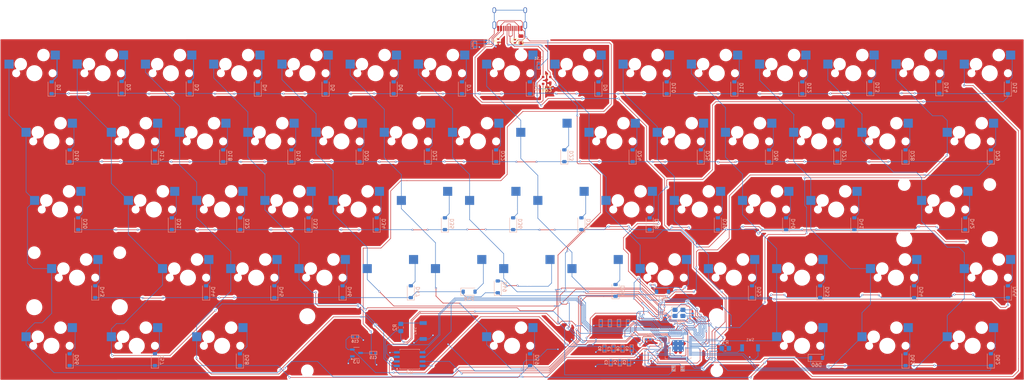
<source format=kicad_pcb>
(kicad_pcb (version 20241229) (generator "pcbnew") (generator_version "9.0")
  (layers (0 "F.Cu" signal) (2 "B.Cu" signal) (13 "F.Paste" user) (15 "B.Paste" user) (5 "F.SilkS" user "F.Silkscreen") (7 "B.SilkS" user "B.Silkscreen") (1 "F.Mask" user) (3 "B.Mask" user) (25 "Edge.Cuts" user))
  (net 0 "")
  (net 1 "GND")
  (net 2 "XTAL_OUT")
  (net 3 "XTAL_IN")
  (net 4 "+1V1")
  (net 5 "+3V3")
  (net 6 "+5V")
  (net 7 "Net-(D1-A)")
  (net 8 "Row 0")
  (net 9 "Net-(D2-A)")
  (net 10 "Net-(D3-A)")
  (net 11 "Net-(D4-A)")
  (net 12 "Net-(D5-A)")
  (net 13 "Net-(D6-A)")
  (net 14 "Net-(D7-A)")
  (net 15 "Net-(D8-A)")
  (net 16 "Net-(D9-A)")
  (net 17 "Net-(D10-A)")
  (net 18 "Net-(D11-A)")
  (net 19 "Net-(D12-A)")
  (net 20 "Net-(D13-A)")
  (net 21 "Net-(D14-A)")
  (net 22 "Net-(D15-A)")
  (net 23 "Net-(D16-A)")
  (net 24 "Row 1")
  (net 25 "Net-(D17-A)")
  (net 26 "Net-(D18-A)")
  (net 27 "Net-(D19-A)")
  (net 28 "Net-(D20-A)")
  (net 29 "Net-(D21-A)")
  (net 30 "Net-(D22-A)")
  (net 31 "Net-(D23-A)")
  (net 32 "Net-(D24-A)")
  (net 33 "Net-(D25-A)")
  (net 34 "Net-(D26-A)")
  (net 35 "Net-(D27-A)")
  (net 36 "Net-(D28-A)")
  (net 37 "Net-(D29-A)")
  (net 38 "Net-(D30-A)")
  (net 39 "Row 2")
  (net 40 "Net-(D31-A)")
  (net 41 "Net-(D32-A)")
  (net 42 "Net-(D33-A)")
  (net 43 "Net-(D34-A)")
  (net 44 "Net-(D35-A)")
  (net 45 "Net-(D36-A)")
  (net 46 "Net-(D37-A)")
  (net 47 "Net-(D38-A)")
  (net 48 "Net-(D39-A)")
  (net 49 "Net-(D40-A)")
  (net 50 "Net-(D41-A)")
  (net 51 "Net-(D42-A)")
  (net 52 "Net-(D43-A)")
  (net 53 "Row 3")
  (net 54 "Net-(D44-A)")
  (net 55 "Net-(D45-A)")
  (net 56 "Net-(D46-A)")
  (net 57 "Net-(D47-A)")
  (net 58 "Net-(D48-A)")
  (net 59 "Net-(D49-A)")
  (net 60 "Net-(D50-A)")
  (net 61 "Net-(D51-A)")
  (net 62 "Net-(D52-A)")
  (net 63 "Net-(D53-A)")
  (net 64 "Net-(D54-A)")
  (net 65 "Net-(D55-A)")
  (net 66 "Net-(D56-A)")
  (net 67 "Row 4")
  (net 68 "Net-(D57-A)")
  (net 69 "Net-(D58-A)")
  (net 70 "Net-(D59-A)")
  (net 71 "Net-(D60-A)")
  (net 72 "Net-(D61-A)")
  (net 73 "Net-(D62-A)")
  (net 74 "D-")
  (net 75 "D+")
  (net 76 "VCC")
  (net 77 "Col 0")
  (net 78 "Col 1")
  (net 79 "Col 2")
  (net 80 "Col 3")
  (net 81 "Col 4")
  (net 82 "Col 5")
  (net 83 "Col 6")
  (net 84 "Col 7")
  (net 85 "Col 8")
  (net 86 "Col 9")
  (net 87 "Col 10")
  (net 88 "Col 11")
  (net 89 "Col 12")
  (net 90 "Col 13")
  (net 91 "Col 14")
  (net 92 "RESET")
  (net 93 "Flash")
  (net 94 "Net-(R2-Pad1)")
  (net 95 "Net-(USB1-CC1)")
  (net 96 "Net-(U1-D+)")
  (net 97 "Net-(U1-D-)")
  (net 98 "GNDREF")
  (net 99 "QSPI_CLK")
  (net 100 "SD0")
  (net 101 "SD2")
  (net 102 "SD3")
  (net 103 "SD1")
  (net 104 "Net-(USB1-CC2)")
  (footprint "PCM_cipulot_parts:MXOnly-1U-Hotswap" (layer "F.Cu") (at 137.16 55.605)
    (property "Reference" "MX21")
    (property "Value" "MX-NoLED")
  )
  (footprint "PCM_cipulot_parts:MXOnly-1U-Hotswap" (layer "F.Cu") (at 89.535 36.555)
    (property "Reference" "MX4")
    (property "Value" "MX-NoLED")
  )
  (footprint "PCM_cipulot_parts:MXOnly-2.25U-Hotswap" (layer "F.Cu") (at 44.29125 93.705)
    (property "Reference" "MX43")
    (property "Value" "MX-NoLED")
  )
  (footprint "PCM_cipulot_parts:MXOnly-7U-Hotswap-ReversedStabilizers" (layer "F.Cu") (at 165.734 112.75)
    (property "Reference" "MX59")
    (property "Value" "MX-NoLED")
  )
  (footprint "PCM_cipulot_parts:MXOnly-1U-Hotswap" (layer "F.Cu") (at 122.8725 74.655)
    (property "Reference" "MX34")
    (property "Value" "MX-NoLED")
  )
  (footprint "PCM_cipulot_parts:MXOnly-1U-Hotswap" (layer "F.Cu") (at 213.36 55.605)
    (property "Reference" "MX25")
    (property "Value" "MX-NoLED")
  )
  (footprint "PCM_cipulot_parts:MXOnly-1U-Hotswap" (layer "F.Cu") (at 251.46 55.605)
    (property "Reference" "MX27")
    (property "Value" "MX-NoLED")
  )
  (footprint "PCM_cipulot_parts:MXOnly-1.5U-Hotswap" (layer "F.Cu") (at 294.3225 55.605)
    (property "Reference" "MX29")
    (property "Value" "MX-NoLED")
  )
  (footprint "PCM_cipulot_parts:MXOnly-1U-Hotswap" (layer "F.Cu") (at 60.96 112.755)
    (property "Reference" "MX57")
    (property "Value" "MX-NoLED")
  )
  (footprint "PCM_cipulot_parts:MXOnly-1U-Hotswap" (layer "F.Cu") (at 180.0225 74.655)
    (property "Reference" "MX37")
    (property "Value" "MX-NoLED")
  )
  (footprint "Package_TO_SOT_SMD:SOT-143" (layer "F.Cu") (at 175.4015 38.565 180)
    (property "Reference" "D63")
    (property "Value" "PRTR5V0U2X")
  )
  (footprint "PCM_cipulot_parts:MXOnly-1U-Hotswap" (layer "F.Cu") (at 132.3975 93.705)
    (property "Reference" "MX47")
    (property "Value" "MX-NoLED")
  )
  (footprint "PCM_cipulot_parts:MXOnly-1U-Hotswap" (layer "F.Cu") (at 156.21 55.605)
    (property "Reference" "MX22")
    (property "Value" "MX-NoLED")
  )
  (footprint "PCM_cipulot_parts:MXOnly-1.5U-Hotswap" (layer "F.Cu") (at 246.6975 112.755)
    (property "Reference" "MX60")
    (property "Value" "MX-NoLED")
  )
  (footprint "PCM_cipulot_parts:MXOnly-1U-Hotswap" (layer "F.Cu") (at 170.4975 93.705)
    (property "Reference" "MX49")
    (property "Value" "MX-NoLED")
  )
  (footprint "PCM_cipulot_parts:MXOnly-1U-Hotswap" (layer "F.Cu") (at 299.085 36.555)
    (property "Reference" "MX15")
    (property "Value" "MX-NoLED")
  )
  (footprint "PCM_cipulot_parts:MXOnly-1U-Hotswap" (layer "F.Cu") (at 203.835 36.555)
    (property "Reference" "MX10")
    (property "Value" "MX-NoLED")
  )
  (footprint "PCM_cipulot_parts:HRO-TYPE-C-31-M-12" (layer "F.Cu") (at 165.1 16.335 180)
    (property "Reference" "USB1" (hide yes))
    (property "Value" "HRO-TYPE-C-31-M-12" (hide yes))
  )
  (footprint "PCM_cipulot_parts:MXOnly-1U-Hotswap" (layer "F.Cu") (at 246.6975 93.705)
    (property "Reference" "MX53")
    (property "Value" "MX-NoLED")
  )
  (footprint "PCM_cipulot_parts:MXOnly-1U-Hotswap" (layer "F.Cu") (at 256.2225 74.655)
    (property "Reference" "MX41")
    (property "Value" "MX-NoLED")
  )
  (footprint "PCM_cipulot_parts:MXOnly-1U-Hotswap" (layer "F.Cu") (at 127.635 36.555)
    (property "Reference" "MX6")
    (property "Value" "MX-NoLED")
  )
  (footprint "PCM_cipulot_parts:MXOnly-1U-Hotswap" (layer "F.Cu") (at 94.2975 93.705)
    (property "Reference" "MX45")
    (property "Value" "MX-NoLED")
  )
  (footprint "PCM_cipulot_parts:MXOnly-1U-Hotswap" (layer "F.Cu") (at 99.06 55.605)
    (property "Reference" "MX19")
    (property "Value" "MX-NoLED")
  )
  (footprint "PCM_cipulot_parts:MXOnly-1.5U-Hotswap" (layer "F.Cu") (at 37.1475 112.755)
    (property "Reference" "MX56")
    (property "Value" "MX-NoLED")
  )
  (footprint "PCM_cipulot_parts:MXOnly-1U-Hotswap" (layer "F.Cu") (at 32.385 36.555)
    (property "Reference" "MX1")
    (property "Value" "MX-NoLED")
  )
  (footprint "PCM_cipulot_parts:MXOnly-1U-Hotswap" (layer "F.Cu") (at 270.51 112.755)
    (property "Reference" "MX61")
    (property "Value" "MX-NoLED")
  )
  (footprint "PCM_cipulot_parts:MXOnly-1.5U-Hotswap" (layer "F.Cu") (at 84.7852 112.7518)
    (property "Reference" "MX58")
    (property "Value" "MX-NoLED")
  )
  (footprint "PCM_cipulot_parts:MXOnly-1U-Hotswap" (layer "F.Cu") (at 103.8225 74.655)
    (property "Reference" "MX33")
    (property "Value" "MX-NoLED")
  )
  (footprint "PCM_cipulot_parts:MXOnly-1U-Hotswap" (layer "F.Cu") (at 118.11 55.605)
    (property "Reference" "MX20")
    (property "Value" "MX-NoLED")
  )
  (footprint "PCM_cipulot_parts:MXOnly-1U-Hotswap" (layer "F.Cu") (at 194.31 55.605)
    (property "Reference" "MX24")
    (property "Value" "MX-NoLED")
  )
  (footprint "PCM_cipulot_parts:R_0402" (layer "F.Cu") (at 166.524 27.635 90)
    (property "Reference" "R4")
    (property "Value" "5k" (hide yes))
  )
  (footprint "PCM_cipulot_parts:MXOnly-1U-Hotswap" (layer "F.Cu") (at 218.1225 74.655)
    (property "Reference" "MX39")
    (property "Value" "MX-NoLED")
  )
  (footprint "PCM_cipulot_parts:MXOnly-1U-Hotswap" (layer "F.Cu") (at 189.5475 93.705)
    (property "Reference" "MX50")
    (property "Value" "MX-NoLED")
  )
  (footprint "PCM_cipulot_parts:MXOnly-1U-Hotswap" (layer "F.Cu") (at 108.585 36.555)
    (property "Reference" "MX5")
    (property "Value" "MX-NoLED")
  )
  (footprint "PCM_cipulot_parts:MXOnly-1U-Hotswap" (layer "F.Cu") (at 280.035 36.555)
    (property "Reference" "MX14")
    (property "Value" "MX-NoLED")
  )
  (footprint "PCM_cipulot_parts:MXOnly-1U-Hotswap" (layer "F.Cu") (at 113.3475 93.705)
    (property "Reference" "MX46")
    (property "Value" "MX-NoLED")
  )
  (footprint "PCM_cipulot_parts:MXOnly-1U-Hotswap" (layer "F.Cu") (at 151.4475 93.705)
    (property "Reference" "MX48")
    (property "Value" "MX-NoLED")
  )
  (footprint "PCM_cipulot_parts:MXOnly-1U-Hotswap" (layer "F.Cu") (at 241.935 36.555)
    (property "Reference" "MX12")
    (property "Value" "MX-NoLED")
  )
  (footprint "PCM_cipulot_parts:MXOnly-1U-Hotswap" (layer "F.Cu") (at 184.785 36.555)
    (property "Reference" "MX9")
    (property "Value" "MX-NoLED")
  )
  (footprint "PCM_cipulot_parts:MXOnly-1U-Hotswap" (layer "F.Cu") (at 199.0725 74.655)
    (property "Reference" "MX38")
    (property "Value" "MX-NoLED")
  )
  (footprint "PCM_cipulot_parts:MXOnly-1U-Hotswap" (layer "F.Cu") (at 175.26 55.605)
    (property "Reference" "MX23")
    (property "Value" "MX-NoLED")
  )
  (footprint "PCM_cipulot_parts:MXOnly-1U-Hotswap" (layer "F.Cu") (at 65.7225 74.655)
    (property "Reference" "MX31")
    (property "Value" "MX-NoLED")
  )
  (footprint "PCM_cipulot_parts:MXOnly-1U-Hotswap" (layer "F.Cu") (at 232.41 55.605)
    (property "Reference" "MX26")
    (property "Value" "MX-NoLED")
  )
  (footprint "PCM_cipulot_parts:MXOnly-1U-Hotswap" (layer "F.Cu") (at 80.01 55.605)
    (property "Reference" "MX18")
    (property "Value" "MX-NoLED")
  )
  (footprint "PCM_cipulot_parts:MXOnly-1U-Hotswap" (layer "F.Cu") (at 70.485 36.555)
    (property "Reference" "MX3")
    (property "Value" "MX-NoLED")
  )
  (footprint "PCM_cipulot_parts:MXOnly-1.75U-Hotswap" (layer "F.Cu") (at 39.52875 74.655)
    (property "Reference" "MX30")
    (property "Value" "MX-NoLED")
  )
  (footprint "Fuse:Fuse_0805_2012Metric" (layer "F.Cu") (at 168.214 27.125 -90)
    (property "Reference" "F1")
    (property "Value" "450mA" (hide yes))
  )
  (footprint "PCM_cipulot_parts:MXOnly-1U-Hotswap" (layer "F.Cu") (at 222.885 36.555)
    (property "Reference" "MX11")
    (property "Value" "MX-NoLED")
  )
  (footprint "PCM_cipulot_parts:MXOnly-1U-Hotswap" (layer "F.Cu") (at 160.9725 74.655)
    (property "Reference" "MX36")
    (property "Value" "MX-NoLED")
  )
  (footprint "PCM_cipulot_parts:R_0402" (layer "F.Cu") (at 161.874 27.475 90)
    (property "Reference" "R3")
    (property "Value" "5k" (hide yes))
  )
  (footprint "PCM_cipulot_parts:MXOnly-1U-Hotswap" (layer "F.Cu") (at 299.085 93.705)
    (property "Reference" "MX55")
    (property "Value" "MX-NoLED")
  )
  (footprint "PCM_cipulot_parts:MXOnly-1.75U-Hotswap" (layer "F.Cu") (at 272.89125 93.705)
    (property "Reference" "MX54")
    (property "Value" "MX-NoLED")
  )
  (footprint "PCM_cipulot_parts:MXOnly-1.5U-Hotswap" (layer "F.Cu") (at 37.1475 55.605)
    (property "Reference" "MX16")
    (property "Value" "MX-NoLED")
  )
  (footprint "PCM_cipulot_parts:MXOnly-1U-Hotswap" (layer "F.Cu") (at 208.5975 93.705)
    (property "Reference" "MX51")
    (property "Value" "MX-NoLED")
  )
  (footprint "PCM_cipulot_parts:MXOnly-1U-Hotswap" (layer "F.Cu") (at 165.735 36.555)
    (property "Reference" "MX8")
    (property "Value" "MX-NoLED")
  )
  (footprint "PCM_cipulot_parts:MXOnly-1U-Hotswap" (layer "F.Cu") (at 146.685 36.555)
    (property "Reference" "MX7")
    (property "Value" "MX-NoLED")
  )
  (footprint "PCM_cipulot_parts:MXOnly-1U-Hotswap" (layer "F.Cu") (at 84.7725 74.655)
    (property "Reference" "MX32")
    (property "Value" "MX-NoLED")
  )
  (footprint "PCM_cipulot_parts:MXOnly-1U-Hotswap" (layer "F.Cu") (at 237.1725 74.655)
    (property "Reference" "MX40")
    (property "Value" "MX-NoLED")
  )
  (footprint "PCM_cipulot_parts:MXOnly-1U-Hotswap" (layer "F.Cu") (at 270.51 55.605)
    (property "Reference" "MX28")
    (property "Value" "MX-NoLED")
  )
  (footprint "PCM_cipulot_parts:MXOnly-1.5U-Hotswap" (layer "F.Cu") (at 294.3225 112.755)
    (property "Reference" "MX62")
    (property "Value" "MX-NoLED")
  )
  (footprint "PCM_cipulot_parts:MXOnly-1U-Hotswap" (layer "F.Cu") (at 75.2475 93.705)
    (property "Reference" "MX44")
    (property "Value" "MX-NoLED")
  )
  (footprint "PCM_cipulot_parts:MXOnly-2.25U-Hotswap" (layer "F.Cu") (at 287.17875 74.655)
    (property "Reference" "MX42")
    (property "Value" "MX-NoLED")
  )
  (footprint "PCM_cipulot_parts:MXOnly-1U-Hotswap" (layer "F.Cu") (at 260.985 36.555)
    (property "Reference" "MX13")
    (property "Value" "MX-NoLED")
  )
  (footprint "PCM_cipulot_parts:MXOnly-1U-Hotswap" (layer "F.Cu") (at 141.9225 74.655)
    (property "Reference" "MX35")
    (property "Value" "MX-NoLED")
  )
  (footprint "PCM_cipulot_parts:MXOnly-1U-Hotswap" (layer "F.Cu") (at 51.435 36.555)
    (property "Reference" "MX2")
    (property "Value" "MX-NoLED")
  )
  (footprint "PCM_cipulot_parts:MXOnly-1U-Hotswap" (layer "F.Cu") (at 60.96 55.605)
    (property "Reference" "MX17")
    (property "Value" "MX-NoLED")
  )
  (footprint "PCM_cipulot_parts:MXOnly-1U-Hotswap" (layer "F.Cu") (at 227.6475 93.705)
    (property "Reference" "MX52")
    (property "Value" "MX-NoLED")
  )
  (footprint "Capacitor_SMD:C_0402_1005Metric" (layer "B.Cu") (at 216.154 104.192 90)
    (property "Reference" "C2")
    (property "Value" "22pF" (hide yes))
  )
  (footprint "Diode_SMD:D_SOD-123" (layer "B.Cu") (at 170.694 40.625 90)
    (property "Reference" "D8")
    (property "Value" "D_Small")
  )
  (footprint "Diode_SMD:D_SOD-123" (layer "B.Cu") (at 232.7275 97.625 90)
    (property "Reference" "D52")
    (property "Value" "D_Small")
  )
  (footprint "Diode_SMD:D_SOD-123" (layer "B.Cu") (at 85.09 59.625 90)
    (property "Reference" "D18")
    (property "Value" "D_Small")
  )
  (footprint "Diode_SMD:D_SOD-123" (layer "B.Cu") (at 42.2275 59.625 90)
    (property "Reference" "D16")
    (property "Value" "D_Small")
  )
  (footprint "PCM_cipulot_parts:C_0402" (layer "B.Cu") (at 193.04 106.405 -90)
    (property "Reference" "C11" (hide yes))
    (property "Value" "0.1uF" (hide yes))
  )
  (footprint "PCM_cipulot_parts:C_0402" (layer "B.Cu") (at 195.83 117.385 -90)
    (property "Reference" "C4")
    (property "Value" "0.1uF" (hide yes))
  )
  (footprint "Diode_SMD:D_SOD-123" (layer "B.Cu") (at 242.2525 78.625 90)
    (property "Reference" "D40")
    (property "Value" "D_Small")
  )
  (footprint "Diode_SMD:D_SOD-123" (layer "B.Cu") (at 166.0525 78.625 90)
    (property "Reference" "D36")
    (property "Value" "D_Small")
  )
  (footprint "Diode_SMD:D_SOD-123" (layer "B.Cu") (at 66.04 59.625 90)
    (property "Reference" "D17")
    (property "Value" "D_Small")
  )
  (footprint "Diode_SMD:D_SOD-123" (layer "B.Cu") (at 137.4775 97.625 90)
    (property "Reference" "D47")
    (property "Value" "D_Small")
  )
  (footprint "Diode_SMD:D_SOD-123" (layer "B.Cu") (at 66.04 116.625 90)
    (property "Reference" "D57")
    (property "Value" "D_Small")
  )
  (footprint "Diode_SMD:D_SOD-123" (layer "B.Cu") (at 42.2275 116.625 90)
    (property "Reference" "D56")
    (property "Value" "D_Small")
  )
  (footprint "Diode_SMD:D_SOD-123" (layer "B.Cu") (at 113.684 40.625 90)
    (property "Reference" "D5")
    (property "Value" "D_Small")
  )
  (footprint "Diode_SMD:D_SOD-123" (layer "B.Cu") (at 132.684 40.625 90)
    (property "Reference" "D6")
    (property "Value" "D_Small")
  )
  (footprint "Diode_SMD:D_SOD-123" (layer "B.Cu") (at 80.3275 97.625 90)
    (property "Reference" "D44")
    (property "Value" "D_Small")
  )
  (footprint "Diode_SMD:D_SOD-123" (layer "B.Cu") (at 285.034 40.5125 90)
    (property "Reference" "D14")
    (property "Value" "D_Small")
  )
  (footprint "Diode_SMD:D_SOD-123" (layer "B.Cu") (at 299.4025 59.625 90)
    (property "Reference" "D29")
    (property "Value" "D_Small")
  )
  (footprint "PCM_cipulot_parts:RP2040-QFN-56" (layer "B.Cu") (at 212.085 112.76 -90)
    (property "Reference" "U1")
    (property "Value" "RP2040")
  )
  (footprint "Diode_SMD:D_SOD-123" (layer "B.Cu") (at 37.194 40.625 90)
    (property "Reference" "D1")
    (property "Value" "D_Small")
  )
  (footprint "PCM_cipulot_parts:C_0402" (layer "B.Cu") (at 190.5 106.405 -90)
    (property "Reference" "C10" (hide yes))
    (property "Value" "0.1uF" (hide yes))
  )
  (footprint "PCM_cipulot_parts:C_0402" (layer "B.Cu") (at 155.394 28.635 90)
    (property "Reference" "C_Shield1")
    (property "Value" "4.7nF" (hide yes))
  )
  (footprint "PCM_cipulot_parts:C_0402" (layer "B.Cu") (at 194.056 113.505 -90)
    (property "Reference" "C7")
    (property "Value" "1uF" (hide yes))
  )
  (footprint "Diode_SMD:D_SOD-123" (layer "B.Cu") (at 118.4275 97.625 90)
    (property "Reference" "D46")
    (property "Value" "D_Small")
  )
  (footprint "PCM_cipulot_parts:C_0402" (layer "B.Cu") (at 173.194 34.395 -90)
    (property "Reference" "C_S1")
    (property "Value" "4.7nF" (hide yes))
  )
  (footprint "Diode_SMD:D_SOD-123" (layer "B.Cu") (at 89.754 116.625 90)
    (property "Reference" "D58")
    (property "Value" "D_Small")
  )
  (footprint "Diode_SMD:D_SOD-123" (layer "B.Cu") (at 261.3025 78.625 90)
    (property "Reference" "D41")
    (property "Value" "D_Small")
  )
  (footprint "Diode_SMD:D_SOD-123" (layer "B.Cu") (at 223.2025 78.625 90)
    (property "Reference" "D39")
    (property "Value" "D_Small")
  )
  (footprint "PCM_cipulot_parts:C_0402" (layer "B.Cu") (at 195.58 106.405 -90)
    (property "Reference" "C12" (hide yes))
    (property "Value" "0.1uF" (hide yes))
  )
  (footprint "Diode_SMD:D_SOD-123" (layer "B.Cu") (at 218.44 59.625 90)
    (property "Reference" "D25")
    (property "Value" "D_Small")
  )
  (footprint "Diode_SMD:D_SOD-123" (layer "B.Cu") (at 194.6275 97.275 90)
    (property "Reference" "D50")
    (property "Value" "D_Small")
  )
  (footprint "Diode_SMD:D_SOD-123" (layer "B.Cu") (at 108.9025 78.625 90)
    (property "Reference" "D33")
    (property "Value" "D_Small")
  )
  (footprint "Capacitor_SMD:C_0402_1005Metric" (layer "B.Cu") (at 208.534 104.827 -90)
    (property "Reference" "C1")
    (property "Value" "22pF" (hide yes))
  )
  (footprint "Diode_SMD:D_SOD-123" (layer "B.Cu") (at 104.14 59.625 90)
    (property "Reference" "D19")
    (property "Value" "D_Small")
  )
  (footprint "Diode_SMD:D_SOD-123" (layer "B.Cu") (at 180.34 59.625 90)
    (property "Reference" "D23")
    (property "Value" "D_Small")
  )
  (footprint "Diode_SMD:D_SOD-123" (layer "B.Cu") (at 44.60875 78.625 90)
    (property "Reference" "D30")
    (property "Value" "D_Small")
  )
  (footprint "Crystal:Crystal_SMD_3225-4Pin_3.2x2.5mm" (layer "B.Cu") (at 212.344 103.557)
    (property "Reference" "Y1")
    (property "Value" "Crystal_GND24")
  )
  (footprint "PCM_cipulot_parts:C_0402" (layer "B.Cu") (at 199.136 113.505 -90)
    (property "Reference" "C9")
    (property "Value" "0.1uF" (hide yes))
  )
  (footprint "Diode_SMD:D_SOD-123" (layer "B.Cu") (at 207.754 97.625)
    (property "Reference" "D51")
    (property "Value" "D_Small")
  )
  (footprint "Diode_SMD:D_SOD-123" (layer "B.Cu") (at 199.39 59.625 90)
    (property "Reference" "D24")
    (property "Value" "D_Small")
  )
  (footprint "Diode_SMD:D_SOD-123" (layer "B.Cu") (at 275.59 59.625 90)
    (property "Reference" "D28")
    (property "Value" "D_Small")
  )
  (footprint "PCM_cipulot_parts:C_0402" (layer "B.Cu") (at 198.12 106.405 -90)
    (property "Reference" "C13" (hide yes))
    (property "Value" "0.1uF" (hide yes))
  )
  (footprint "Diode_SMD:D_SOD-123" (layer "B.Cu") (at 185.1025 78.625 90)
    (property "Reference" "D37")
    (property "Value" "D_Small")
  )
  (footprint "Diode_SMD:D_SOD-123" (layer "B.Cu") (at 161.29 59.625 90)
    (property "Reference" "D22")
    (property "Value" "D_Small")
  )
  (footprint "Diode_SMD:D_SOD-123" (layer "B.Cu") (at 189.844 40.625 90)
    (property "Reference" "D9")
    (property "Value" "D_Small")
  )
  (footprint "Diode_SMD:D_SOD-123" (layer "B.Cu") (at 304.154 40.6125 90)
    (property "Reference" "D15")
    (property "Value" "D_Small")
  )
  (footprint "Diode_SMD:D_SOD-123" (layer "B.Cu") (at 265.754 40.4825 90)
    (property "Reference" "D13")
    (property "Value" "D_Small")
  )
  (footprint "Diode_SMD:D_SOD-123" (layer "B.Cu") (at 147.0025 78.625 90)
    (property "Reference" "D35")
    (property "Value" "D_Small")
  )
  (footprint "PCM_cipulot_parts:C_0402" (layer "B.Cu") (at 196.596 113.505 -90)
    (property "Reference" "C8")
    (property "Value" "0.1uF" (hide yes))
  )
  (footprint "Diode_SMD:D_SOD-123" (layer "B.Cu") (at 56.754 40.505 90)
    (property "Reference" "D2")
    (property "Value" "D_Small")
  )
  (footprint "Resistor_SMD:R_0805_2012Metric_Pad1.20x1.40mm_HandSolder" (layer "B.Cu") (at 225.282 113.463 180)
    (property "Reference" "R1")
    (property "Value" "10k")
  )
  (footprint "Diode_SMD:D_SOD-123" (layer "B.Cu") (at 237.49 59.625 90)
    (property "Reference" "D26")
    (property "Value" "D_Small")
  )
  (footprint "Package_TO_SOT_SMD:SOT-23-3" (layer "B.Cu") (at 122.294 114.735)
    (property "Reference" "U3")
    (property "Value" "XC6206PxxxMR")
  )
  (footprint "Diode_SMD:D_SOD-123" (layer "B.Cu") (at 227.794 40.625 90)
    (property "Reference" "D11")
    (property "Value" "D_Small")
  )
  (footprint "Diode_SMD:D_SOD-123" (layer "B.Cu") (at 75.754 40.5625 90)
    (property "Reference" "D3")
    (property "Value" "D_Small")
  )
  (footprint "Diode_SMD:D_SOD-123" (layer "B.Cu") (at 277.97125 97.625 90)
    (property "Reference" "D54")
    (property "Value" "D_Small")
  )
  (footprint "Diode_SMD:D_SOD-123" (layer "B.Cu") (at 204.1525 78.625 90)
    (property "Reference" "D38")
    (property "Value" "D_Small")
  )
  (footprint "Diode_SMD:D_SOD-123" (layer "B.Cu") (at 275.59 116.625 90)
    (property "Reference" "D61")
    (property "Value" "D_Small")
  )
  (footprint "PCM_cipulot_parts:R_0402" (layer "B.Cu") (at 158.464 27.845 90)
    (property "Reference" "R_Shield1")
    (property "Value" "1M" (hide yes))
  )
  (footprint "PCM_cipulot_parts:C_0402" (layer "B.Cu") (at 203.724 110.905 180)
    (property "Reference" "C14")
    (property "Value" "0.1uF")
  )
  (footprint "Diode_SMD:D_SOD-123" (layer "B.Cu") (at 94.754 40.625 90)
    (property "Reference" "D4")
    (property "Value" "D_Small")
  )
  (footprint "Package_SO:SOIC-8_5.3x5.3mm_P1.27mm" (layer "B.Cu") (at 137.16 116.48175)
    (property "Reference" "U2")
    (property "Value" "W25Q128JVS")
  )
  (footprint "Diode_SMD:D_SOD-123" (layer "B.Cu") (at 123.19 59.625 90)
    (property "Reference" "D20")
    (property "Value" "D_Small")
  )
  (footprint "Diode_SMD:D_SOD-123" (layer "B.Cu") (at 70.754 78.625 90)
    (property "Reference" "D31")
    (property "Value" "D_Small")
  )
  (footprint "Diode_SMD:D_SOD-123" (layer "B.Cu") (at 89.8525 78.625 90)
    (property "Reference" "D32")
    (property "Value" "D_Small")
  )
  (footprint "Diode_SMD:D_SOD-123" (layer "B.Cu") (at 292.25875 78.625 90)
    (property "Reference" "D42")
    (property "Value" "D_Small")
  )
  (footprint "PCM_cipulot_parts:C_0402" (layer "B.Cu") (at 121.92 110.215)
    (property "Reference" "C16")
    (property "Value" "1uF" (hide yes))
  )
  (footprint "Diode_SMD:D_SOD-123" (layer "B.Cu") (at 161.754 96.275 90)
    (property "Reference" "D49")
    (property "Value" "D_Small")
  )
  (footprint "PCM_cipulot_parts:C_0402" (layer "B.Cu") (at 126.994 114.775)
    (property "Reference" "C15")
    (property "Value" "1uF" (hide yes))
  )
  (footprint "Resistor_SMD:R_0805_2012Metric_Pad1.20x1.40mm_HandSolder" (layer "B.Cu") (at 134.674 107.635 -90)
    (property "Reference" "R2")
    (property "Value" "1k")
  )
  (footprint "PCM_cipulot_parts:C_0402" (layer "B.Cu") (at 198.37 117.385 -90)
    (property "Reference" "C5")
    (property "Value" "0.1uF" (hide yes))
  )
  (footprint "PCM_cipulot_parts:C_0402" (layer "B.Cu") (at 191.516 113.505 -90)
    (property "Reference" "C6")
    (property "Value" "10uF" (hide yes))
  )
  (footprint "Diode_SMD:D_SOD-123" (layer "B.Cu") (at 304.165 97.625 90)
    (property "Reference" "D55")
    (property "Value" "D_Small")
  )
  (footprint "Diode_SMD:D_SOD-123" (layer "B.Cu") (at 256.54 59.625 90)
    (property "Reference" "D27")
    (property "Value" "D_Small")
  )
  (footprint "Diode_SMD:D_SOD-123" (layer "B.Cu") (at 250.754 116.125)
    (property "Reference" "D60")
    (property "Value" "D_Small")
  )
  (footprint "PCM_cipulot_parts:TS-1088R-02026" (layer "B.Cu") (at 140.934 108.615 90)
    (property "Reference" "SW2")
    (property "Value" "Boot")
  )
  (footprint "Diode_SMD:D_SOD-123" (layer "B.Cu") (at 99.3775 97.625 90)
    (property "Reference" "D45")
    (property "Value" "D_Small")
  )
  (footprint "Diode_SMD:D_SOD-123" (layer "B.Cu") (at 49.37125 97.625 90)
    (property "Reference" "D43")
    (property "Value" "D_Small")
  )
  (footprint "Diode_SMD:D_SOD-123" (layer "B.Cu") (at 142.24 59.625 90)
    (property "Reference" "D21")
    (property "Value" "D_Small")
  )
  (footprint "Diode_SMD:D_SOD-123" (layer "B.Cu") (at 299.4025 116.625 90)
    (property "Reference" "D62")
    (property "Value" "D_Small")
  )
  (footprint "PCM_cipulot_parts:TS-1088R-02026" (layer "B.Cu") (at 232.184 113.325)
    (property "Reference" "SW1")
    (property "Value" "Reset")
  )
  (footprint "Diode_SMD:D_SOD-123" (layer "B.Cu") (at 246.754 40.625 90)
    (property "Reference" "D12")
    (property "Value" "D_Small")
  )
  (footprint "PCM_cipulot_parts:R_0402" (layer "B.Cu") (at 213.36 119.115 -90)
    (property "Reference" "R6")
    (property "Value" "22" (hide yes))
  )
  (footprint "Diode_SMD:D_SOD-123" (layer "B.Cu") (at 208.915 40.625 90)
    (property "Reference" "D10")
    (property "Value" "D_Small")
  )
  (footprint "Diode_SMD:D_SOD-123" (layer "B.Cu") (at 151.754 40.625 90)
    (property "Reference" "D7")
    (property "Value" "D_Small")
  )
  (footprint "Diode_SMD:D_SOD-123" (layer "B.Cu") (at 153.754 97.625)
    (property "Reference" "D48")
    (property "Value" "D_Small")
  )
  (footprint "PCM_cipulot_parts:R_0402" (layer "B.Cu") (at 210.82 119.115 90)
    (property "Reference" "R5")
    (property "Value" "22" (hide yes))
  )
  (footprint "Diode_SMD:D_SOD-123" (layer "B.Cu") (at 127.9525 78.625 90)
    (property "Reference" "D34")
    (property "Value" "D_Small")
  )
  (footprint "Diode_SMD:D_SOD-123" (layer "B.Cu") (at 251.754 97.625 90)
    (property "Reference" "D53")
    (property "Value" "D_Small")
  )
  (footprint "PCM_cipulot_parts:C_0402" (layer "B.Cu") (at 193.29 117.385 -90)
    (property "Reference" "C3")
    (property "Value" "1uF" (hide yes))
  )
  (footprint "Diode_SMD:D_SOD-123" (layer "B.Cu") (at 170.754 116.625 90)
    (property "Reference" "D59")
    (property "Value" "D_Small")
  )
  (segment (start 145.374 109.805) (end 147.864 112.295) (width 0.15) (layer "F.Cu") (net 1))
  (segment (start 161.559 22.315347) (end 162.046981 21.827366) (width 0.15) (layer "F.Cu") (net 1))
  (segment (start 220.294 105.985) (end 220.5641 105.7149) (width 0.15) (layer "F.Cu") (net 1))
  (segment (start 161.875 25.024612) (end 160.134 26.765612) (width 0.15) (layer "F.Cu") (net 1))
  (segment (start 161.875 24.03) (end 161.849 24.03) (width 0.25) (layer "F.Cu") (net 1))
  (segment (start 162.046981 21.827366) (end 168.153019 21.827366) (width 0.15) (layer "F.Cu") (net 1))
  (segment (start 203.321298 111.667702) (end 199.954 115.035) (width 0.15) (layer "F.Cu") (net 1))
  (segment (start 138.344 111.91) (end 136.799 113.455) (width 0.15) (layer "F.Cu") (net 1))
  (segment (start 188.554 107.115) (end 188.554 110.21) (width 0.15) (layer "F.Cu") (net 1))
  (segment (start 136.799 113.455) (end 132.844 113.455) (width 0.15) (layer "F.Cu") (net 1))
  (segment (start 204.884 117.3) (end 204.884 118.421) (width 0.15) (layer "F.Cu") (net 1))
  (segment (start 169.19 26.8035) (end 169.19 25.481) (width 0.15) (layer "F.Cu") (net 1))
  (segment (start 168.153019 21.827366) (end 168.641 22.315347) (width 0.15) (layer "F.Cu") (net 1))
  (segment (start 158.524 28.505) (end 157.784 29.245) (width 0.15) (layer "F.Cu") (net 1))
  (segment (start 200.82 118.431) (end 199.884 117.495) (width 0.15) (layer "F.Cu") (net 1))
  (segment (start 176.4015 39.9975) (end 176.4015 39.315) (width 0.15) (layer "F.Cu") (net 1))
  (segment (start 178.544 113.725) (end 180.172877 113.725) (width 0.15) (layer "F.Cu") (net 1))
  (segment (start 157.784 29.245) (end 156.634 29.245) (width 0.15) (layer "F.Cu") (net 1))
  (segment (start 161.874 28.512862) (end 161.2286 29.158262) (width 0.15) (layer "F.Cu") (net 1))
  (segment (start 226.894 110.715) (end 232.074 115.895) (width 0.15) (layer "F.Cu") (net 1))
  (segment (start 177.114 40.71) (end 176.4015 39.9975) (width 0.15) (layer "F.Cu") (net 1))
  (segment (start 169.19 26.8035) (end 168.7445 27.249) (width 0.15) (layer "F.Cu") (net 1))
  (segment (start 169.19 24.895) (end 168.325 24.03) (width 0.15) (layer "F.Cu") (net 1))
  (segment (start 180.172877 113.725) (end 182.354 111.543877) (width 0.15) (layer "F.Cu") (net 1))
  (segment (start 169.19 25.481) (end 169.19 24.895) (width 0.15) (layer "F.Cu") (net 1))
  (segment (start 188.554 110.21) (end 189.164 110.82) (width 0.15) (layer "F.Cu") (net 1))
  (segment (start 166.524 28.085) (end 166.584 28.085) (width 0.25) (layer "F.Cu") (net 1))
  (segment (start 160.134 26.765612) (end 160.134 28.505) (width 0.15) (layer "F.Cu") (net 1))
  (segment (start 131.634 114.605) (end 131.634 114.665) (width 0.15) (layer "F.Cu") (net 1))
  (segment (start 221.004 114.385) (end 221.004 116.108877) (width 0.15) (layer "F.Cu") (net 1))
  (segment (start 217.826049 105.985) (end 220.294 105.985) (width 0.15) (layer "F.Cu") (net 1))
  (segment (start 168.641 23.714) (end 168.325 24.03) (width 0.15) (layer "F.Cu") (net 1))
  (segment (start 161.875 24.03) (end 161.875 25.024612) (width 0.15) (layer "F.Cu") (net 1))
  (segment (start 199.884 117.495) (end 199.884 117.235) (width 0.15) (layer "F.Cu") (net 1))
  (segment (start 161.874 27.925) (end 161.874 28.512862) (width 0.15) (layer "F.Cu") (net 1))
  (segment (start 232.074 115.895) (end 224.499 115.895) (width 0.15) (layer "F.Cu") (net 1))
  (segment (start 221.004 116.108877) (end 218.967877 118.145) (width 0.15) (layer "F.Cu") (net 1))
  (segment (start 204.894 118.431) (end 200.82 118.431) (width 0.15) (layer "F.Cu") (net 1))
  (segment (start 220.5641 103.534066) (end 222.493166 101.605) (width 0.15) (layer "F.Cu") (net 1))
  (segment (start 143.654 109.805) (end 145.374 109.805) (width 0.15) (layer "F.Cu") (net 1))
  (segment (start 222.493166 101.605) (end 224.254 101.605) (width 0.15) (layer "F.Cu") (net 1))
  (segment (start 166.584 28.085) (end 167.42 27.249) (width 0.15) (layer "F.Cu") (net 1))
  (segment (start 161.875 24.03) (end 161.559 23.714) (width 0.15) (layer "F.Cu") (net 1))
  (segment (start 215.929 102.464461) (end 215.929 104.087951) (width 0.15) (layer "F.Cu") (net 1))
  (segment (start 218.967877 118.145) (end 217.584 118.145) (width 0.15) (layer "F.Cu") (net 1))
  (segment (start 217.298 118.431) (end 204.894 118.431) (width 0.15) (layer "F.Cu") (net 1))
  (segment (start 210.81 111.539) (end 206.454479 115.894521) (width 0.15) (layer "F.Cu") (net 1))
  (segment (start 168.641 22.315347) (end 168.641 23.714) (width 0.15) (layer "F.Cu") (net 1))
  (segment (start 182.354 111.543877) (end 182.354 110.965) (width 0.15) (layer "F.Cu") (net 1))
  (segment (start 168.7445 27.249) (end 167.42 27.249) (width 0.15) (layer "F.Cu") (net 1))
  (segment (start 220.5641 105.085) (end 220.5641 103.534066) (width 0.15) (layer "F.Cu") (net 1))
  (segment (start 132.844 113.455) (end 132.814 113.425) (width 0.15) (layer "F.Cu") (net 1))
  (segment (start 220.5641 105.7149) (end 220.5641 105.085) (width 0.15) (layer "F.Cu") (net 1))
  (segment (start 160.134 28.505) (end 158.524 28.505) (width 0.15) (layer "F.Cu") (net 1))
  (segment (start 132.814 113.425) (end 131.634 114.605) (width 0.15) (layer "F.Cu") (net 1))
  (segment (start 226.894 107.12) (end 226.894 110.715) (width 0.15) (layer "F.Cu") (net 1))
  (segment (start 210.81 111.485) (end 210.81 111.539) (width 0.15) (layer "F.Cu") (net 1))
  (segment (start 217.584 118.145) (end 217.298 118.431) (width 0.15) (layer "F.Cu") (net 1))
  (segment (start 215.929 104.087951) (end 217.826049 105.985) (width 0.15) (layer "F.Cu") (net 1))
  (segment (start 161.559 23.714) (end 161.559 22.315347) (width 0.15) (layer "F.Cu") (net 1))
  (segment (start 224.499 115.895) (end 222.889 114.285) (width 0.15) (layer "F.Cu") (net 1))
  (segment (start 199.884 117.235) (end 201.034 116.085) (width 0.15) (layer "F.Cu") (net 1))
  (segment (start 204.884 118.421) (end 204.894 118.431) (width 0.15) (layer "F.Cu") (net 1))
  (segment (start 199.954 115.035) (end 199.084 115.035) (width 0.15) (layer "F.Cu") (net 1))
  (via (at 199.884 117.495) (size 0.5) (drill 0.3) (layers "F.Cu" "B.Cu") (net 1))
  (via (at 124.224 111.155) (size 0.5) (drill 0.3) (layers "F.Cu" "B.Cu") (net 1))
  (via (at 120.024 117.665) (size 0.5) (drill 0.3) (layers "F.Cu" "B.Cu") (net 1))
  (via (at 203.321298 111.667702) (size 0.5) (drill 0.3) (layers "F.Cu" "B.Cu") (net 1))
  (via (at 138.344 111.91) (size 0.5) (drill 0.3) (layers "F.Cu" "B.Cu") (net 1))
  (via (at 127.924 118.055) (size 0.5) (drill 0.3) (layers "F.Cu" "B.Cu") (net 1))
  (via (at 221.004 114.385) (size 0.5) (drill 0.3) (layers "F.Cu" "B.Cu") (net 1))
  (via (at 204.884 117.3) (size 0.5) (drill 0.3) (layers "F.Cu" "B.Cu") (net 1))
  (via (at 188.554 107.115) (size 0.5) (drill 0.3) (layers "F.Cu" "B.Cu") (net 1))
  (via (at 224.254 101.605) (size 0.5) (drill 0.3) (layers "F.Cu" "B.Cu") (net 1))
  (via (at 189.134 114.515) (size 0.5) (drill 0.3) (layers "F.Cu" "B.Cu") (net 1))
  (via (at 177.114 40.71) (size 0.5) (drill 0.3) (layers "F.Cu" "B.Cu") (net 1))
  (via (at 182.354 110.965) (size 0.5) (drill 0.3) (layers "F.Cu" "B.Cu") (net 1))
  (via (at 206.454479 115.894521) (size 0.5) (drill 0.3) (layers "F.Cu" "B.Cu") (net 1))
  (via (at 147.864 112.295) (size 0.5) (drill 0.3) (layers "F.Cu" "B.Cu") (net 1))
  (via (at 189.054 118.515) (size 0.5) (drill 0.3) (layers "F.Cu" "B.Cu") (net 1))
  (via (at 232.074 115.895) (size 0.5) (drill 0.3) (layers "F.Cu" "B.Cu") (net 1))
  (via (at 161.2286 29.158262) (size 0.5) (drill 0.3) (layers "F.Cu" "B.Cu") (net 1))
  (via (at 131.634 114.665) (size 0.5) (drill 0.3) (layers "F.Cu" "B.Cu") (net 1))
  (via (at 189.164 110.82) (size 0.5) (drill 0.3) (layers "F.Cu" "B.Cu") (net 1))
  (via (at 199.084 115.035) (size 0.5) (drill 0.3) (layers "F.Cu" "B.Cu") (net 1))
  (via (at 156.634 29.245) (size 0.5) (drill 0.3) (layers "F.Cu" "B.Cu") (net 1))
  (via (at 143.654 109.805) (size 0.5) (drill 0.3) (layers "F.Cu" "B.Cu") (net 1))
  (via (at 178.544 113.725) (size 0.5) (drill 0.3) (layers "F.Cu" "B.Cu") (net 1))
  (via (at 188.314 112.43) (size 0.5) (drill 0.3) (layers "F.Cu" "B.Cu") (net 1))
  (via (at 201.034 116.085) (size 0.5) (drill 0.3) (layers "F.Cu" "B.Cu") (net 1))
  (via (at 226.894 107.12) (size 0.5) (drill 0.3) (layers "F.Cu" "B.Cu") (net 1))
  (via (at 215.929 102.464461) (size 0.5) (drill 0.3) (layers "F.Cu" "B.Cu") (net 1))
  (via (at 222.889 114.285) (size 0.5) (drill 0.3) (layers "F.Cu" "B.Cu") (net 1))
  (segment (start 193.04 106.955) (end 190.5 106.955) (width 0.15) (layer "B.Cu") (net 1))
  (segment (start 199.984 115.035) (end 199.084 115.035) (width 0.15) (layer "B.Cu") (net 1))
  (segment (start 183.914 112.525) (end 188.219 112.525) (width 0.15) (layer "B.Cu") (net 1))
  (segment (start 173.194 33.845) (end 172.417 34.622) (width 0.15) (layer "B.Cu") (net 1))
  (segment (start 210.829671 111.465329) (end 210.81 111.485) (width 0.15) (layer "B.Cu") (net 1))
  (segment (start 211.244 104.407) (end 209.743999 104.407) (width 0.15) (layer "B.Cu") (net 1))
  (segment (start 203.174 110.905) (end 203.174 111.520404) (width 0.15) (layer "B.Cu") (net 1))
  (segment (start 194.056 114.055) (end 196.596 114.055) (width 0.15) (layer "B.Cu") (net 1))
  (segment (start 139.729 110.84) (end 138.994 111.575) (width 0.15) (layer "B.Cu") (net 1))
  (segment (start 195.83 117.935) (end 198.37 117.935) (width 0.15) (layer "B.Cu") (net 1))
  (segment (start 178.544 113.725) (end 175.554 113.725) (width 0.15) (layer "B.Cu") (net 1))
  (segment (start 222.889 114.285) (end 221.104 114.285) (width 0.15) (layer "B.Cu") (net 1))
  (segment (start 213.444 102.707) (end 213.456 102.707) (width 0.25) (layer "B.Cu") (net 1))
  (segment (start 209.743999 104.407) (end 208.843999 105.307) (width 0.15) (layer "B.Cu") (net 1))
  (segment (start 214.461 103.712) (end 216.154 103.712) (width 0.15) (layer "B.Cu") (net 1))
  (segment (start 169.654 116.725) (end 168.954 117.425) (width 0.15) (layer "B.Cu") (net 1))
  (segment (start 142.619 110.84) (end 143.654 109.805) (width 0.15) (layer "B.Cu") (net 1))
  (segment (start 226.894 104.245) (end 226.894 107.12) (width 0.15) (layer "B.Cu") (net 1))
  (segment (start 215.5225 111.76) (end 214.809 111.76) (width 0.15) (layer "B.Cu") (net 1))
  (segment (start 206.454479 115.894521) (end 205.049 117.3) (width 0.15) (layer "B.Cu") (net 1))
  (segment (start 213.444 102.707) (end 212.944 102.707) (width 0.25) (layer "B.Cu") (net 1))
  (segment (start 138.659 111.91) (end 138.344 111.91) (width 0.15) (layer "B.Cu") (net 1))
  (segment (start 232.764 116.585) (end 232.074 115.895) (width 0.15) (layer "B.Cu") (net 1))
  (segment (start 199.136 114.055) (end 196.596 114.055) (width 0.15) (layer "B.Cu") (net 1))
  (segment (start 175.554 113.725) (end 172.554 116.725) (width 0.15) (layer "B.Cu") (net 1))
  (segment (start 199.084 115.035) (end 199.084 114.107) (width 0.15) (layer "B.Cu") (net 1))
  (segment (start 198.12 106.955) (end 195.58 106.955) (width 0.15) (layer "B.Cu") (net 1))
  (segment (start 182.354 110.965) (end 183.914 112.525) (width 0.15) (layer "B.Cu") (net 1))
  (segment (start 189.164 111.58) (end 188.314 112.43) (width 0.15) (layer "B.Cu") (net 1))
  (segment (start 172.417 34.622) (end 172.417 40.268) (width 0.15) (layer "B.Cu") (net 1))
  (segment (start 234.409 115.64) (end 233.464 116.585) (width 0.15) (layer "B.Cu") (net 1))
  (segment (start 191.516 114.055) (end 194.056 114.055) (width 0.15) (layer "B.Cu") (net 1))
  (segment (start 190.5 106.955) (end 188.714 106.955) (width 0.15) (layer "B.Cu") (net 1))
  (segment (start 154.244 27.745) (end 154.244 29.725) (width 0.15) (layer "B.Cu") (net 1))
  (segment (start 154.594 27.395) (end 154.244 27.745) (width 0.15) (layer "B.Cu") (net 1))
  (segment (start 123.284 110.215) (end 124.224 111.155) (width 0.15) (layer "B.Cu") (net 1))
  (segment (start 188.219 112.525) (end 188.314 112.43) (width 0.15) (layer "B.Cu") (net 1))
  (segment (start 195.58 106.955) (end 193.04 106.955) (width 0.15) (layer "B.Cu") (net 1))
  (segment (start 214.534 111.485) (end 213.36 111.485) (width 0.15) (layer "B.Cu") (net 1))
  (segment (start 188.714 106.955) (end 188.554 107.115) (width 0.15) (layer "B.Cu") (net 1))
  (segment (start 214.809 111.76) (end 214.534 111.485) (width 0.15) (layer "B.Cu") (net 1))
  (segment (start 121.1565 115.685) (end 120.024 116.8175) (width 0.15) (layer "B.Cu") (net 1))
  (segment (start 193.29 117.935) (end 189.634 117.935) (width 0.15) (layer "B.Cu") (net 1))
  (segment (start 127.544 117.675) (end 127.924 118.055) (width 0.15) (layer "B.Cu") (net 1))
  (segment (start 168.954 117.981244) (end 168.95 117.985244) (width 0.15) (layer "B.Cu") (net 1))
  (segment (start 189.594 114.055) (end 189.134 114.515) (width 0.15) (layer "B.Cu") (net 1))
  (segment (start 213.444 102.707) (end 215.686461 102.707) (width 0.15) (layer "B.Cu") (net 1))
  (segment (start 127.544 114.775) (end 127.544 117.675) (width 0.15) (layer "B.Cu") (net 1))
  (segment (start 213.456 102.707) (end 214.461 103.712) (width 0.15) (layer "B.Cu") (net 1))
  (segment (start 154.854 29.725) (end 155.394 29.185) (width 0.15) (layer "B.Cu") (net 1))
  (segment (start 168.641877 119.766) (end 155.335 119.766) (width 0.15) (layer "B.Cu") (net 1))
  (segment (start 205.049 117.3) (end 204.884 117.3) (width 0.15) (layer "B.Cu") (net 1))
  (segment (start 168.95 119.457877) (end 168.641877 119.766) (width 0.15) (layer "B.Cu") (net 1))
  (segment (start 215.686461 102.707) (end 215.929 102.464461) (width 0.15) (layer "B.Cu") (net 1))
  (segment (start 176.94 40.884) (end 177.114 40.71) (width 0.15) (layer "B.Cu") (net 1))
  (segment (start 198.37 117.935) (end 199.444 117.935) (width 0.15) (layer "B.Cu") (net 1))
  (segment (start 140.934 110.84) (end 142.619 110.84) (width 0.15) (layer "B.Cu") (net 1))
  (segment (start 156.574 29.185) (end 156.634 29.245) (width 0.25) (layer "B.Cu") (net 1))
  (segment (start 138.994 111.575) (end 138.659 111.91) (width 0.15) (layer "B.Cu") (net 1))
  (segment (start 221.104 114.285) (end 221.004 114.385) (width 0.15) (layer "B.Cu") (net 1))
  (segment (start 189.634 117.935) (end 189.054 118.515) (width 0.15) (layer "B.Cu") (net 1))
  (segment (start 173.064 40.884) (end 176.94 40.884) (width 0.15) (layer "B.Cu") (net 1))
  (segment (start 172.554 116.725) (end 169.654 116.725) (width 0.15) (layer "B.Cu") (net 1))
  (segment (start 212.944 102.707) (end 211.244 104.407) (width 0.15) (layer "B.Cu") (net 1))
  (segment (start 158.464 27.395) (end 154.594 27.395) (width 0.15) (layer "B.Cu") (net 1))
  (segment (start 155.335 119.766) (end 147.864 112.295) (width 0.15) (layer "B.Cu") (net 1))
  (segment (start 155.394 29.185) (end 156.574 29.185) (width 0.15) (layer "B.Cu") (net 1))
  (segment (start 131.72225 114.57675) (end 131.634 114.665) (width 0.15) (layer "B.Cu") (net 1))
  (segment (start 199.444 117.935) (end 199.884 117.495) (width 0.15) (layer "B.Cu") (net 1))
  (segment (start 154.244 29.725) (end 154.854 29.725) (width 0.15) (layer "B.Cu") (net 1))
  (segment (start 224.254 101.605) (end 226.894 104.245) (width 0.15) (layer "B.Cu") (net 1))
  (segment (start 199.084 114.107) (end 199.136 114.055) (width 0.15) (layer "B.Cu") (net 1))
  (segment (start 158.464 27.395) (end 159.465338 27.395) (width 0.15) (layer "B.Cu") (net 1))
  (segment (start 120.024 116.8175) (end 120.024 117.665) (width 0.15) (layer "B.Cu") (net 1))
  (segment (start 168.954 117.425) (end 168.954 117.981244) (width 0.15) (layer "B.Cu") (net 1))
  (segment (start 133.5725 114.57675) (end 131.72225 114.57675) (width 0.15) (layer "B.Cu") (net 1))
  (segment (start 201.034 116.085) (end 199.984 115.035) (width 0.15) (layer "B.Cu") (net 1))
  (segment (start 172.417 40.268) (end 173.033 40.884) (width 0.15) (layer "B.Cu") (net 1))
  (segment (start 122.47 110.215) (end 123.284 110.215) (width 0.15) (layer "B.Cu") (net 1))
  (segment (start 140.934 110.84) (end 139.729 110.84) (width 0.15) (layer "B.Cu") (net 1))
  (segment (start 168.95 117.985244) (end 168.95 119.457877) (width 0.15) (layer "B.Cu") (net 1))
  (segment (start 191.516 114.055) (end 189.594 114.055) (width 0.15) (layer "B.Cu") (net 1))
  (segment (start 189.164 110.82) (end 189.164 111.58) (width 0.15) (layer "B.Cu") (net 1))
  (segment (start 233.464 116.585) (end 232.764 116.585) (width 0.15) (layer "B.Cu") (net 1))
  (segment (start 208.843999 105.307) (end 208.534 105.307) (width 0.25) (layer "B.Cu") (net 1))
  (segment (start 159.465338 27.395) (end 161.2286 29.158262) (width 0.15) (layer "B.Cu") (net 1))
  (segment (start 173.033 40.884) (end 173.064 40.884) (width 0.15) (layer "B.Cu") (net 1))
  (segment (start 234.409 113.325) (end 234.409 115.64) (width 0.15) (layer "B.Cu") (net 1))
  (segment (start 193.29 117.935) (end 195.83 117.935) (width 0.15) (layer "B.Cu") (net 1))
  (segment (start 203.174 111.520404) (end 203.321298 111.667702) (width 0.15) (layer "B.Cu") (net 1))
  (segment (start 219.954 108.785) (end 219.954 111.445) (width 0.15) (layer "F.Cu") (net 2))
  (segment (start 219.954 111.445) (end 219.114 112.285) (width 0.15) (layer "F.Cu") (net 2))
  (segment (start 218.354 104.147) (end 219.404 105.197) (width 0.15) (layer "F.Cu") (net 2))
  (segment (start 219.404 105.197) (end 219.694 105.197) (width 0.15) (layer "F.Cu") (net 2))
  (via (at 219.114 112.285) (size 0.5) (drill 0.3) (layers "F.Cu" "B.Cu") (net 2))
  (via (at 219.694 105.197) (size 0.5) (drill 0.3) (layers "F.Cu" "B.Cu") (net 2))
  (via (at 218.354 104.147) (size 0.5) (drill 0.3) (layers "F.Cu" "B.Cu") (net 2))
  (via (at 219.954 108.785) (size 0.5) (drill 0.3) (layers "F.Cu" "B.Cu") (net 2))
  (segment (start 208.721 104.16) (end 208.534 104.347) (width 0.15) (layer "B.Cu") (net 2))
  (segment (start 208.843999 104.347) (end 208.534 104.347) (width 0.15) (layer "B.Cu") (net 2))
  (segment (start 219.694 105.197) (end 219.694 106.151) (width 0.15) (layer "B.Cu") (net 2))
  (segment (start 210.174 102.707) (end 208.534 104.347) (width 0.15) (layer "B.Cu") (net 2))
  (segment (start 219.894 108.725) (end 219.894 106.351) (width 0.15) (layer "B.Cu") (net 2))
  (segment (start 219.694 106.151) (end 219.894 106.351) (width 0.15) (layer "B.Cu") (net 2))
  (segment (start 211.244 102.707) (end 210.174 102.707) (width 0.15) (layer "B.Cu") (net 2))
  (segment (start 219.954 108.785) (end 219.894 108.725) (width 0.15) (layer "B.Cu") (net 2))
  (segment (start 211.244 102.707) (end 212.906 101.045) (width 0.15) (layer "B.Cu") (net 2))
  (segment (start 212.906 101.045) (end 215.252 101.045) (width 0.15) (layer "B.Cu") (net 2))
  (segment (start 215.252 101.045) (end 218.354 104.147) (width 0.15) (layer "B.Cu") (net 2))
  (segment (start 218.839 112.56) (end 219.114 112.285) (width 0.15) (layer "B.Cu") (net 2))
  (segment (start 215.5225 112.56) (end 218.839 112.56) (width 0.15) (layer "B.Cu") (net 2))
  (segment (start 220.726 107.113) (end 220.726 111.885) (width 0.15) (layer "F.Cu") (net 3))
  (segment (start 220.726 111.885) (end 220.444 111.885) (width 0.15) (layer "F.Cu") (net 3))
  (segment (start 220.444 111.885) (end 219.894 112.435) (width 0.15) (layer "F.Cu") (net 3))
  (via (at 220.726 107.113) (size 0.5) (drill 0.3) (layers "F.Cu" "B.Cu") (net 3))
  (via (at 220.726 111.885) (size 0.5) (drill 0.3) (layers "F.Cu" "B.Cu") (net 3))
  (via (at 219.894 112.435) (size 0.5) (drill 0.3) (layers "F.Cu" "B.Cu") (net 3))
  (segment (start 218.896123 111.759) (end 218.495123 112.16) (width 0.15) (layer "B.Cu") (net 3))
  (segment (start 220.564 106.951) (end 220.726 107.113) (width 0.15) (layer "B.Cu") (net 3))
  (segment (start 220.564 105.135) (end 220.564 106.951) (width 0.15) (layer "B.Cu") (net 3))
  (segment (start 218.495123 112.16) (end 215.5225 112.16) (width 0.15) (layer "B.Cu") (net 3))
  (segment (start 213.185 104.16) (end 212.685 104.16) (width 0.15) (layer "B.Cu") (net 3))
  (segment (start 219.894 112.321123) (end 219.331877 111.759) (width 0.15) (layer "B.Cu") (net 3))
  (segment (start 220.726 111.885) (end 220.6 111.759) (width 0.15) (layer "B.Cu") (net 3))
  (segment (start 219.894 112.435) (end 219.894 112.321123) (width 0.15) (layer "B.Cu") (net 3))
  (segment (start 220.101 104.672) (end 220.564 105.135) (width 0.15) (layer "B.Cu") (net 3))
  (segment (start 216.154 104.672) (end 220.101 104.672) (width 0.15) (layer "B.Cu") (net 3))
  (segment (start 215.889 104.407) (end 216.154 104.672) (width 0.15) (layer "B.Cu") (net 3))
  (segment (start 213.444 104.407) (end 215.889 104.407) (width 0.15) (layer "B.Cu") (net 3))
  (segment (start 219.331877 111.759) (end 218.896123 111.759) (width 0.15) (layer "B.Cu") (net 3))
  (segment (start 209.824 113.416) (end 209.885 113.355) (width 0.15) (layer "F.Cu") (net 4))
  (segment (start 206.306 117.585) (end 204.724 116.003) (width 0.15) (layer "F.Cu") (net 4))
  (segment (start 218.244 116.765) (end 217.424 117.585) (width 0.15) (layer "F.Cu") (net 4))
  (segment (start 217.424 117.585) (end 206.306 117.585) (width 0.15) (layer "F.Cu") (net 4))
  (segment (start 209.824 115.155) (end 209.824 113.416) (width 0.15) (layer "F.Cu") (net 4))
  (segment (start 214.285 115.324) (end 214.054 115.555) (width 0.15) (layer "F.Cu") (net 4))
  (segment (start 214.054 115.555) (end 210.224 115.555) (width 0.15) (layer "F.Cu") (net 4))
  (segment (start 214.285 113.355) (end 214.285 115.324) (width 0.15) (layer "F.Cu") (net 4))
  (segment (start 218.244 113.795) (end 218.244 116.765) (width 0.15) (layer "F.Cu") (net 4))
  (segment (start 210.224 115.555) (end 209.824 115.155) (width 0.15) (layer "F.Cu") (net 4))
  (via (at 204.724 116.003) (size 0.5) (drill 0.3) (layers "F.Cu" "B.Cu") (net 4))
  (via (at 218.244 113.795) (size 0.5) (drill 0.3) (layers "F.Cu" "B.Cu") (net 4))
  (via (at 214.285 113.355) (size 0.5) (drill 0.3) (layers "F.Cu" "B.Cu") (net 4))
  (via (at 209.885 113.355) (size 0.5) (drill 0.3) (layers "F.Cu" "B.Cu") (net 4))
  (segment (start 217.809 113.36) (end 218.244 113.795) (width 0.15) (layer "B.Cu") (net 4))
  (segment (start 203.892 116.835) (end 204.724 116.003) (width 0.15) (layer "B.Cu") (net 4))
  (segment (start 208.6475 112.56) (end 209.14742 112.56) (width 0.15) (layer "B.Cu") (net 4))
  (segment (start 200.844 116.835) (end 203.892 116.835) (width 0.15) (layer "B.Cu") (net 4))
  (segment (start 209.885 113.355) (end 209.401 113.355) (width 0.15) (layer "B.Cu") (net 4))
  (segment (start 209.401 113.355) (end 209.361 113.315) (width 0.15) (layer "B.Cu") (net 4))
  (segment (start 209.361 113.315) (end 209.361 113.415) (width 0.15) (layer "B.Cu") (net 4))
  (segment (start 209.361 113.415) (end 209.361 114.34642) (width 0.15) (layer "B.Cu") (net 4))
  (segment (start 209.14742 112.56) (end 209.361 112.77358) (width 0.15) (layer "B.Cu") (net 4))
  (segment (start 214.29 113.36) (end 214.285 113.355) (width 0.15) (layer "B.Cu") (net 4))
  (segment (start 209.361 112.77358) (end 209.361 113.315) (width 0.15) (layer "B.Cu") (net 4))
  (segment (start 195.83 116.835) (end 198.37 116.835) (width 0.15) (layer "B.Cu") (net 4))
  (segment (start 193.29 116.835) (end 195.83 116.835) (width 0.15) (layer "B.Cu") (net 4))
  (segment (start 209.14742 114.56) (end 208.6475 114.56) (width 0.15) (layer "B.Cu") (net 4))
  (segment (start 215.5225 113.36) (end 217.809 113.36) (width 0.15) (layer "B.Cu") (net 4))
  (segment (start 215.5225 113.36) (end 214.29 113.36) (width 0.15) (layer "B.Cu") (net 4))
  (segment (start 209.361 114.34642) (end 209.14742 114.56) (width 0.15) (layer "B.Cu") (net 4))
  (segment (start 200.844 116.835) (end 198.37 116.835) (width 0.15) (layer "B.Cu") (net 4))
  (segment (start 217.904348 106.557923) (end 216.852681 107.60959) (width 0.15) (layer "F.Cu") (net 5))
  (segment (start 211.594 107.937248) (end 211.594 108.400048) (width 0.15) (layer "F.Cu") (net 5))
  (segment (start 207.62 112.067123) (end 206.792675 111.239798) (width 0.15) (layer "F.Cu") (net 5))
  (segment (start 216.852681 107.60959) (end 214.844928 107.60959) (width 0.15) (layer "F.Cu") (net 5))
  (segment (start 141.464 120.245) (end 143.404 118.305) (width 0.15) (layer "F.Cu") (net 5))
  (segment (start 201.454 112.435) (end 202.214 111.675) (width 0.15) (layer "F.Cu") (net 5))
  (segment (start 211.594 108.400048) (end 202.596313 108.400048) (width 0.15) (layer "F.Cu") (net 5))
  (segment (start 206.792675 111.239798) (end 206.318798 111.239798) (width 0.15) (layer "F.Cu") (net 5))
  (segment (start 197.224 108.547735) (end 197.224 110.095) (width 0.15) (layer "F.Cu") (net 5))
  (segment (start 143.404 118.165) (end 143.404 118.305) (width 0.15) (layer "F.Cu") (net 5))
  (segment (start 205.285 110.136) (end 206.014 110.865) (width 0.15) (layer "F.Cu") (net 5))
  (segment (start 207.62 113.099309) (end 207.62 112.067123) (width 0.15) (layer "F.Cu") (net 5))
  (segment (start 224.674 110.815) (end 224.674 110.455) (width 0.15) (layer "F.Cu") (net 5))
  (segment (start 221.152488 106.557923) (end 217.904348 106.557923) (width 0.15) (layer "F.Cu") (net 5))
  (segment (start 212.41 107.121248) (end 211.594 107.937248) (width 0.15) (layer "F.Cu") (net 5))
  (segment (start 200.347265 106.151) (end 199.620735 106.151) (width 0.15) (layer "F.Cu") (net 5))
  (segment (start 202.596313 108.400048) (end 200.347265 106.151) (width 0.15) (layer "F.Cu") (net 5))
  (segment (start 206.318798 111.239798) (end 206.014 110.935) (width 0.15) (layer "F.Cu") (net 5))
  (segment (start 202.443 110.136) (end 205.285 110.136) (width 0.15) (layer "F.Cu") (net 5))
  (segment (start 202.214 111.675) (end 202.214 110.365) (width 0.15) (layer "F.Cu") (net 5))
  (segment (start 214.844928 107.60959) (end 213.736338 106.501) (width 0.15) (layer "F.Cu") (net 5))
  (segment (start 206.034309 114.685) (end 207.62 113.099309) (width 0.15) (layer "F.Cu") (net 5))
  (segment (start 173.349 104.625) (end 156.944 104.625) (width 0.15) (layer "F.Cu") (net 5))
  (segment (start 132.704 120.245) (end 141.464 120.245) (width 0.15) (layer "F.Cu") (net 5))
  (segment (start 156.944 104.625) (end 143.404 118.165) (width 0.15) (layer "F.Cu") (net 5))
  (segment (start 199.620735 106.151) (end 197.224 108.547735) (width 0.15) (layer "F.Cu") (net 5))
  (segment (start 223.604 111.885) (end 224.674 110.815) (width 0.15) (layer "F.Cu") (net 5))
  (segment (start 180.939 112.215) (end 173.349 104.625) (width 0.15) (layer "F.Cu") (net 5))
  (segment (start 206.014 110.865) (end 206.014 110.935) (width 0.15) (layer "F.Cu") (net 5))
  (segment (start 213.36 108.400048) (end 211.594 108.400048) (width 0.15) (layer "F.Cu") (net 5))
  (segment (start 202.214 110.365) (end 202.443 110.136) (width 0.15) (layer "F.Cu") (net 5))
  (via (at 197.224 110.095) (size 0.5) (drill 0.3) (layers "F.Cu" "B.Cu") (net 5))
  (via (at 212.41 107.121248) (size 0.5) (drill 0.3) (layers "F.Cu" "B.Cu") (net 5))
  (via (at 213.36 108.400048) (size 0.5) (drill 0.3) (layers "F.Cu" "B.Cu") (net 5))
  (via (at 143.404 118.305) (size 0.5) (drill 0.3) (layers "F.Cu" "B.Cu") (net 5))
  (via (at 206.034309 114.685) (size 0.5) (drill 0.3) (layers "F.Cu" "B.Cu") (net 5))
  (via (at 223.604 111.885) (size 0.5) (drill 0.3) (layers "F.Cu" "B.Cu") (net 5))
  (via (at 201.454 112.435) (size 0.5) (drill 0.3) (layers "F.Cu" "B.Cu") (net 5))
  (via (at 180.939 112.215) (size 0.5) (drill 0.3) (layers "F.Cu" "B.Cu") (net 5))
  (via (at 221.152488 106.557923) (size 0.5) (drill 0.3) (layers "F.Cu" "B.Cu") (net 5))
  (via (at 132.704 120.245) (size 0.5) (drill 0.3) (layers "F.Cu" "B.Cu") (net 5))
  (via (at 213.736338 106.501) (size 0.5) (drill 0.3) (layers "F.Cu" "B.Cu") (net 5))
  (via (at 224.674 110.455) (size 0.5) (drill 0.3) (layers "F.Cu" "B.Cu") (net 5))
  (via (at 206.014 110.935) (size 0.5) (drill 0.3) (layers "F.Cu" "B.Cu") (net 5))
  (segment (start 211.194 115.484) (end 209.69858 115.484) (width 0.15) (layer "B.Cu") (net 5))
  (segment (start 221.252 107.033) (end 221.252 106.657435) (width 0.15) (layer "B.Cu") (net 5))
  (segment (start 199.656 105.855) (end 198.12 105.855) (width 0.15) (layer "B.Cu") (net 5))
  (segment (start 209.69858 110.036) (end 212.87142 110.036) (width 0.15) (layer "B.Cu") (net 5))
  (segment (start 200.478 106.677) (end 199.656 105.855) (width 0.15) (layer "B.Cu") (net 5))
  (segment (start 212.87142 110.036) (end 213.085 109.82242) (width 0.15) (layer "B.Cu") (net 5))
  (segment (start 209.69858 115.484) (end 209.57458 115.36) (width 0.15) (layer "B.Cu") (net 5))
  (segment (start 199.136 112.955) (end 196.596 112.955) (width 0.15) (layer "B.Cu") (net 5))
  (segment (start 210.67 114.96) (end 208.6475 114.96) (width 0.15) (layer "B.Cu") (net 5))
  (segment (start 121.1565 113.785) (end 119.924 113.785) (width 0.15) (layer "B.Cu") (net 5))
  (segment (start 207.055 113.36) (end 206.797 113.102) (width 0.15) (layer "B.Cu") (net 5))
  (segment (start 210.67 114.96) (end 211.194 115.484) (width 0.15) (layer "B.Cu") (net 5))
  (segment (start 206.655 112.96) (end 206.329 112.96) (width 0.15) (layer "B.Cu") (net 5))
  (segment (start 206.797 113.102) (end 206.655 112.96) (width 0.15) (layer "B.Cu") (net 5))
  (segment (start 206.150554 114.96) (end 206.025554 114.835) (width 0.15) (layer "B.Cu") (net 5))
  (segment (start 209.485 115.69758) (end 209.485 116.1975) (width 0.15) (layer "B.Cu") (net 5))
  (segment (start 209.57458 115.36) (end 208.6475 115.36) (width 0.15) (layer "B.Cu") (net 5))
  (segment (start 120.234 110.215) (end 121.37 110.215) (width 0.15) (layer "B.Cu") (net 5))
  (segment (start 222.529 112.96) (end 223.604 111.885) (width 0.15) (layer "B.Cu") (net 5))
  (segment (start 225.229939 112.410939) (end 220.943938 112.410939) (width 0.15) (layer "B.Cu") (net 5))
  (segment (start 220.943938 112.410939) (end 220.394877 112.96) (width 0.15) (layer "B.Cu") (net 5))
  (segment (start 208.174 112.96) (end 207.774 113.36) (width 0.15) (layer "B.Cu") (net 5))
  (segment (start 191.516 112.955) (end 181.679 112.955) (width 0.15) (layer "B.Cu") (net 5))
  (segment (start 213.736338 106.501) (end 213.030248 106.501) (width 0.15) (layer "B.Cu") (net 5))
  (segment (start 143.32225 118.38675) (end 140.7475 118.38675) (width 0.15) (layer "B.Cu") (net 5))
  (segment (start 195.58 105.855) (end 198.12 105.855) (width 0.15) (layer "B.Cu") (net 5))
  (segment (start 213.085 109.82242) (end 213.085 109.3225) (width 0.15) (layer "B.Cu") (net 5))
  (segment (start 209.227223 109.064723) (end 206.964276 109.064723) (width 0.15) (layer "B.Cu") (net 5))
  (segment (start 181.679 112.955) (end 180.939 112.215) (width 0.15) (layer "B.Cu") (net 5))
  (segment (start 221.252 106.657435) (end 221.152488 106.557923) (width 0.15) (layer "B.Cu") (net 5))
  (segment (start 119.374 111.075) (end 120.234 110.215) (width 0.15) (layer "B.Cu") (net 5))
  (segment (start 205.984 110.905) (end 206.014 110.935) (width 0.15) (layer "B.Cu") (net 5))
  (segment (start 196.596 112.955) (end 194.056 112.955) (width 0.15) (layer "B.Cu") (net 5))
  (segment (start 199.136 112.955) (end 201.541 115.36) (width 0.15) (layer "B.Cu") (net 5))
  (segment (start 226.282 113.463) (end 225.229939 112.410939) (width 0.15) (layer "B.Cu") (net 5))
  (segment (start 224.674 110.455) (end 221.252 107.033) (width 0.15) (layer "B.Cu") (net 5))
  (segment (start 209.485 109.3225) (end 209.485 109.82242) (width 0.15) (layer "B.Cu") (net 5))
  (segment (start 143.404 118.305) (end 143.32225 118.38675) (width 0.15) (layer "B.Cu") (net 5))
  (segment (start 213.085 109.3225) (end 213.085 108.675048) (width 0.15) (layer "B.Cu") (net 5))
  (segment (start 213.085 115.69758) (end 212.87142 115.484) (width 0.15) (layer "B.Cu") (net 5))
  (segment (start 206.025554 114.693755) (end 206.034309 114.685) (width 0.15) (layer "B.Cu") (net 5))
  (segment (start 199.114 110.095) (end 201.454 112.435) (width 0.15) (layer "B.Cu") (net 5))
  (segment (start 193.04 105.855) (end 195.58 105.855) (width 0.15) (layer "B.Cu") (net 5))
  (segment (start 213.085 116.1975) (end 213.085 115.69758) (width 0.15) (layer "B.Cu") (net 5))
  (segment (start 220.394877 112.96) (end 218.664 112.96) (width 0.15) (layer "B.Cu") (net 5))
  (segment (start 121.1565 113.785) (end 127.6165 120.245) (width 0.15) (layer "B.Cu") (net 5))
  (segment (start 218.664 112.96) (end 215.5225 112.96) (width 0.15) (layer "B.Cu") (net 5))
  (segment (start 190.5 105.855) (end 193.04 105.855) (width 0.15) (layer "B.Cu") (net 5))
  (segment (start 208.6475 112.96) (end 208.174 112.96) (width 0.15) (layer "B.Cu") (net 5))
  (segment (start 206.964276 109.064723) (end 204.576553 106.677) (width 0.15) (layer "B.Cu") (net 5))
  (segment (start 204.274 110.905) (end 205.984 110.905) (width 0.15) (layer "B.Cu") (net 5))
  (segment (start 119.374 113.235) (end 119.374 111.075) (width 0.15) (layer "B.Cu") (net 5))
  (segment (start 127.6165 120.245) (end 132.704 120.245) (width 0.15) (layer "B.Cu") (net 5))
  (segment (start 204.576553 106.677) (end 200.478 106.677) (width 0.15) (layer "B.Cu") (net 5))
  (segment (start 209.485 109.3225) (end 209.227223 109.064723) (width 0.15) (layer "B.Cu") (net 5))
  (segment (start 213.030248 106.501) (end 212.41 107.121248) (width 0.15) (layer "B.Cu") (net 5))
  (segment (start 208.6475 113.36) (end 207.774 113.36) (width 0.15) (layer "B.Cu") (net 5))
  (segment (start 197.224 110.095) (end 199.114 110.095) (width 0.15) (layer "B.Cu") (net 5))
  (segment (start 201.541 115.36) (end 208.6475 115.36) (width 0.15) (layer "B.Cu") (net 5))
  (segment (start 206.329 112.96) (end 204.274 110.905) (width 0.15) (layer "B.Cu") (net 5))
  (segment (start 207.774 113.36) (end 207.055 113.36) (width 0.15) (layer "B.Cu") (net 5))
  (segment (start 194.056 112.955) (end 191.516 112.955) (width 0.15) (layer "B.Cu") (net 5))
  (segment (start 206.025554 114.835) (end 206.025554 114.693755) (width 0.15) (layer "B.Cu") (net 5))
  (segment (start 212.87142 115.484) (end 211.194 115.484) (width 0.15) (layer "B.Cu") (net 5))
  (segment (start 209.69858 115.484) (end 209.485 115.69758) (width 0.15) (layer "B.Cu") (net 5))
  (segment (start 209.485 109.82242) (end 209.69858 110.036) (width 0.15) (layer "B.Cu") (net 5))
  (segment (start 208.6475 114.96) (end 206.150554 114.96) (width 0.15) (layer "B.Cu") (net 5))
  (segment (start 119.924 113.785) (end 119.374 113.235) (width 0.15) (layer "B.Cu") (net 5))
  (segment (start 213.085 108.675048) (end 213.36 108.400048) (width 0.15) (layer "B.Cu") (net 5))
  (segment (start 215.5225 112.96) (end 222.529 112.96) (width 0.15) (layer "B.Cu") (net 5))
  (segment (start 164.384 64.145) (end 164.384 64.845) (width 0.15) (layer "F.Cu") (net 6))
  (segment (start 131.864 69.455) (end 131.864 82.725) (width 0.15) (layer "F.Cu") (net 6))
  (segment (start 124.174 106.595) (end 126.274 108.695) (width 0.15) (layer "F.Cu") (net 6))
  (segment (start 134.734 66.585) (end 131.864 69.455) (width 0.15) (layer "F.Cu") (net 6))
  (segment (start 124.174 85.435) (end 124.174 106.595) (width 0.15) (layer "F.Cu") (net 6))
  (segment (start 168.764 47.225) (end 164.384 51.605) (width 0.15) (layer "F.Cu") (net 6))
  (segment (start 192.9865 28.0625) (end 193.434 28.51) (width 0.15) (layer "F.Cu") (net 6))
  (segment (start 131.864 82.725) (end 129.154 85.435) (width 0.15) (layer "F.Cu") (net 6))
  (segment (start 193.434 28.51) (end 193.434 45.185) (width 0.15) (layer "F.Cu") (net 6))
  (segment (start 129.154 85.435) (end 124.174 85.435) (width 0.15) (layer "F.Cu") (net 6))
  (segment (start 164.384 64.845) (end 162.684 66.545) (width 0.15) (layer "F.Cu") (net 6))
  (segment (start 162.644 66.585) (end 136.404 66.585) (width 0.15) (layer "F.Cu") (net 6))
  (segment (start 168.214 28.0625) (end 192.9865 28.0625) (width 0.15) (layer "F.Cu") (net 6))
  (segment (start 136.404 66.585) (end 134.734 66.585) (width 0.15) (layer "F.Cu") (net 6))
  (segment (start 193.434 45.185) (end 191.394 47.225) (width 0.15) (layer "F.Cu") (net 6))
  (segment (start 164.384 51.605) (end 164.384 64.145) (width 0.15) (layer "F.Cu") (net 6))
  (segment (start 162.684 66.545) (end 162.644 66.585) (width 0.15) (layer "F.Cu") (net 6))
  (segment (start 191.394 47.225) (end 168.764 47.225) (width 0.15) (layer "F.Cu") (net 6))
  (via (at 126.274 108.695) (size 0.5) (drill 0.3) (layers "F.Cu" "B.Cu") (net 6))
  (segment (start 123.4715 114.775) (end 123.4315 114.735) (width 0.15) (layer "B.Cu") (net 6))
  (segment (start 126.274 108.695) (end 126.444 108.865) (width 0.15) (layer "B.Cu") (net 6))
  (segment (start 126.444 108.865) (end 126.444 114.775) (width 0.15) (layer "B.Cu") (net 6))
  (segment (start 126.444 114.775) (end 123.4715 114.775) (width 0.15) (layer "B.Cu") (net 6))
  (segment (start 38.716 37.453) (end 38.716 31.964) (width 0.25) (layer "B.Cu") (net 7))
  (segment (start 38.716 31.964) (end 38.227 31.475) (width 0.25) (layer "B.Cu") (net 7))
  (segment (start 37.194 38.975) (end 38.716 37.453) (width 0.25) (layer "B.Cu") (net 7))
  (segment (start 162.764 42.315) (end 156.664 42.315) (width 0.15) (layer "F.Cu") (net 8))
  (segment (start 47.364 42.225) (end 47.344 42.205) (width 0.15) (layer "F.Cu") (net 8))
  (segment (start 198.224 91.905) (end 207.014 100.695) (width 0.15) (layer "F.Cu") (net 8))
  (segment (start 198.224 87.095) (end 198.224 91.905) (width 0.15) (layer "F.Cu") (net 8))
  (segment (start 205.072732 104.555) (end 203.638366 103.120634) (width 0.15) (layer "F.Cu") (net 8))
  (segment (start 139.854 42.285) (end 139.814 42.325) (width 0.15) (layer "F.Cu") (net 8))
  (segment (start 220.594 64.645) (end 218.964 66.275) (width 0.15) (layer "F.Cu") (net 8))
  (segment (start 70.844 42.285) (end 64.414 42.285) (width 0.15) (layer "F.Cu") (net 8))
  (segment (start 278.114 42.135) (end 274.544 42.135) (width 0.15) (layer "F.Cu") (net 8))
  (segment (start 206.694 104.555) (end 205.072732 104.555) (width 0.15) (layer "F.Cu") (net 8))
  (segment (start 101.974 42.325) (end 101.944 42.295) (width 0.15) (layer "F.Cu") (net 8))
  (segment (start 196.844 85.715) (end 198.224 87.095) (width 0.15) (layer "F.Cu") (net 8))
  (segment (start 107.874 42.325) (end 101.974 42.325) (width 0.15) (layer "F.Cu") (net 8))
  (segment (start 88.174 42.315) (end 82.814 42.315) (width 0.15) (layer "F.Cu") (net 8))
  (segment (start 218.964 66.275) (end 209.044 66.275) (width 0.15) (layer "F.Cu") (net 8))
  (segment (start 202.474 42.285) (end 195.424 42.285) (width 0.15) (layer "F.Cu") (net 8))
  (segment (start 200.714 78.625) (end 196.844 82.495) (width 0.15) (layer "F.Cu") (net 8))
  (segment (start 209.044 66.275) (end 208.924 66.395) (width 0.15) (layer "F.Cu") (net 8))
  (segment (start 221.694 45.455) (end 221.694 63.545) (width 0.15) (layer "F.Cu") (net 8))
  (segment (start 196.844 82.495) (end 196.844 85.715) (width 0.15) (layer "F.Cu") (net 8))
  (segment (start 259.424 42.165) (end 254.724 42.165) (width 0.15) (layer "F.Cu") (net 8))
  (segment (start 127.204 42.235) (end 120.874 42.235) (width 0.15) (layer "F.Cu") (net 8))
  (segment (start 223.224 42.295) (end 217.194 42.295) (width 0.15) (layer "F.Cu") (net 8))
  (segment (start 278.144 42.165) (end 278.114 42.135) (width 0.15) (layer "F.Cu") (net 8))
  (segment (start 206.594 78.625) (end 200.714 78.625) (width 0.15) (layer "F.Cu") (net 8))
  (segment (start 120.874 42.235) (end 120.764 42.345) (width 0.15) (layer "F.Cu") (net 8))
  (segment (start 280.534 44.515) (end 222.634 44.515) (width 0.15) (layer "F.Cu") (net 8))
  (segment (start 183.664 42.285) (end 178.184 42.285) (width 0.15) (layer "F.Cu") (net 8))
  (segment (start 208.924 66.395) (end 208.924 68.305) (width 0.15) (layer "F.Cu") (net 8))
  (segment (start 156.664 42.315) (end 156.654 42.325) (width 0.15) (layer "F.Cu") (net 8))
  (segment (start 222.634 44.515) (end 221.694 45.455) (width 0.15) (layer "F.Cu") (net 8))
  (segment (start 47.344 42.205) (end 41.974 42.205) (width 0.15) (layer "F.Cu") (net 8))
  (segment (start 217.194 42.295) (end 217.164 42.325) (width 0.15) (layer "F.Cu") (net 8))
  (segment (start 195.424 42.285) (end 195.384 42.325) (width 0.15) (layer "F.Cu") (net 8))
  (segment (start 178.184 42.285) (end 178.114 42.355) (width 0.15) (layer "F.Cu") (net 8))
  (segment (start 254.724 42.165) (end 254.654 42.235) (width 0.15) (layer "F.Cu") (net 8))
  (segment (start 240.564 42.315) (end 234.914 42.315) (width 0.15) (layer "F.Cu") (net 8))
  (segment (start 221.694 63.545) (end 220.594 64.645) (width 0.15) (layer "F.Cu") (net 8))
  (segment (start 88.184 42.325) (end 88.174 42.315) (width 0.15) (layer "F.Cu") (net 8))
  (segment (start 146.424 42.285) (end 139.854 42.285) (width 0.15) (layer "F.Cu") (net 8))
  (via (at 47.364 42.225) (size 0.5) (drill 0.3) (layers "F.Cu" "B.Cu") (net 8))
  (via (at 88.184 42.325) (size 0.5) (drill 0.3) (layers "F.Cu" "B.Cu") (net 8))
  (via (at 101.944 42.295) (size 0.5) (drill 0.3) (layers "F.Cu" "B.Cu") (net 8))
  (via (at 207.014 100.695) (size 0.5) (drill 0.3) (layers "F.Cu" "B.Cu") (net 8))
  (via (at 206.694 104.555) (size 0.5) (drill 0.3) (layers "F.Cu" "B.Cu") (net 8))
  (via (at 146.424 42.285) (size 0.5) (drill 0.3) (layers "F.Cu" "B.Cu") (net 8))
  (via (at 217.164 42.325) (size 0.5) (drill 0.3) (layers "F.Cu" "B.Cu") (net 8))
  (via (at 70.844 42.285) (size 0.5) (drill 0.3) (layers "F.Cu" "B.Cu") (net 8))
  (via (at 178.114 42.355) (size 0.5) (drill 0.3) (layers "F.Cu" "B.Cu") (net 8))
  (via (at 278.144 42.165) (size 0.5) (drill 0.3) (layers "F.Cu" "B.Cu") (net 8))
  (via (at 208.924 68.305) (size 0.5) (drill 0.3) (layers "F.Cu" "B.Cu") (net 8))
  (via (at 202.474 42.285) (size 0.5) (drill 0.3) (layers "F.Cu" "B.Cu") (net 8))
  (via (at 206.594 78.625) (size 0.5) (drill 0.3) (layers "F.Cu" "B.Cu") (net 8))
  (via (at 127.204 42.235) (size 0.5) (drill 0.3) (layers "F.Cu" "B.Cu") (net 8))
  (via (at 195.384 42.325) (size 0.5) (drill 0.3) (layers "F.Cu" "B.Cu") (net 8))
  (via (at 82.814 42.315) (size 0.5) (drill 0.3) (layers "F.Cu" "B.Cu") (net 8))
  (via (at 240.564 42.315) (size 0.5) (drill 0.3) (layers "F.Cu" "B.Cu") (net 8))
  (via (at 64.414 42.285) (size 0.5) (drill 0.3) (layers "F.Cu" "B.Cu") (net 8))
  (via (at 280.534 44.515) (size 0.5) (drill 0.3) (layers "F.Cu" "B.Cu") (net 8))
  (via (at 107.874 42.325) (size 0.5) (drill 0.3) (layers "F.Cu" "B.Cu") (net 8))
  (via (at 223.224 42.295) (size 0.5) (drill 0.3) (layers "F.Cu" "B.Cu") (net 8))
  (via (at 203.638366 103.120634) (size 0.5) (drill 0.3) (layers "F.Cu" "B.Cu") (net 8))
  (via (at 139.814 42.325) (size 0.5) (drill 0.3) (layers "F.Cu" "B.Cu") (net 8))
  (via (at 254.654 42.235) (size 0.5) (drill 0.3) (layers "F.Cu" "B.Cu") (net 8))
  (via (at 41.974 42.205) (size 0.5) (drill 0.3) (layers "F.Cu" "B.Cu") (net 8))
  (via (at 274.544 42.135) (size 0.5) (drill 0.3) (layers "F.Cu" "B.Cu") (net 8))
  (via (at 183.664 42.285) (size 0.5) (drill 0.3) (layers "F.Cu" "B.Cu") (net 8))
  (via (at 234.914 42.315) (size 0.5) (drill 0.3) (layers "F.Cu" "B.Cu") (net 8))
  (via (at 120.764 42.345) (size 0.5) (drill 0.3) (layers "F.Cu" "B.Cu") (net 8))
  (via (at 156.654 42.325) (size 0.5) (drill 0.3) (layers "F.Cu" "B.Cu") (net 8))
  (via (at 162.764 42.315) (size 0.5) (drill 0.3) (layers "F.Cu" "B.Cu") (net 8))
  (via (at 259.424 42.165) (size 0.5) (drill 0.3) (layers "F.Cu" "B.Cu") (net 8))
  (segment (start 195.384 42.325) (end 195.334 42.275) (width 0.15) (layer "B.Cu") (net 8))
  (segment (start 151.754 42.275) (end 146.434 42.275) (width 0.15) (layer "B.Cu") (net 8))
  (segment (start 234.544 42.275) (end 227.794 42.275) (width 0.15) (layer "B.Cu") (net 8))
  (segment (start 63.454 42.285) (end 63.324 42.155) (width 0.15) (layer "B.Cu") (net 8))
  (segment (start 234.584 42.315) (end 234.544 42.275) (width 0.15) (layer "B.Cu") (net 8))
  (segment (start 127.244 42.275) (end 127.204 42.235) (width 0.15) (layer "B.Cu") (net 8))
  (segment (start 217.164 42.325) (end 217.114 42.275) (width 0.15) (layer "B.Cu") (net 8))
  (segment (start 47.434 42.155) (end 47.364 42.225) (width 0.15) (layer "B.Cu") (net 8))
  (segment (start 274.544 42.135) (end 274.5415 42.1325) (width 0.15) (layer "B.Cu") (net 8))
  (segment (start 195.334 42.275) (end 189.844 42.275) (width 0.15) (layer "B.Cu") (net 8))
  (segment (start 82.7115 42.2125) (end 75.754 42.2125) (width 0.15) (layer "B.Cu") (net 8))
  (segment (start 113.684 42.275) (end 107.924 42.275) (width 0.15) (layer "B.Cu") (net 8))
  (segment (start 41.974 42.205) (end 41.674 42.205) (width 0.15) (layer "B.Cu") (net 8))
  (segment (start 280.534 44.515) (end 302.864 44.515) (width 0.15) (layer "B.Cu") (net 8))
  (segment (start 240.604 42.275) (end 240.564 42.315) (width 0.15) (layer "B.Cu") (net 8))
  (segment (start 200.544 105.965) (end 200.905 106.326) (width 0.15) (layer "B.Cu") (net 8))
  (segment (start 170.82 42.149) (end 170.694 42.275) (width 0.15) (layer "B.Cu") (net 8))
  (segment (start 156.604 42.275) (end 151.754 42.275) (width 0.15) (layer "B.Cu") (net 8))
  (segment (start 88.234 42.275) (end 88.184 42.325) (width 0.15) (layer "B.Cu") (net 8))
  (segment (start 206.694 101.015) (end 206.694 104.555) (width 0.15) (layer "B.Cu") (net 8))
  (segment (start 183.674 42.275) (end 183.664 42.285) (width 0.15) (layer "B.Cu") (net 8))
  (segment (start 178.114 42.355) (end 177.908 42.149) (width 0.15) (layer "B.Cu") (net 8))
  (segment (start 156.654 42.325) (end 156.604 42.275) (width 0.15) (layer "B.Cu") (net 8))
  (segment (start 200.905 106.326) (end 204.735 106.326) (width 0.15) (layer "B.Cu") (net 8))
  (segment (start 200.544 103.655) (end 200.544 105.965) (width 0.15) (layer "B.Cu") (net 8))
  (segment (start 209.885 108.82258) (end 209.885 109.3225) (width 0.15) (layer "B.Cu") (net 8))
  (segment (start 75.754 42.2125) (end 70.9165 42.2125) (width 0.15) (layer "B.Cu") (net 8))
  (segment (start 120.694 42.275) (end 113.684 42.275) (width 0.15) (layer "B.Cu") (net 8))
  (segment (start 209.40742 108.345) (end 209.885 108.82258) (width 0.15) (layer "B.Cu") (net 8))
  (segment (start 70.9165 42.2125) (end 70.844 42.285) (width 0.15) (layer "B.Cu") (net 8))
  (segment (start 170.694 42.275) (end 162.804 42.275) (width 0.15) (layer "B.Cu") (net 8))
  (segment (start 41.674 42.205) (end 41.604 42.275) (width 0.15) (layer "B.Cu") (net 8))
  (segment (start 120.764 42.345) (end 120.694 42.275) (width 0.15) (layer "B.Cu") (net 8))
  (segment (start 189.844 42.275) (end 183.674 42.275) (width 0.15) (layer "B.Cu") (net 8))
  (segment (start 254.614 42.275) (end 246.754 42.275) (width 0.15) (layer "B.Cu") (net 8))
  (segment (start 274.5415 42.1325) (end 265.754 42.1325) (width 0.15) (layer "B.Cu") (net 8))
  (segment (start 285.134 42.2625) (end 285.034 42.1625) (width 0.15) (layer "B.Cu") (net 8))
  (segment (start 101.944 42.295) (end 101.924 42.275) (width 0.15) (layer "B.Cu") (net 8))
  (segment (start 227.794 42.275) (end 223.244 42.275) (width 0.15) (layer "B.Cu") (net 8))
  (segment (start 41.604 42.275) (end 37.194 42.275) (width 0.15) (layer "B.Cu") (net 8))
  (segment (start 246.754 42.275) (end 240.604 42.275) (width 0.15) (layer "B.Cu") (net 8))
  (segment (start 94.754 42.275) (end 88.234 42.275) (width 0.15) (layer "B.Cu") (net 8))
  (segment (start 303.9565 42.065) (end 304.154 42.2625) (width 0.25) (layer "B.Cu") (net 8))
  (segment (start 204.735 106.326) (end 206.754 108.345) (width 0.15) (layer "B.Cu") (net 8))
  (segment (start 208.915 42.275) (end 202.484 42.275) (width 0.15) (layer "B.Cu") (net 8))
  (segment (start 208.924 68.305) (end 206.594 70.635) (width 0.15) (layer "B.Cu") (net 8))
  (segment (start 285.034 42.1625) (end 278.1465 42.1625) (width 0.15) (layer "B.Cu") (net 8))
  (segment (start 206.594 70.635) (end 206.594 78.625) (width 0.15) (layer "B.Cu") (net 8))
  (segment (start 223.244 42.275) (end 223.224 42.295) (width 0.15) (layer "B.Cu") (net 8))
  (segment (start 207.014 100.695) (end 206.694 101.015) (width 0.15) (layer "B.Cu") (net 8))
  (segment (start 206.754 108.345) (end 209.40742 108.345) (width 0.15) (layer "B.Cu") (net 8))
  (segment (start 304.154 43.225) (end 304.154 42.2625) (width 0.15) (layer "B.Cu") (net 8))
  (segment (start 177.908 42.149) (end 170.82 42.149) (width 0.15) (layer "B.Cu") (net 8))
  (segment (start 304.154 42.2625) (end 285.134 42.2625) (width 0.15) (layer "B.Cu") (net 8))
  (segment (start 139.764 42.275) (end 132.684 42.275) (width 0.15) (layer "B.Cu") (net 8))
  (segment (start 139.814 42.325) (end 139.764 42.275) (width 0.15) (layer "B.Cu") (net 8))
  (segment (start 56.754 42.155) (end 47.434 42.155) (width 0.15) (layer "B.Cu") (net 8))
  (segment (start 101.924 42.275) (end 94.754 42.275) (width 0.15) (layer "B.Cu") (net 8))
  (segment (start 146.434 42.275) (end 146.424 42.285) (width 0.15) (layer "B.Cu") (net 8))
  (segment (start 217.114 42.275) (end 208.915 42.275) (width 0.15) (layer "B.Cu") (net 8))
  (segment (start 278.1465 42.1625) (end 278.144 42.165) (width 0.15) (layer "B.Cu") (net 8))
  (segment (start 201.078366 103.120634) (end 200.544 103.655) (width 0.15) (layer "B.Cu") (net 8))
  (segment (start 259.4565 42.1325) (end 259.424 42.165) (width 0.15) (layer "B.Cu") (net 8))
  (segment (start 265.754 42.1325) (end 259.4565 42.1325) (width 0.15) (layer "B.Cu") (net 8))
  (segment (start 107.924 42.275) (end 107.874 42.325) (width 0.15) (layer "B.Cu") (net 8))
  (segment (start 202.484 42.275) (end 202.474 42.285) (width 0.15) (layer "B.Cu") (net 8))
  (segment (start 254.654 42.235) (end 254.614 42.275) (width 0.15) (layer "B.Cu") (net 8))
  (segment (start 82.814 42.315) (end 82.7115 42.2125) (width 0.15) (layer "B.Cu") (net 8))
  (segment (start 63.324 42.155) (end 56.754 42.155) (width 0.15) (layer "B.Cu") (net 8))
  (segment (start 302.864 44.515) (end 304.154 43.225) (width 0.15) (layer "B.Cu") (net 8))
  (segment (start 162.804 42.275) (end 162.764 42.315) (width 0.15) (layer "B.Cu") (net 8))
  (segment (start 203.638366 103.120634) (end 201.078366 103.120634) (width 0.15) (layer "B.Cu") (net 8))
  (segment (start 64.414 42.285) (end 63.454 42.285) (width 0.15) (layer "B.Cu") (net 8))
  (segment (start 234.914 42.315) (end 234.584 42.315) (width 0.15) (layer "B.Cu") (net 8))
  (segment (start 132.684 42.275) (end 127.244 42.275) (width 0.15) (layer "B.Cu") (net 8))
  (segment (start 57.277 31.475) (end 57.766 31.964) (width 0.25) (layer "B.Cu") (net 9))
  (segment (start 57.766 31.964) (end 57.766 37.843) (width 0.25) (layer "B.Cu") (net 9))
  (segment (start 57.766 37.843) (end 56.754 38.855) (width 0.25) (layer "B.Cu") (net 9))
  (segment (start 76.327 31.475) (end 76.816 31.964) (width 0.25) (layer "B.Cu") (net 10))
  (segment (start 76.816 37.8505) (end 75.754 38.9125) (width 0.25) (layer "B.Cu") (net 10))
  (segment (start 76.816 31.964) (end 76.816 37.8505) (width 0.25) (layer "B.Cu") (net 10))
  (segment (start 95.866 31.964) (end 95.866 37.863) (width 0.25) (layer "B.Cu") (net 11))
  (segment (start 95.377 31.475) (end 95.866 31.964) (width 0.25) (layer "B.Cu") (net 11))
  (segment (start 95.866 37.863) (end 94.754 38.975) (width 0.25) (layer "B.Cu") (net 11))
  (segment (start 114.427 31.475) (end 114.916 31.964) (width 0.25) (layer "B.Cu") (net 12))
  (segment (start 114.916 31.964) (end 114.916 37.743) (width 0.15) (layer "B.Cu") (net 12))
  (segment (start 114.916 37.743) (end 113.684 38.975) (width 0.15) (layer "B.Cu") (net 12))
  (segment (start 133.477 31.475) (end 133.966 31.964) (width 0.25) (layer "B.Cu") (net 13))
  (segment (start 133.966 31.964) (end 133.966 37.693) (width 0.15) (layer "B.Cu") (net 13))
  (segment (start 133.966 37.693) (end 132.684 38.975) (width 0.15) (layer "B.Cu") (net 13))
  (segment (start 152.527 31.475) (end 153.016 31.964) (width 0.15) (layer "B.Cu") (net 14))
  (segment (start 152.966 37.763) (end 151.754 38.975) (width 0.15) (layer "B.Cu") (net 14))
  (segment (start 152.527 31.475) (end 152.966 31.914) (width 0.15) (layer "B.Cu") (net 14))
  (segment (start 152.966 31.914) (end 152.966 37.763) (width 0.15) (layer "B.Cu") (net 14))
  (segment (start 170.694 38.975) (end 172.016 37.653) (width 0.15) (layer "B.Cu") (net 15))
  (segment (start 171.577 31.475) (end 172.066 31.964) (width 0.15) (layer "B.Cu") (net 15))
  (segment (start 172.618 32.516) (end 171.577 31.475) (width 0.25) (layer "B.Cu") (net 15))
  (segment (start 172.016 31.914) (end 171.577 31.475) (width 0.15) (layer "B.Cu") (net 15))
  (segment (start 172.016 37.653) (end 172.016 31.914) (width 0.15) (layer "B.Cu") (net 15))
  (segment (start 191.066 37.753) (end 189.844 38.975) (width 0.15) (layer "B.Cu") (net 16))
  (segment (start 191.066 31.914) (end 191.066 37.753) (width 0.15) (layer "B.Cu") (net 16))
  (segment (start 190.627 31.475) (end 191.066 31.914) (width 0.15) (layer "B.Cu") (net 16))
  (segment (start 190.627 31.475) (end 191.116 31.964) (width 0.15) (layer "B.Cu") (net 16))
  (segment (start 210.116 31.914) (end 210.116 37.774) (width 0.15) (layer "B.Cu") (net 17))
  (segment (start 210.116 37.774) (end 208.915 38.975) (width 0.15) (layer "B.Cu") (net 17))
  (segment (start 209.677 31.475) (end 210.166 31.964) (width 0.15) (layer "B.Cu") (net 17))
  (segment (start 209.677 31.475) (end 210.116 31.914) (width 0.15) (layer "B.Cu") (net 17))
  (segment (start 229.166 37.603) (end 227.794 38.975) (width 0.15) (layer "B.Cu") (net 18))
  (segment (start 228.727 31.475) (end 229.216 31.964) (width 0.15) (layer "B.Cu") (net 18))
  (segment (start 229.166 31.914) (end 229.166 37.603) (width 0.15) (layer "B.Cu") (net 18))
  (segment (start 228.727 31.475) (end 229.166 31.914) (width 0.15) (layer "B.Cu") (net 18))
  (segment (start 247.777 31.475) (end 248.266 31.964) (width 0.15) (layer "B.Cu") (net 19))
  (segment (start 247.777 31.475) (end 248.216 31.914) (width 0.15) (layer "B.Cu") (net 19))
  (segment (start 248.216 37.513) (end 246.754 38.975) (width 0.15) (layer "B.Cu") (net 19))
  (segment (start 248.216 31.914) (end 248.216 37.513) (width 0.15) (layer "B.Cu") (net 19))
  (segment (start 266.827 31.475) (end 267.266 31.914) (width 0.15) (layer "B.Cu") (net 20))
  (segment (start 267.266 31.914) (end 267.266 37.3205) (width 0.15) (layer "B.Cu") (net 20))
  (segment (start 266.827 31.475) (end 267.316 31.964) (width 0.15) (layer "B.Cu") (net 20))
  (segment (start 267.266 37.3205) (end 265.754 38.8325) (width 0.15) (layer "B.Cu") (net 20))
  (segment (start 286.316 31.914) (end 286.316 37.5805) (width 0.15) (layer "B.Cu") (net 21))
  (segment (start 285.877 31.475) (end 286.316 31.914) (width 0.15) (layer "B.Cu") (net 21))
  (segment (start 285.877 31.475) (end 286.366 31.964) (width 0.25) (layer "B.Cu") (net 21))
  (segment (start 286.316 37.5805) (end 285.034 38.8625) (width 0.15) (layer "B.Cu") (net 21))
  (segment (start 304.927 31.475) (end 305.366 31.914) (width 0.15) (layer "B.Cu") (net 22))
  (segment (start 305.366 31.914) (end 305.366 37.7505) (width 0.15) (layer "B.Cu") (net 22))
  (segment (start 305.366 37.7505) (end 304.154 38.9625) (width 0.15) (layer "B.Cu") (net 22))
  (segment (start 304.927 31.475) (end 305.416 31.964) (width 0.25) (layer "B.Cu") (net 22))
  (segment (start 43.4285 50.964) (end 42.9895 50.525) (width 0.15) (layer "B.Cu") (net 23))
  (segment (start 42.9895 50.525) (end 43.4785 51.014) (width 0.15) (layer "B.Cu") (net 23))
  (segment (start 42.2275 57.975) (end 43.4285 56.774) (width 0.15) (layer "B.Cu") (net 23))
  (segment (start 43.4285 56.774) (end 43.4285 50.964) (width 0.15) (layer "B.Cu") (net 23))
  (segment (start 217.714 85.935) (end 217.194 86.455) (width 0.15) (layer "F.Cu") (net 24))
  (segment (start 217.194 86.455) (end 217.194 90.785) (width 0.15) (layer "F.Cu") (net 24))
  (segment (start 96.654 61.325) (end 90.054 61.325) (width 0.15) (layer "F.Cu") (net 24))
  (segment (start 280.944 64.995) (end 232.214 64.995) (width 0.15) (layer "F.Cu") (net 24))
  (segment (start 228.054 61.425) (end 223.354 61.425) (width 0.15) (layer "F.Cu") (net 24))
  (segment (start 190.054 61.225) (end 184.754 61.225) (width 0.15) (layer "F.Cu") (net 24))
  (segment (start 242.754 61.225) (end 242.654 61.125) (width 0.15) (layer "F.Cu") (net 24))
  (segment (start 226.364 70.845) (end 226.364 82.655) (width 0.15) (layer "F.Cu") (net 24))
  (segment (start 208.204 99.365) (end 209.494 99.365) (width 0.15) (layer "F.Cu") (net 24))
  (segment (start 270.754 61.325) (end 265.454 61.325) (width 0.15) (layer "F.Cu") (net 24))
  (segment (start 207.157753 105.081) (end 207.179 105.059753) (width 0.15) (layer "F.Cu") (net 24))
  (segment (start 133.254 61.325) (end 128.754 61.325) (width 0.15) (layer "F.Cu") (net 24))
  (segment (start 115.254 61.225) (end 109.954 61.225) (width 0.15) (layer "F.Cu") (net 24))
  (segment (start 207.704 100.51) (end 207.704 99.865) (width 0.15) (layer "F.Cu") (net 24))
  (segment (start 209.494 99.365) (end 211.184 97.675) (width 0.15) (layer "F.Cu") (net 24))
  (segment (start 75.754 61.325) (end 70.654 61.325) (width 0.15) (layer "F.Cu") (net 24))
  (segment (start 223.084 85.935) (end 217.714 85.935) (width 0.15) (layer "F.Cu") (net 24))
  (segment (start 232.214 64.995) (end 230.754 66.455) (width 0.15) (layer "F.Cu") (net 24))
  (segment (start 226.364 82.655) (end 223.084 85.935) (width 0.15) (layer "F.Cu") (net 24))
  (segment (start 228.154 61.325) (end 228.054 61.425) (width 0.15) (layer "F.Cu") (net 24))
  (segment (start 201.204 104.835) (end 201.45 105.081) (width 0.15) (layer "F.Cu") (net 24))
  (segment (start 201.45 105.081) (end 207.157753 105.081) (width 0.15) (layer "F.Cu") (net 24))
  (segment (start 207.704 99.865) (end 208.204 99.365) (width 0.15) (layer "F.Cu") (net 24))
  (segment (start 230.754 66.455) (end 226.364 70.845) (width 0.15) (layer "F.Cu") (net 24))
  (segment (start 56.354 61.225) (end 51.254 61.225) (width 0.15) (layer "F.Cu") (net 24))
  (segment (start 247.354 61.225) (end 242.754 61.225) (width 0.15) (layer "F.Cu") (net 24))
  (segment (start 152.154 61.225) (end 146.954 61.225) (width 0.15) (layer "F.Cu") (net 24))
  (segment (start 172.554 61.325) (end 166.954 61.325) (width 0.15) (layer "F.Cu") (net 24))
  (segment (start 152.254 61.325) (end 152.154 61.225) (width 0.15) (layer "F.Cu") (net 24))
  (segment (start 208.454 61.325) (end 205.054 61.325) (width 0.15) (layer "F.Cu") (net 24))
  (segment (start 211.184 97.675) (end 216.474 97.675) (width 0.15) (layer "F.Cu") (net 24))
  (via (at 146.954 61.225) (size 0.5) (drill 0.3) (layers "F.Cu" "B.Cu") (net 24))
  (via (at 115.254 61.225) (size 0.5) (drill 0.3) (layers "F.Cu" "B.Cu") (net 24))
  (via (at 216.474 97.675) (size 0.5) (drill 0.3) (layers "F.Cu" "B.Cu") (net 24))
  (via (at 270.754 61.325) (size 0.5) (drill 0.3) (layers "F.Cu" "B.Cu") (net 24))
  (via (at 208.454 61.325) (size 0.5) (drill 0.3) (layers "F.Cu" "B.Cu") (net 24))
  (via (at 133.254 61.325) (size 0.5) (drill 0.3) (layers "F.Cu" "B.Cu") (net 24))
  (via (at 205.054 61.325) (size 0.5) (drill 0.3) (layers "F.Cu" "B.Cu") (net 24))
  (via (at 51.254 61.225) (size 0.5) (drill 0.3) (layers "F.Cu" "B.Cu") (net 24))
  (via (at 96.654 61.325) (size 0.5) (drill 0.3) (layers "F.Cu" "B.Cu") (net 24))
  (via (at 56.354 61.225) (size 0.5) (drill 0.3) (layers "F.Cu" "B.Cu") (net 24))
  (via (at 166.954 61.325) (size 0.5) (drill 0.3) (layers "F.Cu" "B.Cu") (net 24))
  (via (at 184.754 61.225) (size 0.5) (drill 0.3) (layers "F.Cu" "B.Cu") (net 24))
  (via (at 152.254 61.325) (size 0.5) (drill 0.3) (layers "F.Cu" "B.Cu") (net 24))
  (via (at 265.454 61.325) (size 0.5) (drill 0.3) (layers "F.Cu" "B.Cu") (net 24))
  (via (at 228.154 61.325) (size 0.5) (drill 0.3) (layers "F.Cu" "B.Cu") (net 24))
  (via (at 128.754 61.325) (size 0.5) (drill 0.3) (layers "F.Cu" "B.Cu") (net 24))
  (via (at 109.954 61.225) (size 0.5) (drill 0.3) (layers "F.Cu" "B.Cu") (net 24))
  (via (at 217.194 90.785) (size 0.5) (drill 0.3) (layers "F.Cu" "B.Cu") (net 24))
  (via (at 207.704 100.51) (size 0.5) (drill 0.3) (layers "F.Cu" "B.Cu") (net 24))
  (via (at 201.204 104.835) (size 0.5) (drill 0.3) (layers "F.Cu" "B.Cu") (net 24))
  (via (at 223.354 61.425) (size 0.5) (drill 0.3) (layers "F.Cu" "B.Cu") (net 24))
  (via (at 242.654 61.125) (size 0.5) (drill 0.3) (layers "F.Cu" "B.Cu") (net 24))
  (via (at 70.654 61.325) (size 0.5) (drill 0.3) (layers "F.Cu" "B.Cu") (net 24))
  (via (at 207.179 105.059753) (size 0.5) (drill 0.3) (layers "F.Cu" "B.Cu") (net 24))
  (via (at 75.754 61.325) (size 0.5) (drill 0.3) (layers "F.Cu" "B.Cu") (net 24))
  (via (at 190.054 61.225) (size 0.5) (drill 0.3) (layers "F.Cu" "B.Cu") (net 24))
  (via (at 172.554 61.325) (size 0.5) (drill 0.3) (layers "F.Cu" "B.Cu") (net 24))
  (via (at 90.054 61.325) (size 0.5) (drill 0.3) (layers "F.Cu" "B.Cu") (net 24))
  (via (at 247.354 61.225) (size 0.5) (drill 0.3) (layers "F.Cu" "B.Cu") (net 24))
  (via (at 280.944 64.995) (size 0.5) (drill 0.3) (layers "F.Cu" "B.Cu") (net 24))
  (segment (start 270.804 61.275) (end 270.754 61.325) (width 0.15) (layer "B.Cu") (net 24))
  (segment (start 237.49 61.275) (end 228.204 61.275) (width 0.15) (layer "B.Cu") (net 24))
  (segment (start 207.179 105.059753) (end 207.254 104.984753) (width 0.15) (layer "B.Cu") (net 24))
  (segment (start 109.904 61.275) (end 104.14 61.275) (width 0.15) (layer "B.Cu") (net 24))
  (segment (start 90.004 61.275) (end 85.09 61.275) (width 0.15) (layer "B.Cu") (net 24))
  (segment (start 104.14 61.275) (end 96.704 61.275) (width 0.15) (layer "B.Cu") (net 24))
  (segment (start 207.704 100.748877) (end 207.704 100.51) (width 0.15) (layer "B.Cu") (net 24))
  (segment (start 223.204 61.275) (end 218.44 61.275) (width 0.15) (layer "B.Cu") (net 24))
  (segment (start 146.604 61.275) (end 142.24 61.275) (width 0.15) (layer "B.Cu") (net 24))
  (segment (start 201.49 105.801) (end 201.204 105.515) (width 0.15) (layer "B.Cu") (net 24))
  (segment (start 218.44 61.275) (end 208.504 61.275) (width 0.15) (layer "B.Cu") (net 24))
  (segment (start 128.754 61.325) (end 128.454 61.325) (width 0.15) (layer "B.Cu") (net 24))
  (segment (start 56.404 61.275) (end 56.354 61.225) (width 0.15) (layer "B.Cu") (net 24))
  (segment (start 128.404 61.275) (end 123.19 61.275) (width 0.15) (layer "B.Cu") (net 24))
  (segment (start 247.404 61.275) (end 247.354 61.225) (width 0.15) (layer "B.Cu") (net 24))
  (segment (start 201.204 105.515) (end 201.204 104.835) (width 0.15) (layer "B.Cu") (net 24))
  (segment (start 207.209232 102.951645) (end 207.209232 101.243645) (width 0.15) (layer "B.Cu") (net 24))
  (segment (start 128.454 61.325) (end 128.404 61.275) (width 0.15) (layer "B.Cu") (net 24))
  (segment (start 242.504 61.275) (end 237.49 61.275) (width 0.15) (layer "B.Cu") (net 24))
  (segment (start 51.204 61.275) (end 42.2275 61.275) (width 0.15) (layer "B.Cu") (net 24))
  (segment (start 75.804 61.275) (end 75.754 61.325) (width 0.15) (layer "B.Cu") (net 24))
  (segment (start 265.454 61.325) (end 264.454 61.325) (width 0.15) (layer "B.Cu") (net 24))
  (segment (start 264.404 61.275) (end 256.54 61.275) (width 0.15) (layer "B.Cu") (net 24))
  (segment (start 296.164 65.055) (end 281.004 65.055) (width 0.15) (layer "B.Cu") (net 24))
  (segment (start 201.194 104.845) (end 201.204 104.835) (width 0.15) (layer "B.Cu") (net 24))
  (segment (start 184.704 61.275) (end 180.34 61.275) (width 0.15) (layer "B.Cu") (net 24))
  (segment (start 281.004 65.055) (end 280.944 64.995) (width 0.15) (layer "B.Cu") (net 24))
  (segment (start 172.604 61.275) (end 172.554 61.325) (width 0.15) (layer "B.Cu") (net 24))
  (segment (start 217.194 90.785) (end 217.194 96.955) (width 0.15) (layer "B.Cu") (net 24))
  (segment (start 146.654 61.225) (end 146.604 61.275) (width 0.15) (layer "B.Cu") (net 24))
  (segment (start 166.954 61.325) (end 166.904 61.275) (width 0.15) (layer "B.Cu") (net 24))
  (segment (start 299.4025 61.275) (end 299.4025 61.8165) (width 0.15) (layer "B.Cu") (net 24))
  (segment (start 223.354 61.425) (end 223.204 61.275) (width 0.15) (layer "B.Cu") (net 24))
  (segment (start 90.054 61.325) (end 90.004 61.275) (width 0.15) (layer "B.Cu") (net 24))
  (segment (start 109.954 61.225) (end 109.904 61.275) (width 0.15) (layer "B.Cu") (net 24))
  (segment (start 199.39 61.275) (end 190.104 61.275) (width 0.15) (layer "B.Cu") (net 24))
  (segment (start 51.254 61.225) (end 51.204 61.275) (width 0.15) (layer "B.Cu") (net 24))
  (segment (start 209.533808 107.975) (end 207.164 107.975) (width 0.15) (layer "B.Cu") (net 24))
  (segment (start 299.4025 61.8165) (end 296.164 65.055) (width 0.15) (layer "B.Cu") (net 24))
  (segment (start 228.204 61.275) (end 228.154 61.325) (width 0.15) (layer "B.Cu") (net 24))
  (segment (start 205.054 61.325) (end 205.004 61.275) (width 0.15) (layer "B.Cu") (net 24))
  (segment (start 242.654 61.125) (end 242.504 61.275) (width 0.15) (layer "B.Cu") (net 24))
  (segment (start 152.304 61.275) (end 152.254 61.325) (width 0.15) (layer "B.Cu") (net 24))
  (segment (start 205.004 61.275) (end 199.39 61.275) (width 0.15) (layer "B.Cu") (net 24))
  (segment (start 207.164 107.975) (end 204.99 105.801) (width 0.15) (layer "B.Cu") (net 24))
  (segment (start 184.754 61.225) (end 184.704 61.275) (width 0.15) (layer "B.Cu") (net 24))
  (segment (start 275.59 61.275) (end 270.804 61.275) (width 0.15) (layer "B.Cu") (net 24))
  (segment (start 207.254 102.996413) (end 207.209232 102.951645) (width 0.15) (layer "B.Cu") (net 24))
  (segment (start 256.54 61.275) (end 247.404 61.275) (width 0.15) (layer "B.Cu") (net 24))
  (segment (start 85.09 61.275) (end 75.804 61.275) (width 0.15) (layer "B.Cu") (net 24))
  (segment (start 133.304 61.275) (end 133.254 61.325) (width 0.15) (layer "B.Cu") (net 24))
  (segment (start 96.704 61.275) (end 96.654 61.325) (width 0.15) (layer "B.Cu") (net 24))
  (segment (start 217.194 96.955) (end 216.474 97.675) (width 0.15) (layer "B.Cu") (net 24))
  (segment (start 299.4025 61.275) (end 275.59 61.275) (width 0.15) (layer "B.Cu") (net 24))
  (segment (start 207.209232 101.243645) (end 207.704 100.748877) (width 0.15) (layer "B.Cu") (net 24))
  (segment (start 207.254 104.984753) (end 207.254 102.996413) (width 0.15) (layer "B.Cu") (net 24))
  (segment (start 180.34 61.275) (end 172.604 61.275) (width 0.15) (layer "B.Cu") (net 24))
  (segment (start 161.29 61.275) (end 152.304 61.275) (width 0.15) (layer "B.Cu") (net 24))
  (segment (start 123.19 61.275) (end 115.304 61.275) (width 0.15) (layer "B.Cu") (net 24))
  (segment (start 264.454 61.325) (end 264.404 61.275) (width 0.15) (layer "B.Cu") (net 24))
  (segment (start 210.285 108.726192) (end 209.533808 107.975) (width 0.15) (layer "B.Cu") (net 24))
  (segment (start 166.904 61.275) (end 161.29 61.275) (width 0.15) (layer "B.Cu") (net 24))
  (segment (start 142.24 61.275) (end 133.304 61.275) (width 0.15) (layer "B.Cu") (net 24))
  (segment (start 204.99 105.801) (end 201.49 105.801) (width 0.15) (layer "B.Cu") (net 24))
  (segment (start 210.285 109.3225) (end 210.285 108.726192) (width 0.15) (layer "B.Cu") (net 24))
  (segment (start 70.404 61.275) (end 66.04 61.275) (width 0.15) (layer "B.Cu") (net 24))
  (segment (start 66.04 61.275) (end 56.404 61.275) (width 0.15) (layer "B.Cu") (net 24))
  (segment (start 115.304 61.275) (end 115.254 61.225) (width 0.15) (layer "B.Cu") (net 24))
  (segment (start 70.454 61.325) (end 70.404 61.275) (width 0.15) (layer "B.Cu") (net 24))
  (segment (start 70.654 61.325) (end 70.454 61.325) (width 0.15) (layer "B.Cu") (net 24))
  (segment (start 190.104 61.275) (end 190.054 61.225) (width 0.15) (layer "B.Cu") (net 24))
  (segment (start 208.504 61.275) (end 208.454 61.325) (width 0.15) (layer "B.Cu") (net 24))
  (segment (start 146.954 61.225) (end 146.654 61.225) (width 0.15) (layer "B.Cu") (net 24))
  (segment (start 67.241 56.774) (end 66.04 57.975) (width 0.15) (layer "B.Cu") (net 25))
  (segment (start 66.802 50.525) (end 67.241 50.964) (width 0.15) (layer "B.Cu") (net 25))
  (segment (start 67.241 50.964) (end 67.241 56.774) (width 0.15) (layer "B.Cu") (net 25))
  (segment (start 66.802 50.525) (end 67.291 51.014) (width 0.15) (layer "B.Cu") (net 25))
  (segment (start 85.852 50.525) (end 86.291 50.964) (width 0.15) (layer "B.Cu") (net 26))
  (segment (start 85.852 50.525) (end 86.341 51.014) (width 0.15) (layer "B.Cu") (net 26))
  (segment (start 86.291 56.774) (end 85.09 57.975) (width 0.15) (layer "B.Cu") (net 26))
  (segment (start 86.291 50.964) (end 86.291 56.774) (width 0.15) (layer "B.Cu") (net 26))
  (segment (start 104.902 50.525) (end 105.341 50.964) (width 0.15) (layer "B.Cu") (net 27))
  (segment (start 105.341 56.774) (end 104.14 57.975) (width 0.15) (layer "B.Cu") (net 27))
  (segment (start 104.902 50.525) (end 105.391 51.014) (width 0.15) (layer "B.Cu") (net 27))
  (segment (start 105.341 50.964) (end 105.341 56.774) (width 0.15) (layer "B.Cu") (net 27))
  (segment (start 124.391 56.774) (end 123.19 57.975) (width 0.15) (layer "B.Cu") (net 28))
  (segment (start 123.952 50.525) (end 124.391 50.964) (width 0.15) (layer "B.Cu") (net 28))
  (segment (start 124.391 50.964) (end 124.391 56.774) (width 0.15) (layer "B.Cu") (net 28))
  (segment (start 123.952 50.525) (end 124.441 51.014) (width 0.15) (layer "B.Cu") (net 28))
  (segment (start 143.002 50.525) (end 143.441 50.964) (width 0.15) (layer "B.Cu") (net 29))
  (segment (start 143.002 50.525) (end 143.491 51.014) (width 0.15) (layer "B.Cu") (net 29))
  (segment (start 143.441 50.964) (end 143.441 56.774) (width 0.15) (layer "B.Cu") (net 29))
  (segment (start 143.441 56.774) (end 142.24 57.975) (width 0.15) (layer "B.Cu") (net 29))
  (segment (start 162.491 50.964) (end 162.491 56.774) (width 0.15) (layer "B.Cu") (net 30))
  (segment (start 162.052 50.525) (end 162.491 50.964) (width 0.15) (layer "B.Cu") (net 30))
  (segment (start 162.052 50.525) (end 162.541 51.014) (width 0.15) (layer "B.Cu") (net 30))
  (segment (start 162.491 56.774) (end 161.29 57.975) (width 0.15) (layer "B.Cu") (net 30))
  (segment (start 181.102 50.525) (end 181.591 51.014) (width 0.15) (layer "B.Cu") (net 31))
  (segment (start 181.541 56.774) (end 180.34 57.975) (width 0.15) (layer "B.Cu") (net 31))
  (segment (start 181.541 50.964) (end 181.541 56.774) (width 0.15) (layer "B.Cu") (net 31))
  (segment (start 181.102 50.525) (end 181.541 50.964) (width 0.15) (layer "B.Cu") (net 31))
  (segment (start 200.591 50.964) (end 200.591 56.774) (width 0.15) (layer "B.Cu") (net 32))
  (segment (start 200.152 50.525) (end 200.641 51.014) (width 0.15) (layer "B.Cu") (net 32))
  (segment (start 200.591 56.774) (end 199.39 57.975) (width 0.15) (layer "B.Cu") (net 32))
  (segment (start 200.152 50.525) (end 200.591 50.964) (width 0.15) (layer "B.Cu") (net 32))
  (segment (start 219.202 50.525) (end 219.691 51.014) (width 0.15) (layer "B.Cu") (net 33))
  (segment (start 219.641 56.774) (end 218.44 57.975) (width 0.15) (layer "B.Cu") (net 33))
  (segment (start 219.202 50.525) (end 219.641 50.964) (width 0.15) (layer "B.Cu") (net 33))
  (segment (start 219.641 50.964) (end 219.641 56.774) (width 0.15) (layer "B.Cu") (net 33))
  (segment (start 238.252 50.525) (end 238.741 51.014) (width 0.15) (layer "B.Cu") (net 34))
  (segment (start 238.691 56.774) (end 237.49 57.975) (width 0.15) (layer "B.Cu") (net 34))
  (segment (start 238.691 50.964) (end 238.691 56.774) (width 0.15) (layer "B.Cu") (net 34))
  (segment (start 238.252 50.525) (end 238.691 50.964) (width 0.15) (layer "B.Cu") (net 34))
  (segment (start 257.741 56.774) (end 256.54 57.975) (width 0.15) (layer "B.Cu") (net 35))
  (segment (start 257.302 50.525) (end 257.791 51.014) (width 0.15) (layer "B.Cu") (net 35))
  (segment (start 257.302 50.525) (end 257.741 50.964) (width 0.15) (layer "B.Cu") (net 35))
  (segment (start 257.741 50.964) (end 257.741 56.774) (width 0.15) (layer "B.Cu") (net 35))
  (segment (start 276.791 50.964) (end 276.791 56.774) (width 0.15) (layer "B.Cu") (net 36))
  (segment (start 276.791 56.774) (end 275.59 57.975) (width 0.15) (layer "B.Cu") (net 36))
  (segment (start 276.352 50.525) (end 276.791 50.964) (width 0.15) (layer "B.Cu") (net 36))
  (segment (start 276.352 50.525) (end 276.841 51.014) (width 0.15) (layer "B.Cu") (net 36))
  (segment (start 300.1645 50.525) (end 300.754 51.1145) (width 0.15) (layer "B.Cu") (net 37))
  (segment (start 300.754 56.6235) (end 299.4025 57.975) (width 0.15) (layer "B.Cu") (net 37))
  (segment (start 300.754 51.1145) (end 300.754 56.6235) (width 0.15) (layer "B.Cu") (net 37))
  (segment (start 45.80975 70.014) (end 45.80975 75.774) (width 0.15) (layer "B.Cu") (net 38))
  (segment (start 45.37075 69.575) (end 45.85975 70.064) (width 0.15) (layer "B.Cu") (net 38))
  (segment (start 45.37075 69.575) (end 45.80975 70.014) (width 0.15) (layer "B.Cu") (net 38))
  (segment (start 45.80975 75.774) (end 44.60875 76.975) (width 0.15) (layer "B.Cu") (net 38))
  (segment (start 292.484 83.655) (end 292.504 83.675) (width 0.15) (layer "F.Cu") (net 39))
  (segment (start 187.550574 109.518426) (end 186.554 110.515) (width 0.15) (layer "F.Cu") (net 39))
  (segment (start 179.636123 101.141) (end 179.118 100.622877) (width 0.15) (layer "F.Cu") (net 39))
  (segment (start 181.154 85.281388) (end 185.467194 80.968194) (width 0.15) (layer "F.Cu") (net 39))
  (segment (start 179.118 98.65) (end 180.634 97.134) (width 0.15) (layer "F.Cu") (net 39))
  (segment (start 122.954 80.325) (end 118.054 80.325) (width 0.15) (layer "F.Cu") (net 39))
  (segment (start 220.714 85.135) (end 225.624 80.225) (width 0.15) (layer "F.Cu") (net 39))
  (segment (start 215.054 79.625) (end 210.354 79.625) (width 0.15) (layer "F.Cu") (net 39))
  (segment (start 104.054 80.325) (end 98.354 80.325) (width 0.15) (layer "F.Cu") (net 39))
  (segment (start 181.444 100.611) (end 180.914 101.141) (width 0.15) (layer "F.Cu") (net 39))
  (segment (start 187.550574 105.061574) (end 187.550574 109.518426) (width 0.15) (layer "F.Cu") (net 39))
  (segment (start 158.354 80.225) (end 153.254 80.225) (width 0.15) (layer "F.Cu") (net 39))
  (segment (start 250.654 80.225) (end 246.754 80.225) (width 0.15) (layer "F.Cu") (net 39))
  (segment (start 98.354 80.325) (end 98.454 80.325) (width 0.15) (layer "F.Cu") (net 39))
  (segment (start 235.3789 80.5901) (end 281.9091 80.5901) (width 0.15) (layer "F.Cu") (net 39))
  (segment (start 234.524 81.445) (end 235.3789 80.5901) (width 0.15) (layer "F.Cu") (net 39))
  (segment (start 61.254 80.325) (end 55.154 80.325) (width 0.15) (layer "F.Cu") (net 39))
  (segment (start 185.467194 80.968194) (end 186.230388 80.205) (width 0.15) (layer "F.Cu") (net 39))
  (segment (start 235.454 80.225) (end 234.654 79.425) (width 0.15) (layer "F.Cu") (net 39))
  (segment (start 186.230388 80.205) (end 198.254 80.205) (width 0.15) (layer "F.Cu") (net 39))
  (segment (start 181.154 86.255) (end 181.154 85.281388) (width 0.15) (layer "F.Cu") (net 39))
  (segment (start 188.966514 103.645634) (end 187.550574 105.061574) (width 0.15) (layer "F.Cu") (net 39))
  (segment (start 198.254 79.325) (end 198.154 79.425) (width 0.15) (layer "F.Cu") (net 39))
  (segment (start 284.154 79.425) (end 279.354 79.425) (width 0.15) (layer "F.Cu") (net 39))
  (segment (start 283.6691 80.5901) (end 286.734 83.655) (width 0.15) (layer "F.Cu") (net 39))
  (segment (start 284.254 79.525) (end 284.154 79.425) (width 0.15) (layer "F.Cu") (net 39))
  (segment (start 181.734 107.335) (end 181.734 106.400232) (width 0.15) (layer "F.Cu") (net 39))
  (segment (start 181.257768 107.811232) (end 181.734 107.335) (width 0.15) (layer "F.Cu") (net 39))
  (segment (start 286.734 83.655) (end 292.484 83.655) (width 0.15) (layer "F.Cu") (net 39))
  (segment (start 177.654 80.325) (end 173.454 80.325) (width 0.15) (layer "F.Cu") (net 39))
  (segment (start 180.914 101.141) (end 179.636123 101.141) (width 0.15) (layer "F.Cu") (net 39))
  (segment (start 281.9091 80.5901) (end 283.6691 80.5901) (width 0.15) (layer "F.Cu") (net 39))
  (segment (start 234.654 79.425) (end 230.254 79.425) (width 0.15) (layer "F.Cu") (net 39))
  (segment (start 82.754 80.325) (end 77.954 80.325) (width 0.15) (layer "F.Cu") (net 39))
  (segment (start 201.434 103.645634) (end 188.966514 103.645634) (width 0.15) (layer "F.Cu") (net 39))
  (segment (start 217.414 85.135) (end 220.714 85.135) (width 0.15) (layer "F.Cu") (net 39))
  (segment (start 179.118 100.622877) (end 179.118 98.65) (width 0.15) (layer "F.Cu") (net 39))
  (segment (start 198.154 79.425) (end 192.754 79.425) (width 0.15) (layer "F.Cu") (net 39))
  (segment (start 142.154 80.325) (end 137.954 80.325) (width 0.15) (layer "F.Cu") (net 39))
  (via (at 173.454 80.325) (size 0.5) (drill 0.3) (layers "F.Cu" "B.Cu") (net 39))
  (via (at 201.434 103.645634) (size 0.5) (drill 0.3) (layers "F.Cu" "B.Cu") (net 39))
  (via (at 82.754 80.325) (size 0.5) (drill 0.3) (layers "F.Cu" "B.Cu") (net 39))
  (via (at 246.754 80.225) (size 0.5) (drill 0.3) (layers "F.Cu" "B.Cu") (net 39))
  (via (at 198.254 80.205) (size 0.5) (drill 0.3) (layers "F.Cu" "B.Cu") (net 39))
  (via (at 181.257768 107.811232) (size 0.5) (drill 0.3) (layers "F.Cu" "B.Cu") (net 39))
  (via (at 217.414 85.135) (size 0.5) (drill 0.3) (layers "F.Cu" "B.Cu") (net 39))
  (via (at 98.454 80.325) (size 0.5) (drill 0.3) (layers "F.Cu" "B.Cu") (net 39))
  (via (at 198.254 79.325) (size 0.5) (drill 0.3) (layers "F.Cu" "B.Cu") (net 39))
  (via (at 77.954 80.325) (size 0.5) (drill 0.3) (layers "F.Cu" "B.Cu") (net 39))
  (via (at 192.754 79.425) (size 0.5) (drill 0.3) (layers "F.Cu" "B.Cu") (net 39))
  (via (at 137.954 80.325) (size 0.5) (drill 0.3) (layers "F.Cu" "B.Cu") (net 39))
  (via (at 177.654 80.325) (size 0.5) (drill 0.3) (layers "F.Cu" "B.Cu") (net 39))
  (via (at 250.654 80.225) (size 0.5) (drill 0.3) (layers "F.Cu" "B.Cu") (net 39))
  (via (at 122.954 80.325) (size 0.5) (drill 0.3) (layers "F.Cu" "B.Cu") (net 39))
  (via (at 118.054 80.325) (size 0.5) (drill 0.3) (layers "F.Cu" "B.Cu") (net 39))
  (via (at 181.444 100.611) (size 0.5) (drill 0.3) (layers "F.Cu" "B.Cu") (net 39))
  (via (at 153.254 80.225) (size 0.5) (drill 0.3) (layers "F.Cu" "B.Cu") (net 39))
  (via (at 234.524 81.445) (size 0.5) (drill 0.3) (layers "F.Cu" "B.Cu") (net 39))
  (via (at 225.624 80.225) (size 0.5) (drill 0.3) (layers "F.Cu" "B.Cu") (net 39))
  (via (at 230.254 79.425) (size 0.5) (drill 0.3) (layers "F.Cu" "B.Cu") (net 39))
  (via (at 61.254 80.325) (size 0.5) (drill 0.3) (layers "F.Cu" "B.Cu") (net 39))
  (via (at 210.354 79.625) (size 0.5) (drill 0.3) (layers "F.Cu" "B.Cu") (net 39))
  (via (at 104.054 80.325) (size 0.5) (drill 0.3) (layers "F.Cu" "B.Cu") (net 39))
  (via (at 180.634 97.134) (size 0.5) (drill 0.3) (layers "F.Cu" "B.Cu") (net 39))
  (via (at 158.354 80.225) (size 0.5) (drill 0.3) (layers "F.Cu" "B.Cu") (net 39))
  (via (at 142.154 80.325) (size 0.5) (drill 0.3) (layers "F.Cu" "B.Cu") (net 39))
  (via (at 292.504 83.675) (size 0.5) (drill 0.3) (layers "F.Cu" "B.Cu") (net 39))
  (via (at 186.554 110.515) (size 0.5) (drill 0.3) (layers "F.Cu" "B.Cu") (net 39))
  (via (at 235.454 80.225) (size 0.5) (drill 0.3) (layers "F.Cu" "B.Cu") (net 39))
  (via (at 284.254 79.525) (size 0.5) (drill 0.3) (layers "F.Cu" "B.Cu") (net 39))
  (via (at 215.054 79.625) (size 0.5) (drill 0.3) (layers "F.Cu" "B.Cu") (net 39))
  (via (at 181.734 106.400232) (size 0.5) (drill 0.3) (layers "F.Cu" "B.Cu") (net 39))
  (via (at 55.154 80.325) (size 0.5) (drill 0.3) (layers "F.Cu" "B.Cu") (net 39))
  (via (at 181.154 86.255) (size 0.5) (drill 0.3) (layers "F.Cu" "B.Cu") (net 39))
  (via (at 279.354 79.425) (size 0.5) (drill 0.3) (layers "F.Cu" "B.Cu") (net 39))
  (segment (start 229.004 80.275) (end 223.2025 80.275) (width 0.15) (layer "B.Cu") (net 39))
  (segment (start 181.734 100.901) (end 181.444 100.611) (width 0.15) (layer "B.Cu") (net 39))
  (segment (start 246.754 80.225) (end 246.704 80.275) (width 0.15) (layer "B.Cu") (net 39))
  (segment (start 200.674 82.625) (end 198.254 80.205) (width 0.15) (layer "B.Cu") (net 39))
  (segment (start 199.204 80.275) (end 198.254 79.325) (width 0.15) (layer "B.Cu") (net 39))
  (segment (start 104.104 80.275) (end 104.054 80.325) (width 0.15) (layer "B.Cu") (net 39))
  (segment (start 82.804 80.275) (end 82.754 80.325) (width 0.15) (layer "B.Cu") (net 39))
  (segment (start 173.054 80.325) (end 173.004 80.275) (width 0.15) (layer "B.Cu") (net 39))
  (segment (start 77.954 80.325) (end 77.904 80.275) (width 0.15) (layer "B.Cu") (net 39))
  (segment (start 201.434 104.321123) (end 201.434 103.645634) (width 0.15) (layer "B.Cu") (net 39))
  (segment (start 173.454 80.325) (end 173.054 80.325) (width 0.15) (layer "B.Cu") (net 39))
  (segment (start 108.9025 80.275) (end 104.104 80.275) (width 0.15) (layer "B.Cu") (net 39))
  (segment (start 215.704 80.275) (end 215.054 79.625) (width 0.15) (layer "B.Cu") (net 39))
  (segment (start 158.404 80.275) (end 158.354 80.225) (width 0.15) (layer "B.Cu") (net 39))
  (segment (start 147.0025 80.275) (end 142.204 80.275) (width 0.15) (layer "B.Cu") (net 39))
  (segment (start 142.204 80.275) (end 142.154 80.325) (width 0.15) (layer "B.Cu") (net 39))
  (segment (start 186.554 110.515) (end 186.554 111.148877) (width 0.15) (layer "B.Cu") (net 39))
  (segment (start 98.004 80.275) (end 89.8525 80.275) (width 0.15) (layer "B.Cu") (net 39))
  (segment (start 98.454 80.325) (end 98.054 80.325) (width 0.15) (layer "B.Cu") (net 39))
  (segment (start 205.135388 105.45) (end 201.974 105.45) (width 0.15) (layer "B.Cu") (net 39))
  (segment (start 261.3025 80.275) (end 250.704 80.275) (width 0.15) (layer "B.Cu") (net 39))
  (segment (start 177.704 80.275) (end 177.654 80.325) (width 0.15) (layer "B.Cu") (net 39))
  (segment (start 166.0525 80.275) (end 158.404 80.275) (width 0.15) (layer "B.Cu") (net 39))
  (segment (start 77.904 80.275) (end 70.754 80.275) (width 0.15) (layer "B.Cu") (net 39))
  (segment (start 153.204 80.275) (end 147.0025 80.275) (width 0.15) (layer "B.Cu") (net 39))
  (segment (start 61.304 80.275) (end 61.254 80.325) (width 0.15) (layer "B.Cu") (net 39))
  (segment (start 201.974 105.45) (end 201.974 104.861123) (width 0.15) (layer "B.Cu") (net 39))
  (segment (start 181.734 106.400232) (end 181.734 100.901) (width 0.15) (layer "B.Cu") (net 39))
  (segment (start 54.704 80.275) (end 44.60875 80.275) (width 0.15) (layer "B.Cu") (net 39))
  (segment (start 246.704 80.275) (end 242.2525 80.275) (width 0.15) (layer "B.Cu") (net 39))
  (segment (start 185.1025 80.275) (end 177.704 80.275) (width 0.15) (layer "B.Cu") (net 39))
  (segment (start 229.854 79.425) (end 229.004 80.275) (width 0.15) (layer "B.Cu") (net 39))
  (segment (start 173.004 80.275) (end 166.0525 80.275) (width 0.15) (layer "B.Cu") (net 39))
  (segment (start 70.754 80.275) (end 61.304 80.275) (width 0.15) (layer "B.Cu") (net 39))
  (segment (start 153.254 80.225) (end 153.204 80.275) (width 0.15) (layer "B.Cu") (net 39))
  (segment (start 279.354 79.425) (end 278.954 79.425) (width 0.15) (layer "B.Cu") (net 39))
  (segment (start 210.685 108.629804) (end 209.677002 107.621806) (width 0.15) (layer "B.Cu") (net 39))
  (segment (start 54.754 80.325) (end 54.704 80.275) (width 0.15) (layer "B.Cu") (net 39))
  (segment (start 209.704 80.275) (end 204.1525 80.275) (width 0.15) (layer "B.Cu") (net 39))
  (segment (start 137.954 80.325) (end 137.904 80.275) (width 0.15) (layer "B.Cu") (net 39))
  (segment (start 210.685 109.3225) (end 210.685 108.629804) (width 0.15) (layer "B.Cu") (net 39))
  (segment (start 185.357536 111.911) (end 181.257768 107.811232) (width 0.15) (layer "B.Cu") (net 39))
  (segment (start 118.054 80.325) (end 117.854 80.325) (width 0.15) (layer "B.Cu") (net 39))
  (segment (start 242.2525 80.275) (end 235.504 80.275) (width 0.15) (layer "B.Cu") (net 39))
  (segment (start 186.554 111.148877) (end 185.791877 111.911) (width 0.15) (layer "B.Cu") (net 39))
  (segment (start 278.104 80.275) (end 261.3025 80.275) (width 0.15) (layer "B.Cu") (net 39))
  (segment (start 233.304 80.225) (end 234.524 81.445) (width 0.15) (layer "B.Cu") (net 39))
  (segment (start 117.804 80.275) (end 108.9025 80.275) (width 0.15) (layer "B.Cu") (net 39))
  (segment (start 285.004 80.275) (end 284.254 79.525) (width 0.15) (layer "B.Cu") (net 39))
  (segment (start 192.354 79.425) (end 191.504 80.275) (width 0.15) (layer "B.Cu") (net 39))
  (segment (start 98.054 80.325) (end 98.004 80.275) (width 0.15) (layer "B.Cu") (net 39))
  (segment (start 207.904 80.475) (end 205.754 82.625) (width 0.15) (layer "B.Cu") (net 39))
  (segment (start 204.1525 80.275) (end 199.204 80.275) (width 0.15) (layer "B.Cu") (net 39))
  (segment (start 180.634 97.134) (end 180.634 86.775) (width 0.15) (layer "B.Cu") (net 39))
  (segment (start 123.004 80.275) (end 122.954 80.325) (width 0.15) (layer "B.Cu") (net 39))
  (segment (start 205.754 82.625) (end 200.674 82.625) (width 0.15) (layer "B.Cu") (net 39))
  (segment (start 127.9525 80.275) (end 123.004 80.275) (width 0.15) (layer "B.Cu") (net 39))
  (segment (start 292.25875 80.275) (end 285.004 80.275) (width 0.15) (layer "B.Cu") (net 39))
  (segment (start 192.754 79.425) (end 192.354 79.425) (width 0.15) (layer "B.Cu") (net 39))
  (segment (start 278.954 79.425) (end 278.104 80.275) (width 0.15) (layer "B.Cu") (net 39))
  (segment (start 230.254 79.425) (end 229.854 79.425) (width 0.15) (layer "B.Cu") (net 39))
  (segment (start 191.504 80.275) (end 185.1025 80.275) (width 0.15) (layer "B.Cu") (net 39))
  (segment (start 209.677002 107.621806) (end 207.307194 107.621806) (width 0.15) (layer "B.Cu") (net 39))
  (segment (start 225.624 80.225) (end 233.304 80.225) (width 0.15) (layer "B.Cu") (net 39))
  (segment (start 210.354 79.625) (end 209.704 80.275) (width 0.15) (layer "B.Cu") (net 39))
  (segment (start 180.634 86.775) (end 181.154 86.255) (width 0.15) (layer "B.Cu") (net 39))
  (segment (start 235.504 80.275) (end 235.454 80.225) (width 0.15) (layer "B.Cu") (net 39))
  (segment (start 89.8525 80.275) (end 82.804 80.275) (width 0.15) (layer "B.Cu") (net 39))
  (segment (start 223.2025 80.275) (end 215.704 80.275) (width 0.15) (layer "B.Cu") (net 39))
  (segment (start 117.854 80.325) (end 117.804 80.275) (width 0.15) (layer "B.Cu") (net 39))
  (segment (start 205.341 105.655611) (end 205.135388 105.45) (width 0.15) (layer "B.Cu") (net 39))
  (segment (start 55.154 80.325) (end 54.754 80.325) (width 0.15) (layer "B.Cu") (net 39))
  (segment (start 207.307194 107.621806) (end 205.341 105.655611) (width 0.15) (layer "B.Cu") (net 39))
  (segment (start 212.754 80.475) (end 207.904 80.475) (width 0.15) (layer "B.Cu") (net 39))
  (segment (start 212.754 80.475) (end 217.414 85.135) (width 0.15) (layer "B.Cu") (net 39))
  (segment (start 137.904 80.275) (end 127.9525 80.275) (width 0.15) (layer "B.Cu") (net 39))
  (segment (start 201.974 104.861123) (end 201.434 104.321123) (width 0.15) (layer "B.Cu") (net 39))
  (segment (start 185.791877 111.911) (end 185.357536 111.911) (width 0.15) (layer "B.Cu") (net 39))
  (segment (start 250.704 80.275) (end 250.654 80.225) (width 0.15) (layer "B.Cu") (net 39))
  (segment (start 72.0035 70.014) (end 72.0035 75.7255) (width 0.15) (layer "B.Cu") (net 40))
  (segment (start 72.0035 75.7255) (end 70.754 76.975) (width 0.15) (layer "B.Cu") (net 40))
  (segment (start 71.5645 69.575) (end 72.0035 70.014) (width 0.15) (layer "B.Cu") (net 40))
  (segment (start 71.5645 69.575) (end 72.0535 70.064) (width 0.15) (layer "B.Cu") (net 40))
  (segment (start 91.0535 70.014) (end 91.0535 75.774) (width 0.15) (layer "B.Cu") (net 41))
  (segment (start 90.6145 69.575) (end 91.0535 70.014) (width 0.15) (layer "B.Cu") (net 41))
  (segment (start 91.0535 75.774) (end 89.8525 76.975) (width 0.15) (layer "B.Cu") (net 41))
  (segment (start 90.6145 69.575) (end 91.1035 70.064) (width 0.15) (layer "B.Cu") (net 41))
  (segment (start 109.6645 69.575) (end 110.1035 70.014) (width 0.15) (layer "B.Cu") (net 42))
  (segment (start 110.1035 75.774) (end 108.9025 76.975) (width 0.15) (layer "B.Cu") (net 42))
  (segment (start 109.6645 69.575) (end 110.1535 70.064) (width 0.15) (layer "B.Cu") (net 42))
  (segment (start 110.1035 70.014) (end 110.1035 75.774) (width 0.15) (layer "B.Cu") (net 42))
  (segment (start 128.7145 69.575) (end 129.2035 70.064) (width 0.15) (layer "B.Cu") (net 43))
  (segment (start 128.7145 69.575) (end 129.1535 70.014) (width 0.15) (layer "B.Cu") (net 43))
  (segment (start 129.1535 70.014) (end 129.1535 75.774) (width 0.15) (layer "B.Cu") (net 43))
  (segment (start 129.1535 75.774) (end 127.9525 76.975) (width 0.15) (layer "B.Cu") (net 43))
  (segment (start 147.7645 69.575) (end 148.2535 70.064) (width 0.15) (layer "B.Cu") (net 44))
  (segment (start 148.2035 70.014) (end 148.2035 75.774) (width 0.15) (layer "B.Cu") (net 44))
  (segment (start 147.7645 69.575) (end 148.2035 70.014) (width 0.15) (layer "B.Cu") (net 44))
  (segment (start 148.2035 75.774) (end 147.0025 76.975) (width 0.15) (layer "B.Cu") (net 44))
  (segment (start 167.2535 70.014) (end 167.2535 75.774) (width 0.15) (layer "B.Cu") (net 45))
  (segment (start 166.8145 69.575) (end 167.2535 70.014) (width 0.15) (layer "B.Cu") (net 45))
  (segment (start 167.2535 75.774) (end 166.0525 76.975) (width 0.15) (layer "B.Cu") (net 45))
  (segment (start 166.8145 69.575) (end 167.3035 70.064) (width 0.15) (layer "B.Cu") (net 45))
  (segment (start 185.8645 69.575) (end 186.3035 70.014) (width 0.15) (layer "B.Cu") (net 46))
  (segment (start 186.3035 75.774) (end 185.1025 76.975) (width 0.15) (layer "B.Cu") (net 46))
  (segment (start 185.8645 69.575) (end 186.3535 70.064) (width 0.15) (layer "B.Cu") (net 46))
  (segment (start 186.3035 70.014) (end 186.3035 75.774) (width 0.15) (layer "B.Cu") (net 46))
  (segment (start 205.3535 70.014) (end 205.3535 75.774) (width 0.15) (layer "B.Cu") (net 47))
  (segment (start 205.3535 75.774) (end 204.1525 76.975) (width 0.15) (layer "B.Cu") (net 47))
  (segment (start 204.9145 69.575) (end 205.3535 70.014) (width 0.15) (layer "B.Cu") (net 47))
  (segment (start 204.9145 69.575) (end 205.4035 70.064) (width 0.15) (layer "B.Cu") (net 47))
  (segment (start 223.9645 69.575) (end 224.4535 70.064) (width 0.15) (layer "B.Cu") (net 48))
  (segment (start 224.4035 75.774) (end 223.2025 76.975) (width 0.15) (layer "B.Cu") (net 48))
  (segment (start 224.4035 70.014) (end 224.4035 75.774) (width 0.15) (layer "B.Cu") (net 48))
  (segment (start 223.9645 69.575) (end 224.4035 70.014) (width 0.15) (layer "B.Cu") (net 48))
  (segment (start 243.0145 69.575) (end 243.4535 70.014) (width 0.15) (layer "B.Cu") (net 49))
  (segment (start 243.4535 75.774) (end 242.2525 76.975) (width 0.15) (layer "B.Cu") (net 49))
  (segment (start 243.0145 69.575) (end 243.5035 70.064) (width 0.15) (layer "B.Cu") (net 49))
  (segment (start 243.4535 70.014) (end 243.4535 75.774) (width 0.15) (layer "B.Cu") (net 49))
  (segment (start 262.5035 75.774) (end 261.3025 76.975) (width 0.15) (layer "B.Cu") (net 50))
  (segment (start 262.0645 69.575) (end 262.5035 70.014) (width 0.15) (layer "B.Cu") (net 50))
  (segment (start 262.5035 70.014) (end 262.5035 75.774) (width 0.15) (layer "B.Cu") (net 50))
  (segment (start 262.0645 69.575) (end 262.5535 70.064) (width 0.15) (layer "B.Cu") (net 50))
  (segment (start 293.02075 69.575) (end 293.45975 70.014) (width 0.15) (layer "B.Cu") (net 51))
  (segment (start 293.45975 75.774) (end 292.25875 76.975) (width 0.15) (layer "B.Cu") (net 51))
  (segment (start 293.45975 70.014) (end 293.45975 75.774) (width 0.15) (layer "B.Cu") (net 51))
  (segment (start 293.02075 69.575) (end 293.50975 70.064) (width 0.15) (layer "B.Cu") (net 51))
  (segment (start 50.13325 88.625) (end 50.57225 89.064) (width 0.15) (layer "B.Cu") (net 52))
  (segment (start 50.57225 94.774) (end 49.37125 95.975) (width 0.15) (layer "B.Cu") (net 52))
  (segment (start 50.57225 89.064) (end 50.57225 94.774) (width 0.15) (layer "B.Cu") (net 52))
  (segment (start 50.13325 88.625) (end 50.62225 89.114) (width 0.15) (layer "B.Cu") (net 52))
  (segment (start 88.154 99.225) (end 84.154 99.225) (width 0.15) (layer "F.Cu") (net 53))
  (segment (start 302.104 102.005) (end 303.554 102.005) (width 0.15) (layer "F.Cu") (net 53))
  (segment (start 239.034 99.715) (end 299.814 99.715) (width 0.15) (layer "F.Cu") (net 53))
  (segment (start 294.354 98.425) (end 289.254 98.425) (width 0.15) (layer "F.Cu") (net 53))
  (segment (start 238.254 98.525) (end 238.154 98.425) (width 0.15) (layer "F.Cu") (net 53))
  (segment (start 202.494 103.945) (end 202.494 102.245) (width 0.15) (layer "F.Cu") (net 53))
  (segment (start 202.494 102.245) (end 199.814 99.565) (width 0.15) (layer "F.Cu") (net 53))
  (segment (start 268.154 98.625) (end 268.054 98.525) (width 0.15) (layer "F.Cu") (net 53))
  (segment (start 268.054 98.525) (end 263.554 98.525) (width 0.15) (layer "F.Cu") (net 53))
  (segment (start 303.554 102.005) (end 304.154 101.405) (width 0.15) (layer "F.Cu") (net 53))
  (segment (start 84.154 99.225) (end 84.054 99.325) (width 0.15) (layer "F.Cu") (net 53))
  (segment (start 205.554 95.725) (end 204.354 95.725) (width 0.15) (layer "F.Cu") (net 53))
  (segment (start 68.254 99.425) (end 62.654 99.425) (width 0.15) (layer "F.Cu") (net 53))
  (segment (start 200.9875 93.926038) (end 205.901462 98.84) (width 0.15) (layer "F.Cu") (net 53))
  (segment (start 299.814 99.715) (end 302.104 102.005) (width 0.15) (layer "F.Cu") (net 53))
  (segment (start 241.754 98.525) (end 238.254 98.525) (width 0.15) (layer "F.Cu") (net 53))
  (segment (start 205.901462 98.84) (end 208.894 98.84) (width 0.15) (layer "F.Cu") (net 53))
  (via (at 205.554 95.725) (size 0.5) (drill 0.3) (layers "F.Cu" "B.Cu") (net 53))
  (via (at 294.354 98.425) (size 0.5) (drill 0.3) (layers "F.Cu" "B.Cu") (net 53))
  (via (at 68.254 99.425) (size 0.5) (drill 0.3) (layers "F.Cu" "B.Cu") (net 53))
  (via (at 239.034 99.715) (size 0.5) (drill 0.3) (layers "F.Cu" "B.Cu") (net 53))
  (via (at 204.354 95.725) (size 0.5) (drill 0.3) (layers "F.Cu" "B.Cu") (net 53))
  (via (at 304.154 101.405) (size 0.5) (drill 0.3) (layers "F.Cu" "B.Cu") (net 53))
  (via (at 88.154 99.225) (size 0.5) (drill 0.3) (layers "F.Cu" "B.Cu") (net 53))
  (via (at 200.9875 93.926038) (size 0.5) (drill 0.3) (layers "F.Cu" "B.Cu") (net 53))
  (via (at 84.054 99.325) (size 0.5) (drill 0.3) (layers "F.Cu" "B.Cu") (net 53))
  (via (at 241.754 98.525) (size 0.5) (drill 0.3) (layers "F.Cu" "B.Cu") (net 53))
  (via (at 199.814 99.565) (size 0.5) (drill 0.3) (layers "F.Cu" "B.Cu") (net 53))
  (via (at 62.654 99.425) (size 0.5) (drill 0.3) (layers "F.Cu" "B.Cu") (net 53))
  (via (at 263.554 98.525) (size 0.5) (drill 0.3) (layers "F.Cu" "B.Cu") (net 53))
  (via (at 289.254 98.425) (size 0.5) (drill 0.3) (layers "F.Cu" "B.Cu") (net 53))
  (via (at 208.894 98.84) (size 0.5) (drill 0.3) (layers "F.Cu" "B.Cu") (net 53))
  (via (at 202.494 103.945) (size 0.5) (drill 0.3) (layers "F.Cu" "B.Cu") (net 53))
  (via (at 268.154 98.625) (size 0.5) (drill 0.3) (layers "F.Cu" "B.Cu") (net 53))
  (via (at 238.154 98.425) (size 0.5) (drill 0.3) (layers "F.Cu" "B.Cu") (net 53))
  (segment (start 118.4275 99.275) (end 99.3775 99.275) (width 0.15) (layer "B.Cu") (net 53))
  (segment (start 99.3775 99.275) (end 88.204 99.275) (width 0.15) (layer "B.Cu") (net 53))
  (segment (start 161.754 97.925) (end 158.254 97.925) (width 0.15) (layer "B.Cu") (net 53))
  (segment (start 207.452584 107.270806) (end 205.280777 105.099) (width 0.15) (layer "B.Cu") (net 53))
  (segment (start 211.085 108.533416) (end 209.82239 107.270806) (width 0.15) (layer "B.Cu") (net 53))
  (segment (start 205.280777 105.099) (end 202.474 105.099) (width 0.15) (layer "B.Cu") (net 53))
  (segment (start 295.204 99.275) (end 294.354 98.425) (width 0.15) (layer "B.Cu") (net 53))
  (segment (start 251.754 99.275) (end 242.504 99.275) (width 0.15) (layer "B.Cu") (net 53))
  (segment (start 194.6275 98.925) (end 195.1185 98.434) (width 0.15) (layer "B.Cu") (net 53))
  (segment (start 238.953 99.634) (end 239.034 99.715) (width 0.15) (layer "B.Cu") (net 53))
  (segment (start 232.7275 99.275) (end 215.104 99.275) (width 0.15) (layer "B.Cu") (net 53))
  (segment (start 139.1275 97.625) (end 137.4775 99.275) (width 0.15) (layer "B.Cu") (net 53))
  (segment (start 201.929133 104.319867) (end 202.304 103.945) (width 0.15) (layer "B.Cu") (net 53))
  (segment (start 208.894 98.84) (end 208.899 98.84) (width 0.15) (layer "B.Cu") (net 53))
  (segment (start 62.504 99.275) (end 49.37125 99.275) (width 0.15) (layer "B.Cu") (net 53))
  (segment (start 212.254 96.425) (end 206.154 96.425) (width 0.15) (layer "B.Cu") (net 53))
  (segment (start 152.104 98.375) (end 152.104 97.625) (width 0.15) (layer "B.Cu") (net 53))
  (segment (start 288.854 98.425) (end 288.004 99.275) (width 0.15) (layer "B.Cu") (net 53))
  (segment (start 263.554 98.525) (end 262.804 99.275) (width 0.15) (layer "B.Cu") (net 53))
  (segment (start 88.204 99.275) (end 88.154 99.225) (width 0.15) (layer "B.Cu") (net 53))
  (segment (start 199.814 95.099538) (end 200.9875 93.926038) (width 0.15) (layer "B.Cu") (net 53))
  (segment (start 209.82239 107.270806) (end 207.584 107.270806) (width 0.15) (layer "B.Cu") (net 53))
  (segment (start 62.654 99.425) (end 62.504 99.275) (width 0.15) (layer "B.Cu") (net 53))
  (segment (start 204.354 95.725) (end 204.354 95.875) (width 0.15) (layer "B.Cu") (net 53))
  (segment (start 237.304 99.275) (end 232.7275 99.275) (width 0.15) (layer "B.Cu") (net 53))
  (segment (start 289.254 98.425) (end 288.854 98.425) (width 0.15) (layer "B.Cu") (net 53))
  (segment (start 304.165 99.275) (end 304.165 101.394) (width 0.15) (layer "B.Cu") (net 53))
  (segment (start 202.304 103.945) (end 202.494 103.945) (width 0.15) (layer "B.Cu") (net 53))
  (segment (start 238.154 98.425) (end 237.304 99.275) (width 0.15) (layer "B.Cu") (net 53))
  (segment (start 215.104 99.275) (end 212.254 96.425) (width 0.15) (layer "B.Cu") (net 53))
  (segment (start 194.6275 98.925) (end 194.451008 98.748508) (width 0.15) (layer "B.Cu") (net 53))
  (segment (start 199.814 99.565) (end 199.814 95.099538) (width 0.15) (layer "B.Cu") (net 53))
  (segment (start 211.085 109.3225) (end 211.085 108.533416) (width 0.15) (layer "B.Cu") (net 53))
  (segment (start 80.3275 99.275) (end 68.404 99.275) (width 0.15) (layer "B.Cu") (net 53))
  (segment (start 205.295 98.434) (end 206.104 97.625) (width 0.15) (layer "B.Cu") (net 53))
  (segment (start 211.374 99.634) (end 238.953 99.634) (width 0.15) (layer "B.Cu") (net 53))
  (segment (start 202.474 104.864734) (end 201.929133 104.319867) (width 0.15) (layer "B.Cu") (net 53))
  (segment (start 157.146 99.033) (end 152.754 99.033) (width 0.15) (layer "B.Cu") (net 53))
  (segment (start 194.451008 98.748508) (end 162.577508 98.748508) (width 0.15) (layer "B.Cu") (net 53))
  (segment (start 152.754 99.025) (end 152.104 98.375) (width 0.15) (layer "B.Cu") (net 53))
  (segment (start 204.354 95.875) (end 206.104 97.625) (width 0.15) (layer "B.Cu") (net 53))
  (segment (start 205.554 95.825) (end 205.554 95.725) (width 0.15) (layer "B.Cu") (net 53))
  (segment (start 84.004 99.275) (end 80.3275 99.275) (width 0.15) (layer "B.Cu") (net 53))
  (segment (start 195.1185 98.434) (end 205.295 98.434) (width 0.15) (layer "B.Cu") (net 53))
  (segment (start 206.154 96.425) (end 205.554 95.825) (width 0.15) (layer "B.Cu") (net 53))
  (segment (start 304.165 101.394) (end 304.154 101.405) (width 0.15) (layer "B.Cu") (net 53))
  (segment (start 262.804 99.275) (end 251.754 99.275) (width 0.15) (layer "B.Cu") (net 53))
  (segment (start 208.899 98.84) (end 209.693 99.634) (width 0.15) (layer "B.Cu") (net 53))
  (segment (start 162.577508 98.748508) (end 161.754 97.925) (width 0.15) (layer "B.Cu") (net 53))
  (segment (start 207.584 107.270806) (end 207.452584 107.270806) (width 0.15) (layer "B.Cu") (net 53))
  (segment (start 152.104 97.625) (end 139.1275 97.625) (width 0.15) (layer "B.Cu") (net 53))
  (segment (start 152.754 99.033) (end 152.754 99.025) (width 0.15) (layer "B.Cu") (net 53))
  (segment (start 277.97125 99.275) (end 268.804 99.275) (width 0.15) (layer "B.Cu") (net 53))
  (segment (start 288.004 99.275) (end 277.97125 99.275) (width 0.15) (layer "B.Cu") (net 53))
  (segment (start 202.474 105.099) (end 202.474 104.864734) (width 0.15) (layer "B.Cu") (net 53))
  (segment (start 158.254 97.925) (end 157.146 99.033) (width 0.15) (layer "B.Cu") (net 53))
  (segment (start 84.054 99.325) (end 84.004 99.275) (width 0.15) (layer "B.Cu") (net 53))
  (segment (start 209.693 99.634) (end 211.374 99.634) (width 0.15) (layer "B.Cu") (net 53))
  (segment (start 242.504 99.275) (end 241.754 98.525) (width 0.15) (layer "B.Cu") (net 53))
  (segment (start 304.165 99.275) (end 295.204 99.275) (width 0.15) (layer "B.Cu") (net 53))
  (segment (start 268.804 99.275) (end 268.154 98.625) (width 0.15) (layer "B.Cu") (net 53))
  (segment (start 68.404 99.275) (end 68.254 99.425) (width 0.15) (layer "B.Cu") (net 53))
  (segment (start 137.4775 99.275) (end 118.4275 99.275) (width 0.15) (layer "B.Cu") (net 53))
  (segment (start 81.0895 88.625) (end 81.5285 89.064) (width 0.15) (layer "B.Cu") (net 54))
  (segment (start 81.0895 88.625) (end 81.5785 89.114) (width 0.15) (layer "B.Cu") (net 54))
  (segment (start 81.5285 89.064) (end 81.5285 94.774) (width 0.15) (layer "B.Cu") (net 54))
  (segment (start 81.5285 94.774) (end 80.3275 95.975) (width 0.15) (layer "B.Cu") (net 54))
  (segment (start 100.1395 88.625) (end 100.5785 89.064) (width 0.15) (layer "B.Cu") (net 55))
  (segment (start 100.1395 88.625) (end 100.6285 89.114) (width 0.15) (layer "B.Cu") (net 55))
  (segment (start 100.5785 94.774) (end 99.3775 95.975) (width 0.15) (layer "B.Cu") (net 55))
  (segment (start 100.5785 89.064) (end 100.5785 94.774) (width 0.15) (layer "B.Cu") (net 55))
  (segment (start 119.1895 88.625) (end 119.6285 89.064) (width 0.15) (layer "B.Cu") (net 56))
  (segment (start 119.6285 94.774) (end 118.4275 95.975) (width 0.15) (layer "B.Cu") (net 56))
  (segment (start 119.6285 89.064) (end 119.6285 94.774) (width 0.15) (layer "B.Cu") (net 56))
  (segment (start 119.1895 88.625) (end 119.6785 89.114) (width 0.15) (layer "B.Cu") (net 56))
  (segment (start 138.2395 88.625) (end 138.6785 89.064) (width 0.15) (layer "B.Cu") (net 57))
  (segment (start 138.6785 94.774) (end 137.4775 95.975) (width 0.15) (layer "B.Cu") (net 57))
  (segment (start 138.6785 89.064) (end 138.6785 94.774) (width 0.15) (layer "B.Cu") (net 57))
  (segment (start 138.2395 88.625) (end 138.7285 89.114) (width 0.15) (layer "B.Cu") (net 57))
  (segment (start 157.2895 88.625) (end 157.7785 89.114) (width 0.15) (layer "B.Cu") (net 58))
  (segment (start 157.7285 95.3005) (end 155.404 97.625) (width 0.15) (layer "B.Cu") (net 58))
  (segment (start 157.2895 88.625) (end 157.7285 89.064) (width 0.15) (layer "B.Cu") (net 58))
  (segment (start 157.7285 89.064) (end 157.7285 95.3005) (width 0.15) (layer "B.Cu") (net 58))
  (segment (start 164.454 95.925) (end 164.354 96.025) (width 0.15) (layer "F.Cu") (net 59))
  (segment (start 167.254 95.925) (end 164.454 95.925) (width 0.15) (layer "F.Cu") (net 59))
  (via (at 167.254 95.925) (size 0.5) (drill 0.3) (layers "F.Cu" "B.Cu") (net 59))
  (via (at 164.354 96.025) (size 0.5) (drill 0.3) (layers "F.Cu" "B.Cu") (net 59))
  (segment (start 164.354 96.025) (end 162.954 94.625) (width 0.15) (layer "B.Cu") (net 59))
  (segment (start 176.3395 88.625) (end 176.7785 89.064) (width 0.15) (layer "B.Cu") (net 59))
  (segment (start 176.3395 88.625) (end 176.8285 89.114) (width 0.15) (layer "B.Cu") (net 59))
  (segment (start 176.7785 95.2005) (end 175.854 96.125) (width 0.15) (layer "B.Cu") (net 59))
  (segment (start 167.454 96.125) (end 167.254 95.925) (width 0.15) (layer "B.Cu") (net 59))
  (segment (start 176.7785 89.064) (end 176.7785 95.2005) (width 0.15) (layer "B.Cu") (net 59))
  (segment (start 162.954 94.625) (end 161.754 94.625) (width 0.15) (layer "B.Cu") (net 59))
  (segment (start 175.854 96.125) (end 167.454 96.125) (width 0.15) (layer "B.Cu") (net 59))
  (segment (start 195.3895 88.625) (end 195.8785 89.114) (width 0.15) (layer "B.Cu") (net 60))
  (segment (start 195.8285 94.424) (end 194.6275 95.625) (width 0.15) (layer "B.Cu") (net 60))
  (segment (start 195.3895 88.625) (end 195.8285 89.064) (width 0.15) (layer "B.Cu") (net 60))
  (segment (start 195.8285 89.064) (end 195.8285 94.424) (width 0.15) (layer "B.Cu") (net 60))
  (segment (start 213.354 97.125) (end 211.454 97.125) (width 0.15) (layer "F.Cu") (net 61))
  (segment (start 213.954 96.525) (end 213.354 97.125) (width 0.15) (layer "F.Cu") (net 61))
  (via (at 213.954 96.525) (size 0.5) (drill 0.3) (layers "F.Cu" "B.Cu") (net 61))
  (via (at 211.454 97.125) (size 0.5) (drill 0.3) (layers "F.Cu" "B.Cu") (net 61))
  (segment (start 214.954 95.525) (end 213.954 96.525) (width 0.15) (layer "B.Cu") (net 61))
  (segment (start 210.654 97.625) (end 209.404 97.625) (width 0.15) (layer "B.Cu") (net 61))
  (segment (start 214.4395 88.625) (end 214.954 89.1395) (width 0.15) (layer "B.Cu") (net 61))
  (segment (start 211.454 97.125) (end 211.154 97.125) (width 0.15) (layer "B.Cu") (net 61))
  (segment (start 214.954 89.1395) (end 214.954 95.525) (width 0.15) (layer "B.Cu") (net 61))
  (segment (start 211.154 97.125) (end 210.654 97.625) (width 0.15) (layer "B.Cu") (net 61))
  (segment (start 233.4895 88.625) (end 233.9285 89.064) (width 0.15) (layer "B.Cu") (net 62))
  (segment (start 233.9285 94.774) (end 232.7275 95.975) (width 0.15) (layer "B.Cu") (net 62))
  (segment (start 233.4895 88.625) (end 233.9785 89.114) (width 0.15) (layer "B.Cu") (net 62))
  (segment (start 233.9285 89.064) (end 233.9285 94.774) (width 0.15) (layer "B.Cu") (net 62))
  (segment (start 252.5395 88.625) (end 253.0285 89.114) (width 0.15) (layer "B.Cu") (net 63))
  (segment (start 252.9785 94.7505) (end 251.754 95.975) (width 0.15) (layer "B.Cu") (net 63))
  (segment (start 252.5395 88.625) (end 252.9785 89.064) (width 0.15) (layer "B.Cu") (net 63))
  (segment (start 252.9785 89.064) (end 252.9785 94.7505) (width 0.15) (layer "B.Cu") (net 63))
  (segment (start 279.17225 89.064) (end 279.17225 94.774) (width 0.15) (layer "B.Cu") (net 64))
  (segment (start 278.73325 88.625) (end 279.22225 89.114) (width 0.15) (layer "B.Cu") (net 64))
  (segment (start 278.73325 88.625) (end 279.17225 89.064) (width 0.15) (layer "B.Cu") (net 64))
  (segment (start 279.17225 94.774) (end 277.97125 95.975) (width 0.15) (layer "B.Cu") (net 64))
  (segment (start 305.366 89.064) (end 305.366 94.774) (width 0.15) (layer "B.Cu") (net 65))
  (segment (start 305.366 94.774) (end 304.165 95.975) (width 0.15) (layer "B.Cu") (net 65))
  (segment (start 304.927 88.625) (end 305.366 89.064) (width 0.15) (layer "B.Cu") (net 65))
  (segment (start 304.927 88.625) (end 305.416 89.114) (width 0.15) (layer "B.Cu") (net 65))
  (segment (start 43.754 108.4395) (end 43.754 113.4485) (width 0.15) (layer "B.Cu") (net 66))
  (segment (start 42.9895 107.675) (end 43.754 108.4395) (width 0.15) (layer "B.Cu") (net 66))
  (segment (start 43.754 113.4485) (end 42.2275 114.975) (width 0.15) (layer "B.Cu") (net 66))
  (segment (start 215.162 108.669124) (end 213.017876 106.525) (width 0.15) (layer "F.Cu") (net 67))
  (segment (start 258.654 118.325) (end 254.254 118.325) (width 0.15) (layer "F.Cu") (net 67))
  (segment (start 215.162 109.076877) (end 215.162 108.669124) (width 0.15) (layer "F.Cu") (net 67))
  (segment (start 103.632 121.591) (end 167.386 121.591) (width 0.15) (layer "F.Cu") (net 67))
  (segment (start 220.304 114.218877) (end 215.162 109.076877) (width 0.15) (layer "F.Cu") (net 67))
  (segment (start 236.22 117.527) (end 232.41 121.337) (width 0.15) (layer "F.Cu") (net 67))
  (segment (start 278.154 118.225) (end 277.954 118.425) (width 0.15) (layer "F.Cu") (net 67))
  (segment (start 213.017876 106.525) (end 211.224 106.525) (width 0.15) (layer "F.Cu") (net 67))
  (segment (start 220.304 116.065) (end 220.304 114.218877) (width 0.15) (layer "F.Cu") (net 67))
  (segment (start 232.41 121.337) (end 232.41 121.591) (width 0.15) (layer "F.Cu") (net 67))
  (segment (start 283.654 118.225) (end 278.154 118.225) (width 0.15) (layer "F.Cu") (net 67))
  (segment (start 254.254 118.325) (end 254.154 118.425) (width 0.15) (layer "F.Cu") (net 67))
  (segment (start 167.386 121.591) (end 168.148 120.829) (width 0.15) (layer "F.Cu") (net 67))
  (via (at 211.224 106.525) (size 0.5) (drill 0.3) (layers "F.Cu" "B.Cu") (net 67))
  (via (at 254.154 118.425) (size 0.5) (drill 0.3) (layers "F.Cu" "B.Cu") (net 67))
  (via (at 232.41 121.591) (size 0.5) (drill 0.3) (layers "F.Cu" "B.Cu") (net 67))
  (via (at 168.148 120.829) (size 0.5) (drill 0.3) (layers "F.Cu" "B.Cu") (net 67))
  (via (at 236.22 117.527) (size 0.5) (drill 0.3) (layers "F.Cu" "B.Cu") (net 67))
  (via (at 277.954 118.425) (size 0.5) (drill 0.3) (layers "F.Cu" "B.Cu") (net 67))
  (via (at 283.654 118.225) (size 0.5) (drill 0.3) (layers "F.Cu" "B.Cu") (net 67))
  (via (at 103.632 121.591) (size 0.5) (drill 0.3) (layers "F.Cu" "B.Cu") (net 67))
  (via (at 258.654 118.325) (size 0.5) (drill 0.3) (layers "F.Cu" "B.Cu") (net 67))
  (via (at 220.304 116.065) (size 0.5) (drill 0.3) (layers "F.Cu" "B.Cu") (net 67))
  (segment (start 103.632 121.503) (end 103.632 121.591) (width 0.25) (layer "B.Cu") (net 67))
  (segment (start 89.754 118.275) (end 100.388124 118.275) (width 0.15) (layer "B.Cu") (net 67))
  (segment (start 170.754 118.275) (end 171.655 118.275) (width 0.15) (layer "B.Cu") (net 67))
  (segment (start 171.655 118.275) (end 174.971 121.591) (width 0.15) (layer "B.Cu") (net 67))
  (segment (start 283.704 118.275) (end 283.654 118.225) (width 0.15) (layer "B.Cu") (net 67))
  (segment (start 170.702 118.275) (end 168.148 120.829) (width 0.15) (layer "B.Cu") (net 67))
  (segment (start 211.224 106.525) (end 210.644 107.105) (width 0.15) (layer "B.Cu") (net 67))
  (segment (start 222.347877 116.065) (end 220.304 116.065) (width 0.15) (layer "B.Cu") (net 67))
  (segment (start 258.704 118.275) (end 258.654 118.325) (width 0.15) (layer "B.Cu") (net 67))
  (segment (start 254.154 118.425) (end 249.554 118.425) (width 0.15) (layer "B.Cu") (net 67))
  (segment (start 211.485 108.437028) (end 211.485 109.3225) (width 0.15) (layer "B.Cu") (net 67))
  (segment (start 170.754 118.275) (end 170.702 118.275) (width 0.15) (layer "B.Cu") (net 67))
  (segment (start 299.4025 118.275) (end 299.4025 119.3765) (width 0.15) (layer "B.Cu") (net 67))
  (segment (start 249.104 116.125) (end 237.622 116.125) (width 0.15) (layer "B.Cu") (net 67))
  (segment (start 249.554 118.425) (end 249.104 117.975) (width 0.15) (layer "B.Cu") (net 67))
  (segment (start 103.632 121.518876) (end 103.632 121.591) (width 0.25) (layer "B.Cu") (net 67))
  (segment (start 225.958582 119.675705) (end 222.347877 116.065) (width 0.15) (layer "B.Cu") (net 67))
  (segment (start 237.622 116.125) (end 236.22 117.527) (width 0.15) (layer "B.Cu") (net 67))
  (segment (start 277.804 118.275) (end 275.59 118.275) (width 0.15) (layer "B.Cu") (net 67))
  (segment (start 210.644 107.596028) (end 211.485 108.437028) (width 0.15) (layer "B.Cu") (net 67))
  (segment (start 249.104 117.975) (end 249.104 116.125) (width 0.15) (layer "B.Cu") (net 67))
  (segment (start 89.754 118.275) (end 66.04 118.275) (width 0.15) (layer "B.Cu") (net 67))
  (segment (start 232.41 121.591) (end 174.971 121.591) (width 0.15) (layer "B.Cu") (net 67))
  (segment (start 299.103295 119.675705) (end 225.958582 119.675705) (width 0.15) (layer "B.Cu") (net 67))
  (segment (start 277.954 118.425) (end 277.804 118.275) (width 0.15) (layer "B.Cu") (net 67))
  (segment (start 299.4025 118.275) (end 283.704 118.275) (width 0.15) (layer "B.Cu") (net 67))
  (segment (start 100.388124 118.275) (end 103.632 121.518876) (width 0.15) (layer "B.Cu") (net 67))
  (segment (start 66.04 118.275) (end 42.2275 118.275) (width 0.15) (layer "B.Cu") (net 67))
  (segment (start 275.59 118.275) (end 258.704 118.275) (width 0.15) (layer "B.Cu") (net 67))
  (segment (start 299.4025 119.3765) (end 299.103295 119.675705) (width 0.15) (layer "B.Cu") (net 67))
  (segment (start 210.644 107.105) (end 210.644 107.596028) (width 0.15) (layer "B.Cu") (net 67))
  (segment (start 67.291 108.164) (end 67.291 113.724) (width 0.15) (layer "B.Cu") (net 68))
  (segment (start 67.291 113.724) (end 66.04 114.975) (width 0.15) (layer "B.Cu") (net 68))
  (segment (start 66.802 107.675) (end 67.291 108.164) (width 0.25) (layer "B.Cu") (net 68))
  (segment (start 90.6272 107.6718) (end 91.754 108.7986) (width 0.25) (layer "B.Cu") (net 69))
  (segment (start 91.754 108.7986) (end 91.754 112.975) (width 0.15) (layer "B.Cu") (net 69))
  (segment (start 91.754 112.975) (end 89.754 114.975) (width 0.15) (layer "B.Cu") (net 69))
  (segment (start 172.015 108.109) (end 172.015 113.714) (width 0.15) (layer "B.Cu") (net 70))
  (segment (start 171.576 107.67) (end 172.015 108.109) (width 0.15) (layer "B.Cu") (net 70))
  (segment (start 172.015 113.714) (end 170.754 114.975) (width 0.15) (layer "B.Cu") (net 70))
  (segment (start 252.9785 108.114) (end 252.9785 115.5505) (width 0.15) (layer "B.Cu") (net 71))
  (segment (start 252.9785 115.5505) (end 252.404 116.125) (width 0.15) (layer "B.Cu") (net 71))
  (segment (start 252.5395 107.675) (end 252.9785 108.114) (width 0.15) (layer "B.Cu") (net 71))
  (segment (start 276.791 108.114) (end 276.791 113.774) (width 0.15) (layer "B.Cu") (net 72))
  (segment (start 276.352 107.675) (end 276.791 108.114) (width 0.15) (layer "B.Cu") (net 72))
  (segment (start 276.791 113.774) (end 275.59 114.975) (width 0.15) (layer "B.Cu") (net 72))
  (segment (start 300.6035 113.774) (end 299.4025 114.975) (width 0.15) (layer "B.Cu") (net 73))
  (segment (start 300.6035 108.114) (end 300.6035 113.774) (width 0.15) (layer "B.Cu") (net 73))
  (segment (start 300.1645 107.675) (end 300.6035 108.114) (width 0.15) (layer "B.Cu") (net 73))
  (segment (start 165.604 26.205) (end 165.184 26.205) (width 0.15) (layer "F.Cu") (net 74))
  (segment (start 216.464 83.755) (end 213.004 80.295) (width 0.15) (layer "F.Cu") (net 74))
  (segment (start 164.85 26.071) (end 164.85 24.03) (width 0.15) (layer "F.Cu") (net 74))
  (segment (start 174.4015 30.3625) (end 174.4015 37.615) (width 0.15) (layer "F.Cu") (net 74))
  (segment (start 217.564 92.025) (end 216.464 90.925) (width 0.15) (layer "F.Cu") (net 74))
  (segment (start 165.184 26.205) (end 165.184 27.847) (width 0.15) (layer "F.Cu") (net 74))
  (segment (start 185.314 43.625) (end 175.804 43.625) (width 0.15) (layer "F.Cu") (net 74))
  (segment (start 208.334 79.035) (end 208.334 65.945) (width 0.15) (layer "F.Cu") (net 74))
  (segment (start 166.402 29.065) (end 173.114 29.065) (width 0.15) (layer "F.Cu") (net 74))
  (segment (start 173.114 29.065) (end 173.114 29.075) (width 0.15) (layer "F.Cu") (net 74))
  (segment (start 222.364 116.825) (end 222.364 108.935) (width 0.15) (layer "F.Cu") (net 74))
  (segment (start 209.594 80.295) (end 208.334 79.035) (width 0.15) (layer "F.Cu") (net 74))
  (segment (start 216.464 90.925) (end 216.464 84.255) (width 0.15) (layer "F.Cu") (net 74))
  (segment (start 165.85 25.959) (end 165.604 26.205) (width 0.15) (layer "F.Cu") (net 74))
  (segment (start 165.85 24.03) (end 165.85 25.959) (width 0.15) (layer "F.Cu") (net 74))
  (segment (start 175.804 43.625) (end 173.864 45.565) (width 0.15) (layer "F.Cu") (net 74))
  (segment (start 172.744 42.675) (end 172.744 39.2725) (width 0.15) (layer "F.Cu") (net 74))
  (segment (start 165.184 27.847) (end 166.402 29.065) (width 0.15) (layer "F.Cu") (net 74))
  (segment (start 225.2039 99.6649) (end 217.564 92.025) (width 0.15) (layer "F.Cu") (net 74))
  (segment (start 172.744 39.2725) (end 174.4015 37.615) (width 0.15) (layer "F.Cu") (net 74))
  (segment (start 225.2039 106.0951) (end 225.2039 99.6649) (width 0.15) (layer "F.Cu") (net 74))
  (segment (start 216.464 84.255) (end 216.464 83.755) (width 0.15) (layer "F.Cu") (net 74))
  (segment (start 164.984 26.205) (end 164.85 26.071) (width 0.15) (layer "F.Cu") (net 74))
  (segment (start 173.114 29.075) (end 174.4015 30.3625) (width 0.15) (layer "F.Cu") (net 74))
  (segment (start 203.324 60.935) (end 203.324 51.455) (width 0.15) (layer "F.Cu") (net 74))
  (segment (start 165.184 26.205) (end 164.984 26.205) (width 0.15) (layer "F.Cu") (net 74))
  (segment (start 208.334 65.945) (end 203.324 60.935) (width 0.15) (layer "F.Cu") (net 74))
  (segment (start 203.324 51.455) (end 195.504 43.635) (width 0.15) (layer "F.Cu") (net 74))
  (segment (start 213.004 80.295) (end 209.594 80.295) (width 0.15) (layer "F.Cu") (net 74))
  (segment (start 222.464 108.835) (end 225.2039 106.0951) (width 0.15) (layer "F.Cu") (net 74))
  (segment (start 222.364 108.935) (end 222.464 108.835) (width 0.15) (layer "F.Cu") (net 74))
  (via (at 222.364 116.825) (size 0.5) (drill 0.3) (layers "F.Cu" "B.Cu") (net 74))
  (via (at 173.864 45.565) (size 0.5) (drill 0.3) (layers "F.Cu" "B.Cu") (net 74))
  (via (at 195.504 43.635) (size 0.5) (drill 0.3) (layers "F.Cu" "B.Cu") (net 74))
  (via (at 185.314 43.625) (size 0.5) (drill 0.3) (layers "F.Cu" "B.Cu") (net 74))
  (via (at 172.744 42.675) (size 0.5) (drill 0.3) (layers "F.Cu" "B.Cu") (net 74))
  (segment (start 185.324 43.635) (end 185.314 43.625) (width 0.15) (layer "B.Cu") (net 74))
  (segment (start 219.624 119.565) (end 222.364 116.825) (width 0.15) (layer "B.Cu") (net 74))
  (segment (start 173.864 45.565) (end 172.744 44.445) (width 0.15) (layer "B.Cu") (net 74))
  (segment (start 172.744 44.445) (end 172.744 42.675) (width 0.15) (layer "B.Cu") (net 74))
  (segment (start 195.504 43.635) (end 185.324 43.635) (width 0.15) (layer "B.Cu") (net 74))
  (segment (start 213.36 119.565) (end 219.624 119.565) (width 0.15) (layer "B.Cu") (net 74))
  (segment (start 165.35 22.971) (end 165.144 22.765) (width 0.15) (layer "F.Cu") (net 75))
  (segment (start 178.564 87.375) (end 179.964 85.975) (width 0.15) (layer "F.Cu") (net 75))
  (segment (start 177.934 39.1475) (end 176.4015 37.615) (width 0.15) (layer "F.Cu") (net 75))
  (segment (start 183.924 61.605) (end 183.924 48.385) (width 0.15) (layer "F.Cu") (net 75))
  (segment (start 165.144 22.765) (end 164.614 22.765) (width 0.15) (layer "F.Cu") (net 75))
  (segment (start 174.104 28.935) (end 175.684 30.515) (width 0.15) (layer "F.Cu") (net 75))
  (segment (start 164.35 24.03) (end 164.35 28.291) (width 0.15) (layer "F.Cu") (net 75))
  (segment (start 175.684 35.655) (end 176.4015 36.3725) (width 0.15) (layer "F.Cu") (net 75))
  (segment (start 176.4015 36.3725) (end 176.4015 37.615) (width 0.15) (layer "F.Cu") (net 75))
  (segment (start 190.444 64.915) (end 187.384 61.855) (width 0.15) (layer "F.Cu") (net 75))
  (segment (start 165.35 24.03) (end 165.35 22.971) (width 0.15) (layer "F.Cu") (net 75))
  (segment (start 164.35 28.291) (end 164.684 28.625) (width 0.15) (layer "F.Cu") (net 75))
  (segment (start 190.444 75.495) (end 190.444 64.915) (width 0.15) (layer "F.Cu") (net 75))
  (segment (start 177.934 39.725) (end 177.934 39.1475) (width 0.15) (layer "F.Cu") (net 75))
  (segment (start 179.964 85.975) (end 190.444 75.495) (width 0.15) (layer "F.Cu") (net 75))
  (segment (start 187.384 61.855) (end 184.174 61.855) (width 0.15) (layer "F.Cu") (net 75))
  (segment (start 175.684 30.515) (end 175.684 35.655) (width 0.15) (layer "F.Cu") (net 75))
  (segment (start 184.174 61.855) (end 183.924 61.605) (width 0.15) (layer "F.Cu") (net 75))
  (segment (start 178.564 106.135) (end 178.564 87.375) (width 0.15) (layer "F.Cu") (net 75))
  (segment (start 164.35 23.029) (end 164.35 24.03) (width 0.15) (layer "F.Cu") (net 75))
  (segment (start 164.614 22.765) (end 164.35 23.029) (width 0.15) (layer "F.Cu") (net 75))
  (via (at 183.924 48.385) (size 0.5) (drill 0.3) (layers "F.Cu" "B.Cu") (net 75))
  (via (at 177.934 39.725) (size 0.5) (drill 0.3) (layers "F.Cu" "B.Cu") (net 75))
  (via (at 178.564 106.135) (size 0.5) (drill 0.3) (layers "F.Cu" "B.Cu") (net 75))
  (via (at 174.104 28.935) (size 0.5) (drill 0.3) (layers "F.Cu" "B.Cu") (net 75))
  (via (at 164.684 28.625) (size 0.5) (drill 0.3) (layers "F.Cu" "B.Cu") (net 75))
  (segment (start 209.51 120.875) (end 180.414 120.875) (width 0.15) (layer "B.Cu") (net 75))
  (segment (start 210.82 119.565) (end 209.51 120.875) (width 0.15) (layer "B.Cu") (net 75))
  (segment (start 180.414 120.875) (end 180.414 107.985) (width 0.15) (layer "B.Cu") (net 75))
  (segment (start 183.924 48.385) (end 183.924 45.715) (width 0.15) (layer "B.Cu") (net 75))
  (segment (start 173.794 28.625) (end 174.104 28.935) (width 0.15) (layer "B.Cu") (net 75))
  (segment (start 164.684 28.625) (end 173.794 28.625) (width 0.15) (layer "B.Cu") (net 75))
  (segment (start 183.924 45.715) (end 177.934 39.725) (width 0.15) (layer "B.Cu") (net 75))
  (segment (start 180.414 107.985) (end 178.564 106.135) (width 0.15) (layer "B.Cu") (net 75))
  (segment (start 160.554 26.842) (end 160.554 28.581389) (width 0.15) (layer "F.Cu") (net 76))
  (segment (start 160.554 26.842) (end 162.65 24.746) (width 0.15) (layer "F.Cu") (net 76))
  (segment (start 162.65 24.03) (end 162.65 23.136364) (width 0.15) (layer "F.Cu") (net 76))
  (segment (start 174.4015 44.1675) (end 173.904 44.665) (width 0.15) (layer "F.Cu") (net 76))
  (segment (start 157.334 44.665) (end 155.404 42.735) (width 0.15) (layer "F.Cu") (net 76))
  (segment (start 173.904 44.665) (end 157.334 44.665) (width 0.15) (layer "F.Cu") (net 76))
  (segment (start 155.404 42.735) (end 155.404 32.135) (width 0.15) (layer "F.Cu") (net 76))
  (segment (start 162.65 24.746) (end 162.65 24.03) (width 0.15) (layer "F.Cu") (net 76))
  (segment (start 162.65 23.136364) (end 163.581364 22.205) (width 0.15) (layer "F.Cu") (net 76))
  (segment (start 167.55 25.5235) (end 167.55 24.03) (width 0.15) (layer "F.Cu") (net 76))
  (segment (start 155.404 32.135) (end 158.404 29.135) (width 0.15) (layer "F.Cu") (net 76))
  (segment (start 160.554 28.581389) (end 160.000389 29.135) (width 0.15) (layer "F.Cu") (net 76))
  (segment (start 160.000389 29.135) (end 158.404 29.135) (width 0.15) (layer "F.Cu") (net 76))
  (segment (start 166.464 22.205) (end 167.55 23.291) (width 0.15) (layer "F.Cu") (net 76))
  (segment (start 174.4015 39.515) (end 174.4015 44.1675) (width 0.15) (layer "F.Cu") (net 76))
  (segment (start 163.581364 22.205) (end 166.464 22.205) (width 0.15) (layer "F.Cu") (net 76))
  (segment (start 168.214 26.1875) (end 167.55 25.5235) (width 0.15) (layer "F.Cu") (net 76))
  (segment (start 167.55 23.291) (end 167.55 24.03) (width 0.15) (layer "F.Cu") (net 76))
  (segment (start 185.165491 100.243509) (end 186.423 98.986) (width 0.15) (layer "F.Cu") (net 77))
  (segment (start 137.894 105.731388) (end 140.129388 103.496) (width 0.15) (layer "F.Cu") (net 77))
  (segment (start 166.084 103.665) (end 175.350123 103.665) (width 0.15) (layer "F.Cu") (net 77))
  (segment (start 191.314 98.986) (end 200.246195 98.986) (width 0.15) (layer "F.Cu") (net 77))
  (segment (start 179.567645 105.875232) (end 182.434232 105.875232) (width 0.15) (layer "F.Cu") (net 77))
  (segment (start 140.304388 103.671) (end 166.078 103.671) (width 0.15) (layer "F.Cu") (net 77))
  (segment (start 187.024574 108.724426) (end 185.165491 106.865343) (width 0.15) (layer "F.Cu") (net 77))
  (segment (start 137.894 110.761389) (end 137.894 105.731388) (width 0.15) (layer "F.Cu") (net 77))
  (segment (start 185.165491 100.825) (end 185.165491 100.243509) (width 0.15) (layer "F.Cu") (net 77))
  (segment (start 186.423 98.986) (end 191.314 98.986) (width 0.15) (layer "F.Cu") (net 77))
  (segment (start 175.350123 103.665) (end 178.346123 106.661) (width 0.15) (layer "F.Cu") (net 77))
  (segment (start 200.246195 98.986) (end 202.064597 100.804402) (width 0.15) (layer "F.Cu") (net 77))
  (segment (start 100.917536 119.619) (end 115.881536 104.655) (width 0.15) (layer "F.Cu") (net 77))
  (segment (start 178.346123 106.661) (end 178.781877 106.661) (width 0.15) (layer "F.Cu") (net 77))
  (segment (start 127.547768 107.171232) (end 132.627536 112.251) (width 0.15) (layer "F.Cu") (net 77))
  (segment (start 166.078 103.671) (end 166.084 103.665) (width 0.15) (layer "F.Cu") (net 77))
  (segment (start 140.129388 103.496) (end 140.304388 103.671) (width 0.15) (layer "F.Cu") (net 77))
  (segment (start 115.881536 104.655) (end 123.599 104.655) (width 0.15) (layer "F.Cu") (net 77))
  (segment (start 182.434232 105.875232) (end 183.714 107.155) (width 0.15) (layer "F.Cu") (net 77))
  (segment (start 185.165491 106.865343) (end 185.165491 100.825) (width 0.15) (layer "F.Cu") (net 77))
  (segment (start 136.404389 112.251) (end 137.894 110.761389) (width 0.15) (layer "F.Cu") (net 77))
  (segment (start 178.781877 106.661) (end 179.567645 105.875232) (width 0.15) (layer "F.Cu") (net 77))
  (segment (start 132.627536 112.251) (end 136.404389 112.251) (width 0.15) (layer "F.Cu") (net 77))
  (via (at 127.547768 107.171232) (size 0.5) (drill 0.3) (layers "F.Cu" "B.Cu") (net 77))
  (via (at 100.917536 119.619) (size 0.5) (drill 0.3) (layers "F.Cu" "B.Cu") (net 77))
  (via (at 202.064597 100.804402) (size 0.5) (drill 0.3) (layers "F.Cu" "B.Cu") (net 77))
  (via (at 187.024574 108.724426) (size 0.5) (drill 0.3) (layers "F.Cu" "B.Cu") (net 77))
  (via (at 123.599 104.655) (size 0.5) (drill 0.3) (layers "F.Cu" "B.Cu") (net 77))
  (via (at 183.714 107.155) (size 0.5) (drill 0.3) (layers "F.Cu" "B.Cu") (net 77))
  (segment (start 123.599 104.655) (end 125.031536 104.655) (width 0.15) (layer "B.Cu") (net 77))
  (segment (start 25.3 48.3025) (end 30.0625 53.065) (width 0.15) (layer "B.Cu") (net 77))
  (segment (start 30.0625 53.065) (end 30.0625 69.73375) (width 0.15) (layer "B.Cu") (net 77))
  (segment (start 99.994 120.275) (end 100.261536 120.275) (width 0.15) (layer "B.Cu") (net 77))
  (segment (start 211.485 105.886) (end 209.669388 105.886) (width 0.15) (layer "B.Cu") (net 77))
  (segment (start 32.44375 72.115) (end 30.45325 74.1055) (width 0.15) (layer "B.Cu") (net 77))
  (segment (start 185.455148 107.155) (end 187.024574 108.724426) (width 0.15) (layer "B.Cu") (net 77))
  (segment (start 32.475 106.325) (end 30.0625 108.7375) (width 0.15) (layer "B.Cu") (net 77))
  (segment (start 30.0625 112.44847) (end 37.88903 120.275) (width 0.15) (layer "B.Cu") (net 77))
  (segment (start 211.885 106.286) (end 211.485 105.886) (width 0.15) (layer "B.Cu") (net 77))
  (segment (start 34.574435 106.325) (end 32.475 106.325) (width 0.15) (layer "B.Cu") (net 77))
  (segment (start 211.885 109.3225) (end 211.885 106.286) (width 0.15) (layer "B.Cu") (net 77))
  (segment (start 30.0625 108.7375) (end 30.0625 110.215) (width 0.15) (layer "B.Cu") (net 77))
  (segment (start 37.88903 120.275) (end 99.994 120.275) (width 0.15) (layer "B.Cu") (net 77))
  (segment (start 32.015 91.165) (end 37.20625 91.165) (width 0.15) (layer "B.Cu") (net 77))
  (segment (start 30.45325 89.60325) (end 32.015 91.165) (width 0.15) (layer "B.Cu") (net 77))
  (segment (start 207.474195 106.214) (end 202.064597 100.804402) (width 0.15) (layer "B.Cu") (net 77))
  (segment (start 209.669388 105.886) (end 209.341389 106.214) (width 0.15) (layer "B.Cu") (net 77))
  (segment (start 30.0625 110.215) (end 30.0625 112.44847) (width 0.15) (layer "B.Cu") (net 77))
  (segment (start 183.714 107.155) (end 185.455148 107.155) (width 0.15) (layer "B.Cu") (net 77))
  (segment (start 30.45325 74.1055) (end 30.45325 89.60325) (width 0.15) (layer "B.Cu") (net 77))
  (segment (start 30.0625 69.73375) (end 32.44375 72.115) (width 0.15) (layer "B.Cu") (net 77))
  (segment (start 25.3 34.015) (end 25.3 48.3025) (width 0.15) (layer "B.Cu") (net 77))
  (segment (start 37.20625 91.165) (end 37.20625 103.693185) (width 0.15) (layer "B.Cu") (net 77))
  (segment (start 37.20625 103.693185) (end 34.574435 106.325) (width 0.15) (layer "B.Cu") (net 77))
  (segment (start 100.261536 120.275) (end 100.917536 119.619) (width 0.15) (layer "B.Cu") (net 77))
  (segment (start 125.031536 104.655) (end 127.547768 107.171232) (width 0.15) (layer "B.Cu") (net 77))
  (segment (start 209.341389 106.214) (end 207.474195 106.214) (width 0.15) (layer "B.Cu") (net 77))
  (segment (start 167.944 102.905) (end 167.16 102.121) (width 0.15) (layer "F.Cu") (net 78))
  (segment (start 70.274 115.475) (end 54.174 115.475) (width 0.15) (layer "F.Cu") (net 78))
  (segment (start 206.802852 101.305) (end 202.105852 96.608) (width 0.15) (layer "F.Cu") (net 78))
  (segment (start 202.105852 96.608) (end 179.601 96.608) (width 0.15) (layer "F.Cu") (net 78))
  (segment (start 167.16 102.121) (end 125.398 102.121) (width 0.15) (layer "F.Cu") (net 78))
  (segment (start 215.33 105.025) (end 215.404 104.951) (width 0.15) (layer "F.Cu") (net 78))
  (segment (start 178.21 101.852877) (end 177.157877 102.905) (width 0.15) (layer "F.Cu") (net 78))
  (segment (start 177.964 97.134) (end 178.21 97.38) (width 0.15) (layer "F.Cu") (net 78))
  (segment (start 215.404 102.045) (end 215.005 101.646) (width 0.15) (layer "F.Cu") (net 78))
  (segment (start 125.398 102.121) (end 124.884 102.635) (width 0.15) (layer "F.Cu") (net 78))
  (segment (start 177.157877 102.905) (end 167.944 102.905) (width 0.15) (layer "F.Cu") (net 78))
  (segment (start 178.21 97.38) (end 178.21 101.852877) (width 0.15) (layer "F.Cu") (net 78))
  (segment (start 216.634804 106.329804) (end 215.33 105.025) (width 0.15) (layer "F.Cu") (net 78))
  (segment (start 179.601 96.608) (end 179.234 96.975) (width 0.15) (layer "F.Cu") (net 78))
  (segment (start 214.615 101.646) (end 214.274 101.305) (width 0.15) (layer "F.Cu") (net 78))
  (segment (start 215.404 104.951) (end 215.404 102.045) (width 0.15) (layer "F.Cu") (net 78))
  (segment (start 82.894 102.855) (end 70.274 115.475) (width 0.15) (layer "F.Cu") (net 78))
  (segment (start 214.274 101.305) (end 206.802852 101.305) (width 0.15) (layer "F.Cu") (net 78))
  (segment (start 216.634804 107.08359) (end 216.634804 106.329804) (width 0.15) (layer "F.Cu") (net 78))
  (segment (start 215.005 101.646) (end 214.615 101.646) (width 0.15) (layer "F.Cu") (net 78))
  (via (at 177.964 97.134) (size 0.5) (drill 0.3) (layers "F.Cu" "B.Cu") (net 78))
  (via (at 179.234 96.975) (size 0.5) (drill 0.3) (layers "F.Cu" "B.Cu") (net 78))
  (via (at 54.174 115.475) (size 0.5) (drill 0.3) (layers "F.Cu" "B.Cu") (net 78))
  (via (at 216.634804 107.08359) (size 0.5) (drill 0.3) (layers "F.Cu" "B.Cu") (net 78))
  (via (at 124.884 102.635) (size 0.5) (drill 0.3) (layers "F.Cu" "B.Cu") (net 78))
  (via (at 82.894 102.855) (size 0.5) (drill 0.3) (layers "F.Cu" "B.Cu") (net 78))
  (segment (start 216.6101 107.108294) (end 216.634804 107.08359) (width 0.15) (layer "B.Cu") (net 78))
  (segment (start 54.174 115.385) (end 53.875 115.086) (width 0.15) (layer "B.Cu") (net 78))
  (segment (start 213.165416 107.108294) (end 216.6101 107.108294) (width 0.15) (layer "B.Cu") (net 78))
  (segment (start 178.123 96.975) (end 177.964 97.134) (width 0.15) (layer "B.Cu") (net 78))
  (segment (start 53.875 67.3525) (end 58.6375 72.115) (width 0.15) (layer "B.Cu") (net 78))
  (segment (start 124.884 102.635) (end 123.288 101.039) (width 0.15) (layer "B.Cu") (net 78))
  (segment (start 54.174 115.475) (end 54.174 115.385) (width 0.15) (layer "B.Cu") (net 78))
  (segment (start 212.285 107.98871) (end 213.165416 107.108294) (width 0.15) (layer "B.Cu") (net 78))
  (segment (start 58.6375 72.115) (end 58.6375 81.64) (width 0.15) (layer "B.Cu") (net 78))
  (segment (start 53.875 107.975) (end 53.875 110.215) (width 0.15) (layer "B.Cu") (net 78))
  (segment (start 44.35 43.54) (end 53.875 53.065) (width 0.15) (layer "B.Cu") (net 78))
  (segment (start 179.234 96.975) (end 178.123 96.975) (width 0.15) (layer "B.Cu") (net 78))
  (segment (start 57.355 106.545) (end 55.305 106.545) (width 0.15) (layer "B.Cu") (net 78))
  (segment (start 44.35 34.015) (end 44.35 43.54) (width 0.15) (layer "B.Cu") (net 78))
  (segment (start 68.1625 95.7375) (end 57.355 106.545) (width 0.15) (layer "B.Cu") (net 78))
  (segment (start 84.71 101.039) (end 82.894 102.855) (width 0.15) (layer "B.Cu") (net 78))
  (segment (start 68.1625 91.165) (end 68.1625 95.7375) (width 0.15) (layer "B.Cu") (net 78))
  (segment (start 53.875 53.065) (end 53.875 67.3525) (width 0.15) (layer "B.Cu") (net 78))
  (segment (start 212.285 109.3225) (end 212.285 107.98871) (width 0.15) (layer "B.Cu") (net 78))
  (segment (start 58.6375 81.64) (end 68.1625 91.165) (width 0.15) (layer "B.Cu") (net 78))
  (segment (start 55.305 106.545) (end 53.875 107.975) (width 0.15) (layer "B.Cu") (net 78))
  (segment (start 53.875 115.086) (end 53.875 110.215) (width 0.15) (layer "B.Cu") (net 78))
  (segment (start 123.288 101.039) (end 84.71 101.039) (width 0.15) (layer "B.Cu") (net 78))
  (segment (start 213.383293 107.634294) (end 214.811 109.062001) (width 0.15) (layer "F.Cu") (net 79))
  (segment (start 214.535 117.234) (end 213.215 117.234) (width 0.15) (layer "F.Cu") (net 79))
  (segment (start 77.644 116.515) (end 77.644 116.195) (width 0.15) (layer "F.Cu") (net 79))
  (segment (start 81.784 120.655) (end 77.644 116.515) (width 0.15) (layer "F.Cu") (net 79))
  (segment (start 214.814 114.331) (end 214.814 116.955) (width 0.15) (layer "F.Cu") (net 79))
  (segment (start 102.244 119.035) (end 100.624 120.655) (width 0.15) (layer "F.Cu") (net 79))
  (segment (start 206.451388 116.633894) (end 203.396494 113.579) (width 0.15) (layer "F.Cu") (net 79))
  (segment (start 100.624 120.655) (end 81.784 120.655) (width 0.15) (layer "F.Cu") (net 79))
  (segment (start 175.486776 121.435) (end 168.724 121.435) (width 0.15) (layer "F.Cu") (net 79))
  (segment (start 214.811 114.328) (end 214.814 114.331) (width 0.15) (layer "F.Cu") (net 79))
  (segment (start 202.25 113.579) (end 199.864 115.965) (width 0.15) (layer "F.Cu") (net 79))
  (segment (start 213.215 117.234) (end 206.451388 117.234) (width 0.15) (layer "F.Cu") (net 79))
  (segment (start 214.811 109.062001) (end 214.811 114.328) (width 0.15) (layer "F.Cu") (net 79))
  (segment (start 199.864 115.965) (end 180.956776 115.965) (width 0.15) (layer "F.Cu") (net 79))
  (segment (start 180.956776 115.965) (end 175.486776 121.435) (width 0.15) (layer "F.Cu") (net 79))
  (segment (start 214.814 116.955) (end 214.535 117.234) (width 0.15) (layer "F.Cu") (net 79))
  (segment (start 206.451388 117.234) (end 206.451388 116.633894) (width 0.15) (layer "F.Cu") (net 79))
  (segment (start 203.396494 113.579) (end 202.25 113.579) (width 0.15) (layer "F.Cu") (net 79))
  (via (at 213.383293 107.634294) (size 0.5) (drill 0.3) (layers "F.Cu" "B.Cu") (net 79))
  (via (at 102.244 119.035) (size 0.5) (drill 0.3) (layers "F.Cu" "B.Cu") (net 79))
  (via (at 77.644 116.195) (size 0.5) (drill 0.3) (layers "F.Cu" "B.Cu") (net 79))
  (via (at 168.724 121.435) (size 0.5) (drill 0.3) (layers "F.Cu" "B.Cu") (net 79))
  (segment (start 77.644 116.195) (end 77.6875 116.1515) (width 0.15) (layer "B.Cu") (net 79))
  (segment (start 77.6875 110.215) (end 77.6875 107.0025) (width 0.15) (layer "B.Cu") (net 79))
  (segment (start 63.4 34.015) (end 63.4 36.319181) (width 0.15) (layer "B.Cu") (net 79))
  (segment (start 72.925 62.195) (end 77.6875 66.9575) (width 0.15) (layer "B.Cu") (net 79))
  (segment (start 77.6875 76.8875) (end 87.2125 86.4125) (width 0.15) (layer "B.Cu") (net 79))
  (segment (start 111.444 117.125) (end 105.694 117.125) (width 0.15) (layer "B.Cu") (net 79))
  (segment (start 105.694 117.125) (end 104.154 117.125) (width 0.15) (layer "B.Cu") (net 79))
  (segment (start 168.724 121.435) (end 115.754 121.435) (width 0.15) (layer "B.Cu") (net 79))
  (segment (start 77.6875 72.115) (end 77.6875 76.8875) (width 0.15) (layer "B.Cu") (net 79))
  (segment (start 77.6875 107.0025) (end 87.2125 97.4775) (width 0.15) (layer "B.Cu") (net 79))
  (segment (start 212.685 109.3225) (end 212.685 108.332587) (width 0.15) (layer "B.Cu") (net 79))
  (segment (start 104.154 117.125) (end 102.244 119.035) (width 0.15) (layer "B.Cu") (net 79))
  (segment (start 212.685 108.332587) (end 213.383293 107.634294) (width 0.15) (layer "B.Cu") (net 79))
  (segment (start 63.4 36.319181) (end 72.925 45.844181) (width 0.15) (layer "B.Cu") (net 79))
  (segment (start 72.925 45.844181) (end 72.925 53.065) (width 0.15) (layer "B.Cu") (net 79))
  (segment (start 77.6875 66.9575) (end 77.6875 72.115) (width 0.15) (layer "B.Cu") (net 79))
  (segment (start 72.925 53.065) (end 72.925 62.195) (width 0.15) (layer "B.Cu") (net 79))
  (segment (start 115.754 121.435) (end 111.444 117.125) (width 0.15) (layer "B.Cu") (net 79))
  (segment (start 87.2125 97.4775) (end 87.2125 91.165) (width 0.15) (layer "B.Cu") (net 79))
  (segment (start 77.6875 116.1515) (end 77.6875 110.215) (width 0.15) (layer "B.Cu") (net 79))
  (segment (start 87.2125 86.4125) (end 87.2125 91.165) (width 0.15) (layer "B.Cu") (net 79))
  (segment (start 183.764 111.065) (end 183.764 108.225) (width 0.15) (layer "F.Cu") (net 80))
  (segment (start 111.554 101.565) (end 122.684 101.565) (width 0.15) (layer "F.Cu") (net 80))
  (segment (start 200.984 109.434) (end 200.335 108.785) (width 0.15) (layer "F.Cu") (net 80))
  (segment (start 209.904 110.217) (end 209.112 109.425) (width 0.15) (layer "F.Cu") (net 80))
  (segment (start 209.112 109.425) (end 208.604 109.425) (width 0.15) (layer "F.Cu") (net 80))
  (segment (start 176.115 118.714) (end 183.764 111.065) (width 0.15) (layer "F.Cu") (net 80))
  (segment (start 111.454 101.465) (end 111.554 101.565) (width 0.15) (layer "F.Cu") (net 80))
  (segment (start 199.766123 106.502) (end 198.815539 107.452584) (width 0.15) (layer "F.Cu") (net 80))
  (segment (start 208.604 109.425) (end 208.595 109.434) (width 0.15) (layer "F.Cu") (net 80))
  (segment (start 150.094036 119.6675) (end 151.047536 118.714) (width 0.15) (layer "F.Cu") (net 80))
  (segment (start 183.764 108.225) (end 183.744 108.205) (width 0.15) (layer "F.Cu") (net 80))
  (segment (start 110.934 100.945) (end 111.454 101.465) (width 0.15) (layer "F.Cu") (net 80))
  (segment (start 208.595 109.434) (end 200.984 109.434) (width 0.15) (layer "F.Cu") (net 80))
  (segment (start 213.404 110.715) (end 209.904 110.715) (width 0.15) (layer "F.Cu") (net 80))
  (segment (start 200.51 107.45) (end 200.51 106.810123) (width 0.15) (layer "F.Cu") (net 80))
  (segment (start 200.201877 106.502) (end 199.766123 106.502) (width 0.15) (layer "F.Cu") (net 80))
  (segment (start 200.51 106.810123) (end 200.201877 106.502) (width 0.15) (layer "F.Cu") (net 80))
  (segment (start 213.484 110.635) (end 213.404 110.715) (width 0.15) (layer "F.Cu") (net 80))
  (segment (start 151.047536 118.714) (end 176.115 118.714) (width 0.15) (layer "F.Cu") (net 80))
  (segment (start 200.335 107.625) (end 200.51 107.45) (width 0.15) (layer "F.Cu") (net 80))
  (segment (start 200.335 108.785) (end 200.335 107.625) (width 0.15) (layer "F.Cu") (net 80))
  (segment (start 110.934 97.81) (end 110.934 100.945) (width 0.15) (layer "F.Cu") (net 80))
  (segment (start 198.815539 107.452584) (end 198.815539 109.281) (width 0.15) (layer "F.Cu") (net 80))
  (segment (start 209.904 110.715) (end 209.904 110.217) (width 0.15) (layer "F.Cu") (net 80))
  (via (at 110.934 97.81) (size 0.5) (drill 0.3) (layers "F.Cu" "B.Cu") (net 80))
  (via (at 122.684 101.565) (size 0.5) (drill 0.3) (layers "F.Cu" "B.Cu") (net 80))
  (via (at 183.744 108.205) (size 0.5) (drill 0.3) (layers "F.Cu" "B.Cu") (net 80))
  (via (at 198.815539 109.281) (size 0.5) (drill 0.3) (layers "F.Cu" "B.Cu") (net 80))
  (via (at 150.094036 119.6675) (size 0.5) (drill 0.3) (layers "F.Cu" "B.Cu") (net 80))
  (via (at 213.484 110.635) (size 0.5) (drill 0.3) (layers "F.Cu" "B.Cu") (net 80))
  (segment (start 198.724 109.281) (end 198.815539 109.281) (width 0.15) (layer "B.Cu") (net 80))
  (segment (start 91.975 60.025) (end 96.7375 64.7875) (width 0.15) (layer "B.Cu") (net 80))
  (segment (start 82.45 37.88) (end 91.975 47.405) (width 0.15) (layer "B.Cu") (net 80))
  (segment (start 96.7375 64.7875) (end 96.7375 72.115) (width 0.15) (layer "B.Cu") (net 80))
  (segment (start 96.7375 74.7775) (end 106.2625 84.3025) (width 0.15) (layer "B.Cu") (net 80))
  (segment (start 213.484 109.3235) (end 213.485 109.3225) (width 0.15) (layer "B.Cu") (net 80))
  (segment (start 106.2625 94.2235) (end 109.849 97.81) (width 0.15) (layer "B.Cu") (net 80))
  (segment (start 183.744 108.205) (end 184.82 109.281) (width 0.15) (layer "B.Cu") (net 80))
  (segment (start 129.933 116.364) (end 134.194 120.625) (width 0.15) (layer "B.Cu") (net 80))
  (segment (start 149.136536 120.625) (end 150.094036 119.6675) (width 0.15) (layer "B.Cu") (net 80))
  (segment (start 213.484 110.635) (end 213.484 109.3235) (width 0.15) (layer "B.Cu") (net 80))
  (segment (start 82.45 34.015) (end 82.45 37.88) (width 0.15) (layer "B.Cu") (net 80))
  (segment (start 96.7375 72.115) (end 96.7375 74.7775) (width 0.15) (layer "B.Cu") (net 80))
  (segment (start 129.933 108.814) (end 129.933 116.364) (width 0.15) (layer "B.Cu") (net 80))
  (segment (start 122.684 101.565) (end 129.933 108.814) (width 0.15) (layer "B.Cu") (net 80))
  (segment (start 106.2625 91.165) (end 106.2625 94.2235) (width 0.15) (layer "B.Cu") (net 80))
  (segment (start 134.194 120.625) (end 149.136536 120.625) (width 0.15) (layer "B.Cu") (net 80))
  (segment (start 91.975 47.405) (end 91.975 53.065) (width 0.15) (layer "B.Cu") (net 80))
  (segment (start 91.975 53.065) (end 91.975 60.025) (width 0.15) (layer "B.Cu") (net 80))
  (segment (start 109.849 97.81) (end 110.934 97.81) (width 0.15) (layer "B.Cu") (net 80))
  (segment (start 184.82 109.281) (end 198.724 109.281) (width 0.15) (layer "B.Cu") (net 80))
  (segment (start 106.2625 84.3025) (end 106.2625 91.165) (width 0.15) (layer "B.Cu") (net 80))
  (segment (start 132.734 101.635) (end 177.684 101.635) (width 0.15) (layer "F.Cu") (net 81))
  (segment (start 128.704 97.605) (end 132.734 101.635) (width 0.15) (layer "F.Cu") (net 81))
  (segment (start 179.854 100.615) (end 183.51 96.959) (width 0.15) (layer "F.Cu") (net 81))
  (segment (start 183.51 96.959) (end 201.960464 96.959) (width 0.15) (layer "F.Cu") (net 81))
  (segment (start 201.960464 96.959) (end 207.735232 102.733768) (width 0.15) (layer "F.Cu") (net 81))
  (via (at 207.735232 102.733768) (size 0.5) (drill 0.3) (layers "F.Cu" "B.Cu") (net 81))
  (via (at 128.704 97.605) (size 0.5) (drill 0.3) (layers "F.Cu" "B.Cu") (net 81))
  (via (at 177.684 101.635) (size 0.5) (drill 0.3) (layers "F.Cu" "B.Cu") (net 81))
  (via (at 179.854 100.615) (size 0.5) (drill 0.3) (layers "F.Cu" "B.Cu") (net 81))
  (segment (start 178.834 101.635) (end 179.854 100.615) (width 0.15) (layer "B.Cu") (net 81))
  (segment (start 217.226 109.007) (end 217.226 108.270612) (width 0.15) (layer "B.Cu") (net 81))
  (segment (start 215.802141 106.467835) (end 216.014 106.255976) (width 0.15) (layer "B.Cu") (net 81))
  (segment (start 177.684 101.635) (end 178.834 101.635) (width 0.15) (layer "B.Cu") (net 81))
  (segment (start 125.3125 94.2135) (end 128.704 97.605) (width 0.15) (layer "B.Cu") (net 81))
  (segment (start 207.865659 105.863) (end 209.196 105.863) (width 0.15) (layer "B.Cu") (net 81))
  (segment (start 207.735232 102.733768) (end 207.704 102.765) (width 0.15) (layer "B.Cu") (net 81))
  (segment (start 115.7875 63.8575) (end 115.7875 72.115) (width 0.15) (layer "B.Cu") (net 81))
  (segment (start 111.025 59.095) (end 115.7875 63.8575) (width 0.15) (layer "B.Cu") (net 81))
  (segment (start 217.911 109.058) (end 217.862 109.107) (width 0.15) (layer "B.Cu") (net 81))
  (segment (start 213.944 105.55756) (end 214.854275 106.467835) (width 0.15) (layer "B.Cu") (net 81))
  (segment (start 101.5 38.361) (end 111.025 47.886) (width 0.15) (layer "B.Cu") (net 81))
  (segment (start 217.226 108.270612) (end 216.558389 107.603) (width 0.15) (layer "B.Cu") (net 81))
  (segment (start 125.3125 91.165) (end 125.3125 94.2135) (width 0.15) (layer "B.Cu") (net 81))
  (segment (start 217.862 109.107) (end 217.326 109.107) (width 0.15) (layer "B.Cu") (net 81))
  (segment (start 214.537611 107.638612) (end 213.885 108.291224) (width 0.15) (layer "B.Cu") (net 81))
  (segment (start 209.544 105.515) (end 209.564 105.535) (width 0.15) (layer "B.Cu") (net 81))
  (segment (start 214.573224 107.603) (end 214.537611 107.638612) (width 0.15) (layer "B.Cu") (net 81))
  (segment (start 207.704 102.765) (end 207.704 105.701341) (width 0.15) (layer "B.Cu") (net 81))
  (segment (start 214.854275 106.467835) (end 215.802141 106.467835) (width 0.15) (layer "B.Cu") (net 81))
  (segment (start 111.025 53.065) (end 111.025 59.095) (width 0.15) (layer "B.Cu") (net 81))
  (segment (start 209.196 105.863) (end 209.544 105.515) (width 0.15) (layer "B.Cu") (net 81))
  (segment (start 111.025 47.886) (end 111.025 53.065) (width 0.15) (layer "B.Cu") (net 81))
  (segment (start 217.911 107.082) (end 217.911 109.058) (width 0.15) (layer "B.Cu") (net 81))
  (segment (start 213.885 108.291224) (end 213.885 109.3225) (width 0.15) (layer "B.Cu") (net 81))
  (segment (start 207.704 105.701341) (end 207.865659 105.863) (width 0.15) (layer "B.Cu") (net 81))
  (segment (start 115.7875 75.7285) (end 115.7875 72.115) (width 0.15) (layer "B.Cu") (net 81))
  (segment (start 216.014 106.255976) (end 217.084976 106.255976) (width 0.15) (layer "B.Cu") (net 81))
  (segment (start 217.326 109.107) (end 217.226 109.007) (width 0.15) (layer "B.Cu") (net 81))
  (segment (start 209.564 105.535) (end 213.944 105.535) (width 0.15) (layer "B.Cu") (net 81))
  (segment (start 101.5 34.015) (end 101.5 38.361) (width 0.15) (layer "B.Cu") (net 81))
  (segment (start 125.3125 85.2535) (end 115.7875 75.7285) (width 0.15) (layer "B.Cu") (net 81))
  (segment (start 216.558389 107.603) (end 214.573224 107.603) (width 0.15) (layer "B.Cu") (net 81))
  (segment (start 213.944 105.535) (end 213.944 105.55756) (width 0.15) (layer "B.Cu") (net 81))
  (segment (start 125.3125 91.165) (end 125.3125 85.2535) (width 0.15) (layer "B.Cu") (net 81))
  (segment (start 217.084976 106.255976) (end 217.911 107.082) (width 0.15) (layer "B.Cu") (net 81))
  (segment (start 144.504 98.855) (end 144.504 96.605) (width 0.15) (layer "F.Cu") (net 82))
  (segment (start 209.613 105.460388) (end 210.128612 105.976) (width 0.15) (layer "F.Cu") (net 82))
  (segment (start 176.192612 119.24) (end 184.463491 110.969121) (width 0.15) (layer "F.Cu") (net 82))
  (segment (start 184.463491 110.969121) (end 184.463491 109.505) (width 0.15) (layer "F.Cu") (net 82))
  (segment (start 209.623 104.880388) (end 209.613 104.890388) (width 0.15) (layer "F.Cu") (net 82))
  (segment (start 215.037987 105.976) (end 215.072152 105.941835) (width 0.15) (layer "F.Cu") (net 82))
  (segment (start 206.027659 104.025) (end 207.914 104.025) (width 0.15) (layer "F.Cu") (net 82))
  (segment (start 200.637659 98.635) (end 206.027659 104.025) (width 0.15) (layer "F.Cu") (net 82))
  (segment (start 151.274 101.015) (end 151.074 100.815) (width 0.15) (layer "F.Cu") (net 82))
  (segment (start 184.463491 109.505) (end 184.288491 109.33) (width 0.15) (layer "F.Cu") (net 82))
  (segment (start 184.710122 98.635) (end 200.637659 98.635) (width 0.15) (layer "F.Cu") (net 82))
  (segment (start 184.288491 99.056631) (end 184.710122 98.635) (width 0.15) (layer "F.Cu") (net 82))
  (segment (start 207.924 104.035) (end 208.777612 104.035) (width 0.15) (layer "F.Cu") (net 82))
  (segment (start 210.128612 105.976) (end 215.037987 105.976) (width 0.15) (layer "F.Cu") (net 82))
  (segment (start 168.424 119.24) (end 176.192612 119.24) (width 0.15) (layer "F.Cu") (net 82))
  (segment (start 184.288491 109.33) (end 184.288491 99.056631) (width 0.15) (layer "F.Cu") (net 82))
  (segment (start 208.777612 104.035) (end 209.623 104.880388) (width 0.15) (layer "F.Cu") (net 82))
  (segment (start 207.914 104.025) (end 207.924 104.035) (width 0.15) (layer "F.Cu") (net 82))
  (segment (start 209.613 104.890388) (end 209.613 105.460388) (width 0.15) (layer "F.Cu") (net 82))
  (segment (start 146.464 100.815) (end 144.504 98.855) (width 0.15) (layer "F.Cu") (net 82))
  (segment (start 151.074 100.815) (end 146.464 100.815) (width 0.15) (layer "F.Cu") (net 82))
  (via (at 151.274 101.015) (size 0.5) (drill 0.3) (layers "F.Cu" "B.Cu") (net 82))
  (via (at 215.072152 105.941835) (size 0.5) (drill 0.3) (layers "F.Cu" "B.Cu") (net 82))
  (via (at 168.424 119.24) (size 0.5) (drill 0.3) (layers "F.Cu" "B.Cu") (net 82))
  (via (at 144.504 96.605) (size 0.5) (drill 0.3) (layers "F.Cu" "B.Cu") (net 82))
  (segment (start 158.649 110.21) (end 158.649 108.39) (width 0.15) (layer "B.Cu") (net 82))
  (segment (start 216.264 107.954) (end 216.413 107.954) (width 0.15) (layer "B.Cu") (net 82))
  (segment (start 217.586049 106.241389) (end 217.249636 105.904976) (width 0.15) (layer "B.Cu") (net 82))
  (segment (start 130.075 60.145) (end 134.8375 64.9075) (width 0.15) (layer "B.Cu") (net 82))
  (segment (start 218.262 109.275) (end 218.262 106.530388) (width 0.15) (layer "B.Cu") (net 82))
  (segment (start 214.285 108.387612) (end 214.718612 107.954) (width 0.15) (layer "B.Cu") (net 82))
  (segment (start 218.262 109.277) (end 218.262 109.275) (width 0.15) (layer "B.Cu") (net 82))
  (segment (start 216.714 108.255) (end 216.875 108.416) (width 0.15) (layer "B.Cu") (net 82))
  (segment (start 217.249636 105.904976) (end 215.624 105.904976) (width 0.15) (layer "B.Cu") (net 82))
  (segment (start 217.791661 106.447) (end 217.586049 106.241389) (width 0.15) (layer "B.Cu") (net 82))
  (segment (start 216.998 109.458) (end 217.264 109.458) (width 0.15) (layer "B.Cu") (net 82))
  (segment (start 158.649 112.44347) (end 165.44553 119.24) (width 0.15) (layer "B.Cu") (net 82))
  (segment (start 144.3625 91.165) (end 144.3625 83.944181) (width 0.15) (layer "B.Cu") (net 82))
  (segment (start 217.884 106.447) (end 217.791661 106.447) (width 0.15) (layer "B.Cu") (net 82))
  (segment (start 215.624 105.904976) (end 215.109011 105.904976) (width 0.15) (layer "B.Cu") (net 82))
  (segment (start 134.8375 64.9075) (end 134.8375 72.115) (width 0.15) (layer "B.Cu") (net 82))
  (segment (start 215.109011 105.904976) (end 215.072152 105.941835) (width 0.15) (layer "B.Cu") (net 82))
  (segment (start 144.3625 96.4635) (end 144.3625 91.165) (width 0.15) (layer "B.Cu") (net 82))
  (segment (start 218.178612 106.447) (end 217.884 106.447) (width 0.15) (layer "B.Cu") (net 82))
  (segment (start 158.649 110.21) (end 158.649 112.44347) (width 0.15) (layer "B.Cu") (net 82))
  (segment (start 216.875 109.335) (end 216.998 109.458) (width 0.15) (layer "B.Cu") (net 82))
  (segment (start 144.3625 83.944181) (end 134.8375 74.419181) (width 0.15) (layer "B.Cu") (net 82))
  (segment (start 217.264 109.458) (end 218.081 109.458) (width 0.15) (layer "B.Cu") (net 82))
  (segment (start 214.718612 107.954) (end 216.264 107.954) (width 0.15) (layer "B.Cu") (net 82))
  (segment (start 120.55 37.12) (end 130.075 46.645) (width 0.15) (layer "B.Cu") (net 82))
  (segment (start 165.44553 119.24) (end 168.424 119.24) (width 0.15) (layer "B.Cu") (net 82))
  (segment (start 134.8375 74.419181) (end 134.8375 72.115) (width 0.15) (layer "B.Cu") (net 82))
  (segment (start 158.649 108.39) (end 151.274 101.015) (width 0.15) (layer "B.Cu") (net 82))
  (segment (start 144.504 96.605) (end 144.3625 96.4635) (width 0.15) (layer "B.Cu") (net 82))
  (segment (start 216.875 108.416) (end 216.875 109.335) (width 0.15) (layer "B.Cu") (net 82))
  (segment (start 218.262 106.530388) (end 218.178612 106.447) (width 0.15) (layer "B.Cu") (net 82))
  (segment (start 218.081 109.458) (end 218.262 109.277) (width 0.15) (layer "B.Cu") (net 82))
  (segment (start 130.075 53.065) (end 130.075 60.145) (width 0.15) (layer "B.Cu") (net 82))
  (segment (start 130.075 46.645) (end 130.075 53.065) (width 0.15) (layer "B.Cu") (net 82))
  (segment (start 216.413 107.954) (end 216.714 108.255) (width 0.15) (layer "B.Cu") (net 82))
  (segment (start 214.285 109.3225) (end 214.285 108.387612) (width 0.15) (layer "B.Cu") (net 82))
  (segment (start 120.55 34.015) (end 120.55 37.12) (width 0.15) (layer "B.Cu") (net 82))
  (segment (start 209.974 104.735) (end 209.974 104.765) (width 0.15) (layer "F.Cu") (net 83))
  (segment (start 186.43 98.141) (end 201.133612 98.141) (width 0.15) (layer "F.Cu") (net 83))
  (segment (start 209.964 105.315) (end 210.274 105.625) (width 0.15) (layer "F.Cu") (net 83))
  (segment (start 209.974 104.765) (end 209.974 105.305) (width 0.15) (layer "F.Cu") (net 83))
  (segment (start 185.974 97.685) (end 186.43 98.141) (width 0.15) (layer "F.Cu") (net 83))
  (segment (start 208.798232 103.610768) (end 208.824 103.585) (width 0.15) (layer "F.Cu") (net 83))
  (segment (start 210.274 105.625) (end 214.254 105.625) (width 0.15) (layer "F.Cu") (net 83))
  (segment (start 214.804 105.265) (end 214.804 104.932) (width 0.15) (layer "F.Cu") (net 83))
  (segment (start 208.824 103.585) (end 209.974 104.735) (width 0.15) (layer "F.Cu") (net 83))
  (segment (start 214.774 105.295) (end 214.804 105.265) (width 0.15) (layer "F.Cu") (net 83))
  (segment (start 201.133612 98.141) (end 206.60338 103.610768) (width 0.15) (layer "F.Cu") (net 83))
  (segment (start 214.254 105.625) (end 214.444 105.625) (width 0.15) (layer "F.Cu") (net 83))
  (segment (start 206.60338 103.610768) (end 208.798232 103.610768) (width 0.15) (layer "F.Cu") (net 83))
  (segment (start 209.974 105.305) (end 209.964 105.315) (width 0.15) (layer "F.Cu") (net 83))
  (segment (start 214.444 105.625) (end 214.774 105.295) (width 0.15) (layer "F.Cu") (net 83))
  (via (at 185.974 97.685) (size 0.5) (drill 0.3) (layers "F.Cu" "B.Cu") (net 83))
  (via (at 214.804 104.932) (size 0.5) (drill 0.3) (layers "F.Cu" "B.Cu") (net 83))
  (segment (start 217.937049 106.096) (end 217.395025 105.553976) (width 0.15) (layer "B.Cu") (net 83))
  (segment (start 216.748 109.809) (end 218.35 109.809) (width 0.15) (layer "B.Cu") (net 83))
  (segment (start 163.4125 91.165) (end 163.4125 93.9235) (width 0.15) (layer "B.Cu") (net 83))
  (segment (start 214.685 109.3225) (end 214.685 108.484) (width 0.15) (layer "B.Cu") (net 83))
  (segment (start 163.4125 93.9235) (end 167.148 97.659) (width 0.15) (layer "B.Cu") (net 83))
  (segment (start 214.685 108.484) (end 214.864 108.305) (width 0.15) (layer "B.Cu") (net 83))
  (segment (start 163.4125 91.165) (end 163.4125 87.0025) (width 0.15) (layer "B.Cu") (net 83))
  (segment (start 215.425976 105.553976) (end 214.804 104.932) (width 0.15) (layer "B.Cu") (net 83))
  (segment (start 216.264 108.305) (end 216.524 108.565) (width 0.15) (layer "B.Cu") (net 83))
  (segment (start 149.125 60.095) (end 153.8875 64.8575) (width 0.15) (layer "B.Cu") (net 83))
  (segment (start 185.948 97.659) (end 185.974 97.685) (width 0.15) (layer "B.Cu") (net 83))
  (segment (start 218.613 106.385) (end 218.324 106.096) (width 0.15) (layer "B.Cu") (net 83))
  (segment (start 218.35 109.809) (end 218.613 109.546) (width 0.15) (layer "B.Cu") (net 83))
  (segment (start 216.524 109.585) (end 216.748 109.809) (width 0.15) (layer "B.Cu") (net 83))
  (segment (start 149.125 46.485) (end 149.125 53.065) (width 0.15) (layer "B.Cu") (net 83))
  (segment (start 153.8875 77.4775) (end 153.8875 72.115) (width 0.15) (layer "B.Cu") (net 83))
  (segment (start 218.324 106.096) (end 217.937049 106.096) (width 0.15) (layer "B.Cu") (net 83))
  (segment (start 163.4125 87.0025) (end 153.8875 77.4775) (width 0.15) (layer "B.Cu") (net 83))
  (segment (start 217.395025 105.553976) (end 215.425976 105.553976) (width 0.15) (layer "B.Cu") (net 83))
  (segment (start 218.613 109.546) (end 218.613 106.385) (width 0.15) (layer "B.Cu") (net 83))
  (segment (start 139.6 36.96) (end 149.125 46.485) (width 0.15) (layer "B.Cu") (net 83))
  (segment (start 216.524 108.565) (end 216.524 109.585) (width 0.15) (layer "B.Cu") (net 83))
  (segment (start 167.148 97.659) (end 185.948 97.659) (width 0.15) (layer "B.Cu") (net 83))
  (segment (start 214.864 108.305) (end 216.264 108.305) (width 0.15) (layer "B.Cu") (net 83))
  (segment (start 153.8875 64.8575) (end 153.8875 72.115) (width 0.15) (layer "B.Cu") (net 83))
  (segment (start 149.125 53.065) (end 149.125 60.095) (width 0.15) (layer "B.Cu") (net 83))
  (segment (start 139.6 34.015) (end 139.6 36.96) (width 0.15) (layer "B.Cu") (net 83))
  (segment (start 214.727003 100.52) (end 216.939232 102.732229) (width 0.15) (layer "F.Cu") (net 84))
  (segment (start 208.294 102.918877) (end 208.294 101.83) (width 0.15) (layer "F.Cu") (net 84))
  (segment (start 216.939232 102.732229) (end 216.939232 104.354306) (width 0.15) (layer "F.Cu") (net 84))
  (segment (start 203.574 100.085) (end 206.748768 103.259768) (width 0.15) (layer "F.Cu") (net 84))
  (segment (start 207.953109 103.259768) (end 208.294 102.918877) (width 0.15) (layer "F.Cu") (net 84))
  (segment (start 186.984 97.615) (end 201.104 97.615) (width 0.15) (layer "F.Cu") (net 84))
  (segment (start 201.104 97.615) (end 203.574 100.085) (width 0.15) (layer "F.Cu") (net 84))
  (segment (start 216.939232 104.354306) (end 217.828304 105.243378) (width 0.15) (layer "F.Cu") (net 84))
  (segment (start 206.748768 103.259768) (end 207.953109 103.259768) (width 0.15) (layer "F.Cu") (net 84))
  (via (at 214.727003 100.52) (size 0.5) (drill 0.3) (layers "F.Cu" "B.Cu") (net 84))
  (via (at 217.828304 105.243378) (size 0.5) (drill 0.3) (layers "F.Cu" "B.Cu") (net 84))
  (via (at 208.294 101.83) (size 0.5) (drill 0.3) (layers "F.Cu" "B.Cu") (net 84))
  (via (at 186.984 97.615) (size 0.5) (drill 0.3) (layers "F.Cu" "B.Cu") (net 84))
  (segment (start 218.764 105.745) (end 218.992 105.973) (width 0.15) (layer "B.Cu") (net 84))
  (segment (start 168.175 49.725) (end 158.65 40.2) (width 0.15) (layer "B.Cu") (net 84))
  (segment (start 182.4625 86.6225) (end 172.9375 77.0975) (width 0.15) (layer "B.Cu") (net 84))
  (segment (start 186.67903 97.615) (end 186.984 97.615) (width 0.15) (layer "B.Cu") (net 84))
  (segment (start 218.749 110.16) (end 215.5225 110.16) (width 0.15) (layer "B.Cu") (net 84))
  (segment (start 218.992 105.973) (end 218.992 106.943) (width 0.15) (layer "B.Cu") (net 84))
  (segment (start 208.534 100.336) (end 214.543003 100.336) (width 0.15) (layer "B.Cu") (net 84))
  (segment (start 214.543003 100.336) (end 214.727003 100.52) (width 0.15) (layer "B.Cu") (net 84))
  (segment (start 217.828304 105.243378) (end 218.329926 105.745) (width 0.15) (layer "B.Cu") (net 84))
  (segment (start 172.9375 77.0975) (end 172.9375 72.115) (width 0.15) (layer "B.Cu") (net 84))
  (segment (start 208.294 100.565) (end 208.523 100.336) (width 0.15) (layer "B.Cu") (net 84))
  (segment (start 158.65 40.2) (end 158.65 34.015) (width 0.15) (layer "B.Cu") (net 84))
  (segment (start 219.142 107.093) (end 219.142 107.779612) (width 0.15) (layer "B.Cu") (net 84))
  (segment (start 218.992 106.943) (end 219.142 107.093) (width 0.15) (layer "B.Cu") (net 84))
  (segment (start 218.329926 105.745) (end 218.764 105.745) (width 0.15) (layer "B.Cu") (net 84))
  (segment (start 208.294 101.83) (end 208.294 100.565) (width 0.15) (layer "B.Cu") (net 84))
  (segment (start 168.175 60.375) (end 168.175 53.065) (width 0.15) (layer "B.Cu") (net 84))
  (segment (start 168.175 53.065) (end 168.175 49.725) (width 0.15) (layer "B.Cu") (net 84))
  (segment (start 182.4625 91.165) (end 182.4625 93.39847) (width 0.15) (layer "B.Cu") (net 84))
  (segment (start 219.142 107.779612) (end 218.964 107.957612) (width 0.15) (layer "B.Cu") (net 84))
  (segment (start 218.964 109.945) (end 218.749 110.16) (width 0.15) (layer "B.Cu") (net 84))
  (segment (start 172.9375 65.1375) (end 168.175 60.375) (width 0.15) (layer "B.Cu") (net 84))
  (segment (start 172.9375 72.115) (end 172.9375 65.1375) (width 0.15) (layer "B.Cu") (net 84))
  (segment (start 218.964 107.957612) (end 218.964 109.945) (width 0.15) (layer "B.Cu") (net 84))
  (segment (start 182.4625 91.165) (end 182.4625 86.6225) (width 0.15) (layer "B.Cu") (net 84))
  (segment (start 182.4625 93.39847) (end 186.67903 97.615) (width 0.15) (layer "B.Cu") (net 84))
  (segment (start 208.523 100.336) (end 208.534 100.336) (width 0.15) (layer "B.Cu") (net 84))
  (segment (start 217.464232 104.134464) (end 218.526768 105.197) (width 0.15) (layer "F.Cu") (net 85))
  (segment (start 217.464232 102.514768) (end 217.464232 104.134464) (width 0.15) (layer "F.Cu") (net 85))
  (segment (start 202.069003 97.837542) (end 203.191461 98.96) (width 0.15) (layer "F.Cu") (net 85))
  (segment (start 202.069003 97.81) (end 202.069003 97.837542) (width 0.15) (layer "F.Cu") (net 85))
  (via (at 202.069003 97.81) (size 0.5) (drill 0.3) (layers "F.Cu" "B.Cu") (net 85))
  (via (at 203.191461 98.96) (size 0.5) (drill 0.3) (layers "F.Cu" "B.Cu") (net 85))
  (via (at 217.464232 102.514768) (size 0.5) (drill 0.3) (layers "F.Cu" "B.Cu") (net 85))
  (via (at 218.526768 105.197) (size 0.5) (drill 0.3) (layers "F.Cu" "B.Cu") (net 85))
  (segment (start 191.9875 75.0775) (end 201.5125 84.6025) (width 0.15) (layer "B.Cu") (net 85))
  (segment (start 187.225 60.875) (end 191.9875 65.6375) (width 0.15) (layer "B.Cu") (net 85))
  (segment (start 219.493 107.925) (end 219.493 106.714) (width 0.15) (layer "B.Cu") (net 85))
  (segment (start 202.069 97.81) (end 202.069003 97.81) (width 0.15) (layer "B.Cu") (net 85))
  (segment (start 215.5225 110.56) (end 218.989 110.56) (width 0.15) (layer "B.Cu") (net 85))
  (segment (start 203.191461 98.96) (end 204.216461 99.985) (width 0.15) (layer "B.Cu") (net 85))
  (segment (start 219.334 108.084) (end 219.493 107.925) (width 0.15) (layer "B.Cu") (net 85))
  (segment (start 187.225 47.815) (end 187.225 53.065) (width 0.15) (layer "B.Cu") (net 85))
  (segment (start 218.526768 105.197) (end 218.664768 105.335) (width 0.15) (layer "B.Cu") (net 85))
  (segment (start 187.225 53.065) (end 187.225 60.875) (width 0.15) (layer "B.Cu") (net 85))
  (segment (start 201.5125 97.2535) (end 201.744 97.485) (width 0.15) (layer "B.Cu") (net 85))
  (segment (start 177.7 34.015) (end 177.7 38.29) (width 0.15) (layer "B.Cu") (net 85))
  (segment (start 191.9875 72.115) (end 191.9875 75.0775) (width 0.15) (layer "B.Cu") (net 85))
  (segment (start 177.7 38.29) (end 187.225 47.815) (width 0.15) (layer "B.Cu") (net 85))
  (segment (start 218.989 110.56) (end 219.334 110.215) (width 0.15) (layer "B.Cu") (net 85))
  (segment (start 204.216461 99.985) (end 214.934464 99.985) (width 0.15) (layer "B.Cu") (net 85))
  (segment (start 219.493 106.714) (end 219.343 106.564) (width 0.15) (layer "B.Cu") (net 85))
  (segment (start 219.343 106.564) (end 219.343 105.604) (width 0.15) (layer "B.Cu") (net 85))
  (segment (start 201.5125 91.165) (end 201.5125 97.2535) (width 0.15) (layer "B.Cu") (net 85))
  (segment (start 218.936 105.197) (end 218.526768 105.197) (width 0.15) (layer "B.Cu") (net 85))
  (segment (start 201.5125 84.6025) (end 201.5125 91.165) (width 0.15) (layer "B.Cu") (net 85))
  (segment (start 219.334 110.215) (end 219.334 108.084) (width 0.15) (layer "B.Cu") (net 85))
  (segment (start 201.744 97.485) (end 202.069 97.81) (width 0.15) (layer "B.Cu") (net 85))
  (segment (start 214.934464 99.985) (end 217.464232 102.514768) (width 0.15) (layer "B.Cu") (net 85))
  (segment (start 219.343 105.604) (end 218.936 105.197) (width 0.15) (layer "B.Cu") (net 85))
  (segment (start 191.9875 65.6375) (end 191.9875 72.115) (width 0.15) (layer "B.Cu") (net 85))
  (segment (start 224.284 97.705) (end 225.5549 98.9759) (width 0.15) (layer "F.Cu") (net 86))
  (segment (start 225.5549 108.2441) (end 222.964 110.835) (width 0.15) (layer "F.Cu") (net 86))
  (segment (start 225.5549 98.9759) (end 225.5549 108.2441) (width 0.15) (layer "F.Cu") (net 86))
  (via (at 222.964 110.835) (size 0.5) (drill 0.3) (layers "F.Cu" "B.Cu") (net 86))
  (via (at 224.284 97.705) (size 0.5) (drill 0.3) (layers "F.Cu" "B.Cu") (net 86))
  (segment (start 222.839 110.96) (end 215.5225 110.96) (width 0.15) (layer "B.Cu") (net 86))
  (segment (start 206.275 51.495) (end 196.75 41.97) (width 0.15) (layer "B.Cu") (net 86))
  (segment (start 220.5625 93.9835) (end 224.284 97.705) (width 0.15) (layer "B.Cu") (net 86))
  (segment (start 220.5625 91.165) (end 220.5625 93.9835) (width 0.15) (layer "B.Cu") (net 86))
  (segment (start 206.275 53.065) (end 206.275 60.605) (width 0.15) (layer "B.Cu") (net 86))
  (segment (start 220.5625 91.165) (end 220.5625 87.2925) (width 0.15) (layer "B.Cu") (net 86))
  (segment (start 222.964 110.835) (end 222.839 110.96) (width 0.15) (layer "B.Cu") (net 86))
  (segment (start 196.75 41.97) (end 196.75 34.015) (width 0.15) (layer "B.Cu") (net 86))
  (segment (start 206.275 60.605) (end 211.0375 65.3675) (width 0.15) (layer "B.Cu") (net 86))
  (segment (start 206.275 53.065) (end 206.275 51.495) (width 0.15) (layer "B.Cu") (net 86))
  (segment (start 211.0375 77.7675) (end 211.0375 72.115) (width 0.15) (layer "B.Cu") (net 86))
  (segment (start 220.5625 87.2925) (end 211.0375 77.7675) (width 0.15) (layer "B.Cu") (net 86))
  (segment (start 211.0375 65.3675) (end 211.0375 72.115) (width 0.15) (layer "B.Cu") (net 86))
  (segment (start 239.6125 110.215) (end 238.4675 111.36) (width 0.15) (layer "B.Cu") (net 87))
  (segment (start 239.6125 85.6025) (end 239.6125 91.165) (width 0.15) (layer "B.Cu") (net 87))
  (segment (start 230.0875 72.115) (end 230.0875 76.0775) (width 0.15) (layer "B.Cu") (net 87))
  (segment (start 238.4675 111.36) (end 215.5225 111.36) (width 0.15) (layer "B.Cu") (net 87))
  (segment (start 230.0875 64.7675) (end 230.0875 72.115) (width 0.15) (layer "B.Cu") (net 87))
  (segment (start 225.325 60.005) (end 230.0875 64.7675) (width 0.15) (layer "B.Cu") (net 87))
  (segment (start 230.0875 76.0775) (end 239.6125 85.6025) (width 0.15) (layer "B.Cu") (net 87))
  (segment (start 215.8 36.65) (end 225.325 46.175) (width 0.15) (layer "B.Cu") (net 87))
  (segment (start 225.325 53.065) (end 225.325 60.005) (width 0.15) (layer "B.Cu") (net 87))
  (segment (start 239.6125 110.215) (end 239.6125 91.165) (width 0.15) (layer "B.Cu") (net 87))
  (segment (start 225.325 46.175) (end 225.325 53.065) (width 0.15) (layer "B.Cu") (net 87))
  (segment (start 215.8 34.015) (end 215.8 36.65) (width 0.15) (layer "B.Cu") (net 87))
  (segment (start 234.85 34.015) (end 234.85 38.53) (width 0.15) (layer "B.Cu") (net 88))
  (segment (start 230.351 114.96) (end 215.5225 114.96) (width 0.15) (layer "B.Cu") (net 88))
  (segment (start 254.666295 118.973705) (end 234.364705 118.973705) (width 0.15) (layer "B.Cu") (net 88))
  (segment (start 244.375 53.065) (end 244.375 61.235) (width 0.15) (layer "B.Cu") (net 88))
  (segment (start 260.155 91.165) (end 249.1375 80.1475) (width 0.15) (layer "B.Cu") (net 88))
  (segment (start 265.80625 101.11375) (end 263.425 103.495) (width 0.15) (layer "B.Cu") (net 88))
  (segment (start 265.80625 91.165) (end 260.155 91.165) (width 0.15) (layer "B.Cu") (net 88))
  (segment (start 244.485 48.165) (end 244.375 48.275) (width 0.15) (layer "B.Cu") (net 88))
  (segment (start 263.425 110.215) (end 254.666295 118.973705) (width 0.15) (layer "B.Cu") (net 88))
  (segment (start 249.1375 65.9975) (end 249.1375 72.115) (width 0.15) (layer "B.Cu") (net 88))
  (segment (start 249.1375 80.1475) (end 249.1375 72.115) (width 0.15) (layer "B.Cu") (net 88))
  (segment (start 244.375 61.235) (end 249.1375 65.9975) (width 0.15) (layer "B.Cu") (net 88))
  (segment (start 263.425 103.495) (end 263.425 110.215) (width 0.15) (layer "B.Cu") (net 88))
  (segment (start 244.375 48.275) (end 244.375 53.065) (width 0.15) (layer "B.Cu") (net 88))
  (segment (start 234.85 38.53) (end 244.485 48.165) (width 0.15) (layer "B.Cu") (net 88))
  (segment (start 265.80625 91.165) (end 265.80625 101.11375) (width 0.15) (layer "B.Cu") (net 88))
  (segment (start 234.364705 118.973705) (end 230.351 114.96) (width 0.15) (layer "B.Cu") (net 88))
  (segment (start 287.2375 110.215) (end 278.127795 119.324705) (width 0.15) (layer "B.Cu") (net 89))
  (segment (start 233.953705 119.324705) (end 229.989 115.36) (width 0.15) (layer "B.Cu") (net 89))
  (segment (start 278.127795 119.324705) (end 233.953705 119.324705) (width 0.15) (layer "B.Cu") (net 89))
  (segment (start 229.989 115.36) (end 215.5225 115.36) (width 0.15) (layer "B.Cu") (net 89))
  (segment (start 280.09375 72.115) (end 280.09375 78.01375) (width 0.15) (layer "B.Cu") (net 89))
  (segment (start 272.280819 64.225) (end 278.595 64.225) (width 0.15) (layer "B.Cu") (net 89))
  (segment (start 280.09375 65.72375) (end 280.09375 72.115) (width 0.15) (layer "B.Cu") (net 89))
  (segment (start 278.595 64.225) (end 280.09375 65.72375) (width 0.15) (layer "B.Cu") (net 89))
  (segment (start 253.9 38.43) (end 263.445 47.975) (width 0.15) (layer "B.Cu") (net 89))
  (segment (start 290.445 85.185) (end 292 86.74) (width 0.15) (layer "B.Cu") (net 89))
  (segment (start 292 86.74) (end 292 91.165) (width 0.15) (layer "B.Cu") (net 89))
  (segment (start 280.09375 78.01375) (end 287.265 85.185) (width 0.15) (layer "B.Cu") (net 89))
  (segment (start 287.2375 104.2825) (end 287.2375 110.215) (width 0.15) (layer "B.Cu") (net 89))
  (segment (start 287.265 85.185) (end 290.445 85.185) (width 0.15) (layer "B.Cu") (net 89))
  (segment (start 263.445 47.975) (end 263.425 47.995) (width 0.15) (layer "B.Cu") (net 89))
  (segment (start 263.425 53.065) (end 263.425 55.369181) (width 0.15) (layer "B.Cu") (net 89))
  (segment (start 292 99.52) (end 287.2375 104.2825) (width 0.15) (layer "B.Cu") (net 89))
  (segment (start 292 91.165) (end 292 99.52) (width 0.15) (layer "B.Cu") (net 89))
  (segment (start 263.425 47.995) (end 263.425 53.065) (width 0.15) (layer "B.Cu") (net 89))
  (segment (start 253.9 34.015) (end 253.9 38.43) (width 0.15) (layer "B.Cu") (net 89))
  (segment (start 263.425 55.369181) (end 272.280819 64.225) (width 0.15) (layer "B.Cu") (net 89))
  (segment (start 221.574 116.59) (end 221.574 108.725) (width 0.15) (layer "F.Cu") (net 90))
  (segment (start 247.534 81.615) (end 247.964 81.185) (width 0.15) (layer "F.Cu") (net 90))
  (segment (start 280.907877 65.775) (end 287.094 59.588877) (width 0.15) (layer "F.Cu") (net 90))
  (segment (start 247.444 65.775) (end 280.907877 65.775) (width 0.15) (layer "F.Cu") (net 90))
  (segment (start 237.234 81.615) (end 247.534 81.615) (width 0.15) (layer "F.Cu") (net 90))
  (segment (start 236.334 82.515) (end 237.234 81.615) (width 0.15) (layer "F.Cu") (net 90))
  (segment (start 236.334 100.595) (end 236.334 82.515) (width 0.15) (layer "F.Cu") (net 90))
  (segment (start 221.574 108.725) (end 222.654 107.645) (width 0.15) (layer "F.Cu") (net 90))
  (via (at 236.334 100.595) (size 0.5) (drill 0.3) (layers "F.Cu" "B.Cu") (net 90))
  (via (at 247.444 65.775) (size 0.5) (drill 0.3) (layers "F.Cu" "B.Cu") (net 90))
  (via (at 287.094 59.588877) (size 0.5) (drill 0.3) (layers "F.Cu" "B.Cu") (net 90))
  (via (at 221.574 116.59) (size 0.5) (drill 0.3) (layers "F.Cu" "B.Cu") (net 90))
  (via (at 247.964 81.185) (size 0.5) (drill 0.3) (layers "F.Cu" "B.Cu") (net 90))
  (via (at 222.654 107.645) (size 0.5) (drill 0.3) (layers "F.Cu" "B.Cu") (net 90))
  (segment (start 272.95 38.25) (end 283.145 48.445) (width 0.15) (layer "B.Cu") (net 90))
  (segment (start 285.915 48.445) (end 287.2375 49.7675) (width 0.15) (layer "B.Cu") (net 90))
  (segment (start 283.145 48.445) (end 285.915 48.445) (width 0.15) (layer "B.Cu") (net 90))
  (segment (start 247.964 74.0185) (end 247.444 73.4985) (width 0.15) (layer "B.Cu") (net 90))
  (segment (start 217.1765 118.689) (end 218.684 118.689) (width 0.15) (layer "B.Cu") (net 90))
  (segment (start 247.444 73.4985) (end 247.444 65.775) (width 0.15) (layer "B.Cu") (net 90))
  (segment (start 218.684 118.689) (end 220.783 116.59) (width 0.15) (layer "B.Cu") (net 90))
  (segment (start 247.964 81.185) (end 247.964 74.0185) (width 0.15) (layer "B.Cu") (net 90))
  (segment (start 272.95 34.015) (end 272.95 38.25) (width 0.15) (layer "B.Cu") (net 90))
  (segment (start 287.2375 49.7675) (end 287.2375 53.065) (width 0.15) (layer "B.Cu") (net 90))
  (segment (start 229.284 107.645) (end 236.334 100.595) (width 0.15) (layer "B.Cu") (net 90))
  (segment (start 287.2375 53.065) (end 287.2375 59.445377) (width 0.15) (layer "B.Cu") (net 90))
  (segment (start 287.2375 59.445377) (end 287.094 59.588877) (width 0.15) (layer "B.Cu") (net 90))
  (segment (start 214.685 116.1975) (end 217.1765 118.689) (width 0.15) (layer "B.Cu") (net 90))
  (segment (start 222.654 107.645) (end 229.284 107.645) (width 0.15) (layer "B.Cu") (net 90))
  (segment (start 220.783 116.59) (end 221.574 116.59) (width 0.15) (layer "B.Cu") (net 90))
  (segment (start 219.154 119.04) (end 220.829 117.365) (width 0.15) (layer "F.Cu") (net 91))
  (segment (start 307.124 52.655) (end 299.974 45.505) (width 0.15) (layer "F.Cu") (net 91))
  (segment (start 294.434 39.965) (end 291.924 39.965) (width 0.15) (layer "F.Cu") (net 91))
  (segment (start 236.274 116.295) (end 244.484 116.295) (width 0.15) (layer "F.Cu") (net 91))
  (segment (start 307.124 116.355) (end 307.124 52.655) (width 0.15) (layer "F.Cu") (net 91))
  (segment (start 220.829 117.365) (end 235.204 117.365) (width 0.15) (layer "F.Cu") (net 91))
  (segment (start 235.204 117.365) (end 236.274 116.295) (width 0.15) (layer "F.Cu") (net 91))
  (segment (start 244.484 116.295) (end 249.534 121.345) (width 0.15) (layer "F.Cu") (net 91))
  (segment (start 299.974 45.505) (end 294.434 39.965) (width 0.15) (layer "F.Cu") (net 91))
  (segment (start 307.124 119.555) (end 307.124 116.355) (width 0.15) (layer "F.Cu") (net 91))
  (segment (start 305.544 121.345) (end 307.124 119.765) (width 0.15) (layer "F.Cu") (net 91))
  (segment (start 249.534 121.345) (end 305.544 121.345) (width 0.15) (layer "F.Cu") (net 91))
  (segment (start 307.124 119.765) (end 307.124 119.555) (width 0.15) (layer "F.Cu") (net 91))
  (via (at 291.924 39.965) (size 0.5) (drill 0.3) (layers "F.Cu" "B.Cu") (net 91))
  (via (at 219.154 119.04) (size 0.5) (drill 0.3) (layers "F.Cu" "B.Cu") (net 91))
  (segment (start 291.924 39.965) (end 292 39.889) (width 0.15) (layer "B.Cu") (net 91))
  (segment (start 214.285 116.69742) (end 216.62758 119.04) (width 0.15) (layer "B.Cu") (net 91))
  (segment (start 292 39.889) (end 292 34.015) (width 0.15) (layer "B.Cu") (net 91))
  (segment (start 214.285 116.1975) (end 214.285 116.69742) (width 0.15) (layer "B.Cu") (net 91))
  (segment (start 216.62758 119.04) (end 219.154 119.04) (width 0.15) (layer "B.Cu") (net 91))
  (segment (start 224.904 114.609) (end 224.282 113.987) (width 0.15) (layer "B.Cu") (net 92))
  (segment (start 228.675 114.609) (end 224.904 114.609) (width 0.15) (layer "B.Cu") (net 92))
  (segment (start 220.726 113.463) (end 219.629 114.56) (width 0.15) (layer "B.Cu") (net 92))
  (segment (start 224.282 113.987) (end 224.282 113.463) (width 0.15) (layer "B.Cu") (net 92))
  (segment (start 224.282 113.463) (end 220.726 113.463) (width 0.15) (layer "B.Cu") (net 92))
  (segment (start 229.959 113.325) (end 228.675 114.609) (width 0.15) (layer "B.Cu") (net 92))
  (segment (start 219.629 114.56) (end 215.5225 114.56) (width 0.15) (layer "B.Cu") (net 92))
  (segment (start 137.534 110.625) (end 136.414 111.745) (width 0.15) (layer "F.Cu") (net 93))
  (segment (start 136.414 111.745) (end 136.394 111.725) (width 0.15) (layer "F.Cu") (net 93))
  (segment (start 137.534 105.595) (end 137.534 110.625) (width 0.15) (layer "F.Cu") (net 93))
  (segment (start 155.354 103.145) (end 139.984 103.145) (width 0.15) (layer "F.Cu") (net 93))
  (segment (start 136.394 111.725) (end 135.484 111.725) (width 0.15) (layer "F.Cu") (net 93))
  (segment (start 199.984 108.855) (end 197.494 111.345) (width 0.15) (layer "F.Cu") (net 93))
  (segment (start 199.984 107.028) (end 199.984 108.855) (width 0.15) (layer "F.Cu") (net 93))
  (segment (start 139.984 103.145) (end 137.534 105.595) (width 0.15) (layer "F.Cu") (net 93))
  (segment (start 197.494 111.345) (end 185.614 111.345) (width 0.15) (layer "F.Cu") (net 93))
  (segment (start 185.614 111.345) (end 185.574 111.385) (width 0.15) (layer "F.Cu") (net 93))
  (via (at 199.984 107.028) (size 0.5) (drill 0.3) (layers "F.Cu" "B.Cu") (net 93))
  (via (at 185.574 111.385) (size 0.5) (drill 0.3) (layers "F.Cu" "B.Cu") (net 93))
  (via (at 155.354 103.145) (size 0.5) (drill 0.3) (layers "F.Cu" "B.Cu") (net 93))
  (via (at 135.484 111.725) (size 0.5) (drill 0.3) (layers "F.Cu" "B.Cu") (net 93))
  (segment (start 132.760001 118.38675) (end 133.5725 118.38675) (width 0.15) (layer "B.Cu") (net 93))
  (segment (start 130.334 115.960749) (end 132.760001 118.38675) (width 0.15) (layer "B.Cu") (net 93))
  (segment (start 130.334 111.475) (end 130.334 115.960749) (width 0.15) (layer "B.Cu") (net 93))
  (segment (start 177.334 103.145) (end 155.354 103.145) (width 0.15) (layer "B.Cu") (net 93))
  (segment (start 134.674 110.915) (end 134.674 108.635) (width 0.15) (layer "B.Cu") (net 93))
  (segment (start 135.484 111.725) (end 134.674 110.915) (width 0.15) (layer "B.Cu") (net 93))
  (segment (start 204.755165 107.352) (end 204.431165 107.028) (width 0.15) (layer "B.Cu") (net 93))
  (segment (start 208.6475 110.16) (end 207.563164 110.16) (width 0.15) (layer "B.Cu") (net 93))
  (segment (start 185.574 111.385) (end 177.334 103.145) (width 0.15) (layer "B.Cu") (net 93))
  (segment (start 207.563164 110.16) (end 204.755165 107.352) (width 0.15) (layer "B.Cu") (net 93))
  (segment (start 133.174 108.635) (end 130.334 111.475) (width 0.15) (layer "B.Cu") (net 93))
  (segment (start 134.674 108.635) (end 133.174 108.635) (width 0.15) (layer "B.Cu") (net 93))
  (segment (start 204.431165 107.028) (end 199.984 107.028) (width 0.15) (layer "B.Cu") (net 93))
  (segment (start 140.759 106.39) (end 140.644 106.275) (width 0.15) (layer "B.Cu") (net 94))
  (segment (start 140.934 106.39) (end 134.919 106.39) (width 0.15) (layer "B.Cu") (net 94))
  (segment (start 140.934 106.39) (end 140.759 106.39) (width 0.15) (layer "B.Cu") (net 94))
  (segment (start 134.919 106.39) (end 134.674 106.635) (width 0.15) (layer "B.Cu") (net 94))
  (segment (start 166.35 24.03) (end 166.35 27.011) (width 0.15) (layer "F.Cu") (net 95))
  (segment (start 166.35 27.011) (end 166.524 27.185) (width 0.15) (layer "F.Cu") (net 95))
  (segment (start 202.824 117.905) (end 202.824 114.225) (width 0.15) (layer "F.Cu") (net 96))
  (segment (start 202.824 114.225) (end 202.944 114.105) (width 0.15) (layer "F.Cu") (net 96))
  (via (at 202.824 117.905) (size 0.5) (drill 0.3) (layers "F.Cu" "B.Cu") (net 96))
  (via (at 202.944 114.105) (size 0.5) (drill 0.3) (layers "F.Cu" "B.Cu") (net 96))
  (segment (start 203.289 113.76) (end 202.944 114.105) (width 0.15) (layer "B.Cu") (net 96))
  (segment (start 208.6475 113.76) (end 203.289 113.76) (width 0.15) (layer "B.Cu") (net 96))
  (segment (start 210.82 118.665) (end 203.584 118.665) (width 0.15) (layer "B.Cu") (net 96))
  (segment (start 203.584 118.665) (end 202.824 117.905) (width 0.15) (layer "B.Cu") (net 96))
  (segment (start 203.768203 117.575627) (end 203.758617 117.566041) (width 0.15) (layer "F.Cu") (net 97))
  (segment (start 203.758617 117.566041) (end 203.758617 114.685) (width 0.15) (layer "F.Cu") (net 97))
  (via (at 203.768203 117.575627) (size 0.5) (drill 0.3) (layers "F.Cu" "B.Cu") (net 97))
  (via (at 203.758617 114.685) (size 0.5) (drill 0.3) (layers "F.Cu" "B.Cu") (net 97))
  (segment (start 212.52 117.825) (end 207.054 117.825) (width 0.15) (layer "B.Cu") (net 97))
  (segment (start 205.557512 114.16) (end 205.032512 114.685) (width 0.15) (layer "B.Cu") (net 97))
  (segment (start 203.744 117.705) (end 203.744 117.51) (width 0.15) (layer "B.Cu") (net 97))
  (segment (start 205.032512 114.685) (end 203.758617 114.685) (width 0.15) (layer "B.Cu") (net 97))
  (segment (start 203.744 117.51) (end 203.744 117.551424) (width 0.15) (layer "B.Cu") (net 97))
  (segment (start 208.6475 114.16) (end 205.557512 114.16) (width 0.15) (layer "B.Cu") (net 97))
  (segment (start 203.744 117.551424) (end 203.768203 117.575627) (width 0.15) (layer "B.Cu") (net 97))
  (segment (start 203.864 117.825) (end 203.744 117.705) (width 0.15) (layer "B.Cu") (net 97))
  (segment (start 213.36 118.665) (end 212.52 117.825) (width 0.15) (layer "B.Cu") (net 97))
  (segment (start 207.054 117.825) (end 203.864 117.825) (width 0.15) (layer "B.Cu") (net 97))
  (segment (start 169.715 26.575) (end 170.6775 27.5375) (width 0.15) (layer "F.Cu") (net 98))
  (segment (start 160.78 25.579) (end 160.78 23.115) (width 0.15) (layer "F.Cu") (net 98))
  (segment (start 170.6775 27.5375) (end 175.724 27.5375) (width 0.15) (layer "F.Cu") (net 98))
  (segment (start 159.307877 27.98) (end 159.307877 27.051123) (width 0.15) (layer "F.Cu") (net 98))
  (segment (start 159.307877 27.98) (end 159.307876 27.98) (width 0.15) (layer "F.Cu") (net 98))
  (segment (start 159.307877 27.051123) (end 160.78 25.579) (width 0.15) (layer "F.Cu") (net 98))
  (via (at 159.307876 27.98) (size 0.5) (drill 0.3) (layers "F.Cu" "B.Cu") (net 98))
  (via (at 169.715 26.575) (size 0.5) (drill 0.3) (layers "F.Cu" "B.Cu") (net 98))
  (via (at 175.724 27.5375) (size 0.5) (drill 0.3) (layers "F.Cu" "B.Cu") (net 98))
  (segment (start 158.464 28.295) (end 155.604 28.295) (width 0.15) (layer "B.Cu") (net 98))
  (segment (start 169.42 18.951) (end 169.42 23.115) (width 0.15) (layer "B.Cu") (net 98))
  (segment (start 175.724 27.5375) (end 175.724 32.415) (width 0.15) (layer "B.Cu") (net 98))
  (segment (start 160.78 18.935) (end 160.78 23.115) (width 0.15) (layer "B.Cu") (net 98))
  (segment (start 169.42 18.935) (end 169.404 18.935) (width 0.15) (layer "B.Cu") (net 98))
  (segment (start 175.724 32.415) (end 173.194 34.945) (width 0.15) (layer "B.Cu") (net 98))
  (segment (start 169.42 26.28) (end 169.715 26.575) (width 0.15) (layer "B.Cu") (net 98))
  (segment (start 158.779 27.98) (end 158.464 28.295) (width 0.15) (layer "B.Cu") (net 98))
  (segment (start 169.404 18.935) (end 169.42 18.951) (width 0.15) (layer "B.Cu") (net 98))
  (segment (start 169.42 23.115) (end 169.42 26.28) (width 0.15) (layer "B.Cu") (net 98))
  (segment (start 159.307876 27.98) (end 158.779 27.98) (width 0.15) (layer "B.Cu") (net 98))
  (segment (start 169.42 18.935) (end 160.78 18.935) (width 0.15) (layer "B.Cu") (net 98))
  (segment (start 207.094 112.285) (end 206.534 112.845) (width 0.15) (layer "F.Cu") (net 99))
  (segment (start 206.534 112.845) (end 204.214 112.845) (width 0.15) (layer "F.Cu") (net 99))
  (segment (start 204.214 112.845) (end 203.914 113.145) (width 0.15) (layer "F.Cu") (net 99))
  (segment (start 203.914 113.145) (end 203.914 113.215) (width 0.15) (layer "F.Cu") (net 99))
  (via (at 207.094 112.285) (size 0.5) (drill 0.3) (layers "F.Cu" "B.Cu") (net 99))
  (via (at 203.914 113.215) (size 0.5) (drill 0.3) (layers "F.Cu" "B.Cu") (net 99))
  (segment (start 149.999388 100.086) (end 148.727194 101.358194) (width 0.15) (layer "B.Cu") (net 99))
  (segment (start 148.727194 101.358194) (end 148.727194 108.679555) (width 0.15) (layer "B.Cu") (net 99))
  (segment (start 183.678612 100.086) (end 149.999388 100.086) (width 0.15) (layer "B.Cu") (net 99))
  (segment (start 148.727194 108.679555) (end 141.559999 115.84675) (width 0.15) (layer "B.Cu") (net 99))
  (segment (start 141.559999 115.84675) (end 140.7475 115.84675) (width 0.15) (layer "B.Cu") (net 99))
  (segment (start 185.184 106.141389) (end 185.184 101.591388) (width 0.15) (layer "B.Cu") (net 99))
  (segment (start 185.184 101.591388) (end 183.678612 100.086) (width 0.15) (layer "B.Cu") (net 99))
  (segment (start 208.6475 111.76) (end 207.619 111.76) (width 0.15) (layer "B.Cu") (net 99))
  (segment (start 203.914 113.215) (end 199.455 108.756) (width 0.15) (layer "B.Cu") (net 99))
  (segment (start 199.455 108.756) (end 187.798611 108.756) (width 0.15) (layer "B.Cu") (net 99))
  (segment (start 187.798611 108.756) (end 185.184 106.141389) (width 0.15) (layer "B.Cu") (net 99))
  (segment (start 207.619 111.76) (end 207.094 112.285) (width 0.15) (layer "B.Cu") (net 99))
  (segment (start 183.824 99.735) (end 149.854 99.735) (width 0.15) (layer "B.Cu") (net 100))
  (segment (start 145.604 109.72025) (end 140.7475 114.57675) (width 0.15) (layer "B.Cu") (net 100))
  (segment (start 149.854 99.735) (end 145.604 103.985) (width 0.15) (layer "B.Cu") (net 100))
  (segment (start 208.6475 111.36) (end 207.274 111.36) (width 0.15) (layer "B.Cu") (net 100))
  (segment (start 145.604 103.985) (end 145.604 109.72025) (width 0.15) (layer "B.Cu") (net 100))
  (segment (start 207.274 111.36) (end 204.319 108.405) (width 0.15) (layer "B.Cu") (net 100))
  (segment (start 185.564 101.475) (end 183.824 99.735) (width 0.15) (layer "B.Cu") (net 100))
  (segment (start 187.944 108.405) (end 185.564 106.025) (width 0.15) (layer "B.Cu") (net 100))
  (segment (start 185.564 106.025) (end 185.564 101.475) (width 0.15) (layer "B.Cu") (net 100))
  (segment (start 204.319 108.405) (end 187.944 108.405) (width 0.15) (layer "B.Cu") (net 100))
  (segment (start 185.915 101.329611) (end 183.969388 99.384) (width 0.15) (layer "B.Cu") (net 101))
  (segment (start 183.969388 99.384) (end 149.708612 99.384) (width 0.15) (layer "B.Cu") (net 101))
  (segment (start 131.68675 115.84675) (end 133.5725 115.84675) (width 0.15) (layer "B.Cu") (net 101))
  (segment (start 142.392862 112.435) (end 130.994 112.435) (width 0.15) (layer "B.Cu") (net 101))
  (segment (start 207.370388 110.96) (end 204.464388 108.054) (width 0.15) (layer "B.Cu") (net 101))
  (segment (start 130.735 112.694) (end 130.735 114.895) (width 0.15) (layer "B.Cu") (net 101))
  (segment (start 208.6475 110.96) (end 207.370388 110.96) (width 0.15) (layer "B.Cu") (net 101))
  (segment (start 130.994 112.435) (end 130.735 112.694) (width 0.15) (layer "B.Cu") (net 101))
  (segment (start 145.253 103.839612) (end 145.253 109.574862) (width 0.15) (layer "B.Cu") (net 101))
  (segment (start 204.464388 108.054) (end 188.089388 108.054) (width 0.15) (layer "B.Cu") (net 101))
  (segment (start 130.735 114.895) (end 131.68675 115.84675) (width 0.15) (layer "B.Cu") (net 101))
  (segment (start 149.708612 99.384) (end 145.253 103.839612) (width 0.15) (layer "B.Cu") (net 101))
  (segment (start 145.253 109.574862) (end 142.392862 112.435) (width 0.15) (layer "B.Cu") (net 101))
  (segment (start 188.089388 108.054) (end 185.915 105.879612) (width 0.15) (layer "B.Cu") (net 101))
  (segment (start 185.915 105.879612) (end 185.915 101.329611) (width 0.15) (layer "B.Cu") (net 101))
  (segment (start 186.224 112.355) (end 184.070388 112.355) (width 0.15) (layer "F.Cu") (net 102))
  (segment (start 151.936 120.303) (end 151.704 120.535) (width 0.15) (layer "F.Cu") (net 102))
  (segment (start 186.874 111.705) (end 186.224 112.355) (width 0.15) (layer "F.Cu") (net 102))
  (segment (start 208.975612 109.785) (end 199.550388 109.785) (width 0.15) (layer "F.Cu") (net 102))
  (segment (start 209.55 111.922039) (end 209.55 110.359388) (width 0.15) (layer "F.Cu") (net 102))
  (segment (start 209.55 110.359388) (end 208.975612 109.785) (width 0.15) (layer "F.Cu") (net 102))
  (segment (start 209.513078 111.958961) (end 209.55 111.922039) (width 0.15) (layer "F.Cu") (net 102))
  (segment (start 199.550388 109.785) (end 197.630388 111.705) (width 0.15) (layer "F.Cu") (net 102))
  (segment (start 197.630388 111.705) (end 186.874 111.705) (width 0.15) (layer "F.Cu") (net 102))
  (segment (start 176.122389 120.303) (end 151.936 120.303) (width 0.15) (layer "F.Cu") (net 102))
  (segment (start 184.070388 112.355) (end 176.122389 120.303) (width 0.15) (layer "F.Cu") (net 102))
  (via (at 151.704 120.535) (size 0.5) (drill 0.3) (layers "F.Cu" "B.Cu") (net 102))
  (via (at 209.513078 111.958961) (size 0.5) (drill 0.3) (layers "F.Cu" "B.Cu") (net 102))
  (segment (start 148.28575 117.11675) (end 140.7475 117.11675) (width 0.15) (layer "B.Cu") (net 102))
  (segment (start 208.6475 112.16) (end 209.312039 112.16) (width 0.15) (layer "B.Cu") (net 102))
  (segment (start 209.312039 112.16) (end 209.513078 111.958961) (width 0.15) (layer "B.Cu") (net 102))
  (segment (start 151.704 120.535) (end 148.28575 117.11675) (width 0.15) (layer "B.Cu") (net 102))
  (segment (start 132.289 121.24) (end 131.494 120.445) (width 0.15) (layer "F.Cu") (net 103))
  (segment (start 149.264 121.24) (end 133.144 121.24) (width 0.15) (layer "F.Cu") (net 103))
  (segment (start 150.739 119.765) (end 149.264 121.24) (width 0.15) (layer "F.Cu") (net 103))
  (segment (start 184.814491 111.114509) (end 176.164 119.765) (width 0.15) (layer "F.Cu") (net 103))
  (segment (start 131.494 117.104999) (end 131.998778 116.600221) (width 0.15) (layer "F.Cu") (net 103))
  (segment (start 184.814491 99.274508) (end 184.814491 111.114509) (width 0.15) (layer "F.Cu") (net 103))
  (segment (start 133.144 121.24) (end 132.289 121.24) (width 0.15) (layer "F.Cu") (net 103))
  (segment (start 131.494 120.445) (end 131.494 117.104999) (width 0.15) (layer "F.Cu") (net 103))
  (segment (start 176.164 119.765) (end 150.739 119.765) (width 0.15) (layer "F.Cu") (net 103))
  (via (at 184.814491 99.274508) (size 0.5) (drill 0.3) (layers "F.Cu" "B.Cu") (net 103))
  (via (at 131.998778 116.600221) (size 0.5) (drill 0.3) (layers "F.Cu" "B.Cu") (net 103))
  (segment (start 207.466776 110.56) (end 204.609776 107.703) (width 0.15) (layer "B.Cu") (net 103))
  (segment (start 188.234776 107.703) (end 186.266 105.734224) (width 0.15) (layer "B.Cu") (net 103))
  (segment (start 186.266 105.734224) (end 186.266 104.805) (width 0.15) (layer "B.Cu") (net 103))
  (segment (start 131.998778 116.600221) (end 132.515307 117.11675) (width 0.15) (layer "B.Cu") (net 103))
  (segment (start 132.515307 117.11675) (end 133.5725 117.11675) (width 0.15) (layer "B.Cu") (net 103))
  (segment (start 208.6475 110.56) (end 207.466776 110.56) (width 0.15) (layer "B.Cu") (net 103))
  (segment (start 186.266 104.805) (end 186.266 100.726017) (width 0.15) (layer "B.Cu") (net 103))
  (segment (start 204.609776 107.703) (end 188.234776 107.703) (width 0.15) (layer "B.Cu") (net 103))
  (segment (start 186.266 100.726017) (end 184.814491 99.274508) (width 0.15) (layer "B.Cu") (net 103))
  (segment (start 163.35 25.549) (end 163.35 24.03) (width 0.15) (layer "F.Cu") (net 104))
  (segment (start 161.874 27.025) (end 163.35 25.549) (width 0.15) (layer "F.Cu") (net 104))
  (zone (net 1) (net_name "GND") (layer "F.Cu") (connect_pads (clearance 0.5)) (min_thickness 0.25) (fill yes (thermal_gap 0.5) (thermal_bridge_width 0.5))
    (polygon (pts (xy 308.544 27.095) (xy 170.154 27.095) (xy 168.444 24.525) (xy 168.034028 24.510358) (xy 167.792302 25.064313) (xy 162.174 25.035) (xy 161.884 24.505) (xy 161.694 24.515) (xy 161.314 25.055) (xy 159.724 27.055) (xy 22.934 27.065) (xy 22.914 122.235) (xy 308.594 122.215)))
  )
  (zone (net 1) (net_name "GND") (layer "F.Cu") (priority 1) (connect_pads (clearance 0.5)) (min_thickness 0.25) (fill yes (thermal_gap 0.5) (thermal_bridge_width 0.5))
    (polygon (pts (xy 214.274 111.065) (xy 210.014 111.055) (xy 210.124 115.225) (xy 213.864 115.205) (xy 214.254 111.065)))
  )
)
</source>
